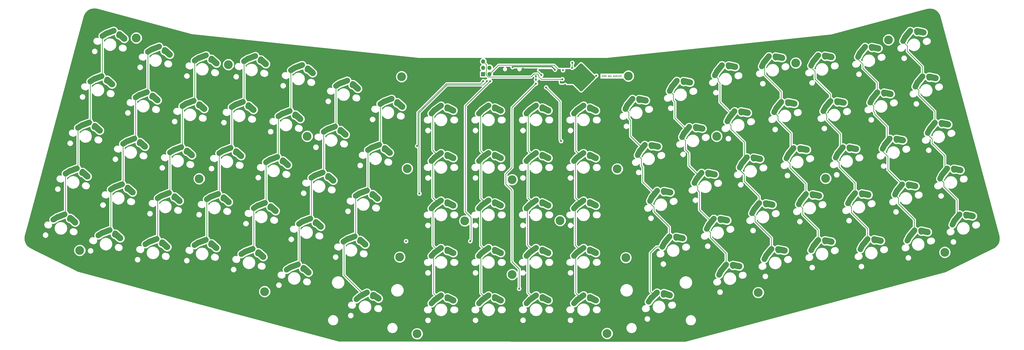
<source format=gbl>
G04 #@! TF.GenerationSoftware,KiCad,Pcbnew,(5.1.10)-1*
G04 #@! TF.CreationDate,2021-09-20T10:21:43+01:00*
G04 #@! TF.ProjectId,superlyra,73757065-726c-4797-9261-2e6b69636164,0.1*
G04 #@! TF.SameCoordinates,Original*
G04 #@! TF.FileFunction,Copper,L2,Bot*
G04 #@! TF.FilePolarity,Positive*
%FSLAX46Y46*%
G04 Gerber Fmt 4.6, Leading zero omitted, Abs format (unit mm)*
G04 Created by KiCad (PCBNEW (5.1.10)-1) date 2021-09-20 10:21:43*
%MOMM*%
%LPD*%
G01*
G04 APERTURE LIST*
G04 #@! TA.AperFunction,NonConductor*
%ADD10C,0.127000*%
G04 #@! TD*
G04 #@! TA.AperFunction,ComponentPad*
%ADD11C,2.250000*%
G04 #@! TD*
G04 #@! TA.AperFunction,ComponentPad*
%ADD12C,2.000000*%
G04 #@! TD*
G04 #@! TA.AperFunction,ComponentPad*
%ADD13R,1.700000X1.700000*%
G04 #@! TD*
G04 #@! TA.AperFunction,ComponentPad*
%ADD14O,1.700000X1.700000*%
G04 #@! TD*
G04 #@! TA.AperFunction,ComponentPad*
%ADD15O,1.000000X1.600000*%
G04 #@! TD*
G04 #@! TA.AperFunction,ComponentPad*
%ADD16O,1.000000X2.100000*%
G04 #@! TD*
G04 #@! TA.AperFunction,ComponentPad*
%ADD17C,3.500000*%
G04 #@! TD*
G04 #@! TA.AperFunction,ViaPad*
%ADD18C,0.800000*%
G04 #@! TD*
G04 #@! TA.AperFunction,Conductor*
%ADD19C,0.250000*%
G04 #@! TD*
G04 #@! TA.AperFunction,Conductor*
%ADD20C,0.500000*%
G04 #@! TD*
G04 #@! TA.AperFunction,Conductor*
%ADD21C,0.254000*%
G04 #@! TD*
G04 #@! TA.AperFunction,Conductor*
%ADD22C,0.100000*%
G04 #@! TD*
G04 APERTURE END LIST*
D10*
X253514285Y-84007142D02*
X253314285Y-84007142D01*
X253228571Y-84321428D02*
X253514285Y-84321428D01*
X253514285Y-83721428D01*
X253228571Y-83721428D01*
X252971428Y-83921428D02*
X252971428Y-84321428D01*
X252971428Y-83978571D02*
X252942857Y-83950000D01*
X252885714Y-83921428D01*
X252800000Y-83921428D01*
X252742857Y-83950000D01*
X252714285Y-84007142D01*
X252714285Y-84321428D01*
X252485714Y-83921428D02*
X252342857Y-84321428D01*
X252200000Y-83921428D01*
X251971428Y-84321428D02*
X251971428Y-83921428D01*
X251971428Y-83721428D02*
X252000000Y-83750000D01*
X251971428Y-83778571D01*
X251942857Y-83750000D01*
X251971428Y-83721428D01*
X251971428Y-83778571D01*
X251600000Y-84321428D02*
X251657142Y-84292857D01*
X251685714Y-84264285D01*
X251714285Y-84207142D01*
X251714285Y-84035714D01*
X251685714Y-83978571D01*
X251657142Y-83950000D01*
X251600000Y-83921428D01*
X251514285Y-83921428D01*
X251457142Y-83950000D01*
X251428571Y-83978571D01*
X251400000Y-84035714D01*
X251400000Y-84207142D01*
X251428571Y-84264285D01*
X251457142Y-84292857D01*
X251514285Y-84321428D01*
X251600000Y-84321428D01*
X250885714Y-83921428D02*
X250885714Y-84321428D01*
X251142857Y-83921428D02*
X251142857Y-84235714D01*
X251114285Y-84292857D01*
X251057142Y-84321428D01*
X250971428Y-84321428D01*
X250914285Y-84292857D01*
X250885714Y-84264285D01*
X250628571Y-84292857D02*
X250571428Y-84321428D01*
X250457142Y-84321428D01*
X250400000Y-84292857D01*
X250371428Y-84235714D01*
X250371428Y-84207142D01*
X250400000Y-84150000D01*
X250457142Y-84121428D01*
X250542857Y-84121428D01*
X250600000Y-84092857D01*
X250628571Y-84035714D01*
X250628571Y-84007142D01*
X250600000Y-83950000D01*
X250542857Y-83921428D01*
X250457142Y-83921428D01*
X250400000Y-83950000D01*
X249714285Y-83921428D02*
X249600000Y-84321428D01*
X249485714Y-84035714D01*
X249371428Y-84321428D01*
X249257142Y-83921428D01*
X248771428Y-84321428D02*
X248771428Y-84007142D01*
X248800000Y-83950000D01*
X248857142Y-83921428D01*
X248971428Y-83921428D01*
X249028571Y-83950000D01*
X248771428Y-84292857D02*
X248828571Y-84321428D01*
X248971428Y-84321428D01*
X249028571Y-84292857D01*
X249057142Y-84235714D01*
X249057142Y-84178571D01*
X249028571Y-84121428D01*
X248971428Y-84092857D01*
X248828571Y-84092857D01*
X248771428Y-84064285D01*
X248514285Y-84292857D02*
X248457142Y-84321428D01*
X248342857Y-84321428D01*
X248285714Y-84292857D01*
X248257142Y-84235714D01*
X248257142Y-84207142D01*
X248285714Y-84150000D01*
X248342857Y-84121428D01*
X248428571Y-84121428D01*
X248485714Y-84092857D01*
X248514285Y-84035714D01*
X248514285Y-84007142D01*
X248485714Y-83950000D01*
X248428571Y-83921428D01*
X248342857Y-83921428D01*
X248285714Y-83950000D01*
X247542857Y-84321428D02*
X247542857Y-83721428D01*
X247285714Y-84321428D02*
X247285714Y-84007142D01*
X247314285Y-83950000D01*
X247371428Y-83921428D01*
X247457142Y-83921428D01*
X247514285Y-83950000D01*
X247542857Y-83978571D01*
X246771428Y-84292857D02*
X246828571Y-84321428D01*
X246942857Y-84321428D01*
X247000000Y-84292857D01*
X247028571Y-84235714D01*
X247028571Y-84007142D01*
X247000000Y-83950000D01*
X246942857Y-83921428D01*
X246828571Y-83921428D01*
X246771428Y-83950000D01*
X246742857Y-84007142D01*
X246742857Y-84064285D01*
X247028571Y-84121428D01*
X246485714Y-84321428D02*
X246485714Y-83921428D01*
X246485714Y-84035714D02*
X246457142Y-83978571D01*
X246428571Y-83950000D01*
X246371428Y-83921428D01*
X246314285Y-83921428D01*
X245885714Y-84292857D02*
X245942857Y-84321428D01*
X246057142Y-84321428D01*
X246114285Y-84292857D01*
X246142857Y-84235714D01*
X246142857Y-84007142D01*
X246114285Y-83950000D01*
X246057142Y-83921428D01*
X245942857Y-83921428D01*
X245885714Y-83950000D01*
X245857142Y-84007142D01*
X245857142Y-84064285D01*
X246142857Y-84121428D01*
G04 #@! TO.P,SW24,1*
G04 #@! TO.N,Net-(D24-Pad2)*
G04 #@! TA.AperFunction,ComponentPad*
G36*
G01*
X140816797Y-107247633D02*
X140816797Y-107247633D01*
G75*
G02*
X140116858Y-105818880I364407J1064346D01*
G01*
X140305176Y-105268846D01*
G75*
G02*
X141733929Y-104568907I1064346J-364407D01*
G01*
X141733929Y-104568907D01*
G75*
G02*
X142433868Y-105997660I-364407J-1064346D01*
G01*
X142245550Y-106547694D01*
G75*
G02*
X140816797Y-107247633I-1064346J364407D01*
G01*
G37*
G04 #@! TD.AperFunction*
D11*
X141369956Y-105633403D03*
G04 #@! TO.P,SW24,2*
G04 #@! TO.N,COL5*
G04 #@! TA.AperFunction,ComponentPad*
G36*
G01*
X133636493Y-107057719D02*
X133636493Y-107057719D01*
G75*
G02*
X133964562Y-105500920I942434J614365D01*
G01*
X135607794Y-104429710D01*
G75*
G02*
X137164593Y-104757779I614365J-942434D01*
G01*
X137164593Y-104757779D01*
G75*
G02*
X136836524Y-106314578I-942434J-614365D01*
G01*
X135193292Y-107385788D01*
G75*
G02*
X133636493Y-107057719I-614365J942434D01*
G01*
G37*
G04 #@! TD.AperFunction*
X136222166Y-105372155D03*
D12*
G04 #@! TO.P,SW24,1*
G04 #@! TO.N,Net-(D24-Pad2)*
X143414846Y-107506483D03*
G04 #@! TO.P,SW24,2*
G04 #@! TO.N,COL5*
X139128736Y-104183944D03*
G04 #@! TO.P,SW24,1*
G04 #@! TO.N,Net-(D24-Pad2)*
G04 #@! TA.AperFunction,ConnectorPad*
G36*
G01*
X140541600Y-105025313D02*
X140541600Y-105025313D01*
G75*
G02*
X142306944Y-104932795I928931J-836413D01*
G01*
X144164806Y-106605621D01*
G75*
G02*
X144257324Y-108370965I-836413J-928931D01*
G01*
X144257324Y-108370965D01*
G75*
G02*
X142491980Y-108463483I-928931J836413D01*
G01*
X140634118Y-106790657D01*
G75*
G02*
X140541600Y-105025313I836413J928931D01*
G01*
G37*
G04 #@! TD.AperFunction*
G04 #@! TO.P,SW24,2*
G04 #@! TO.N,COL5*
G04 #@! TA.AperFunction,ConnectorPad*
G36*
G01*
X135056693Y-105878160D02*
X135056693Y-105878160D01*
G75*
G02*
X135718187Y-104392420I1073617J412123D01*
G01*
X138705645Y-103245642D01*
G75*
G02*
X140191385Y-103907136I412123J-1073617D01*
G01*
X140191385Y-103907136D01*
G75*
G02*
X139529891Y-105392876I-1073617J-412123D01*
G01*
X136542433Y-106539654D01*
G75*
G02*
X135056693Y-105878160I-412123J1073617D01*
G01*
G37*
G04 #@! TD.AperFunction*
G04 #@! TD*
G04 #@! TO.P,SW26,2*
G04 #@! TO.N,COL7*
G04 #@! TA.AperFunction,ConnectorPad*
G36*
G01*
X177987664Y-117477468D02*
X177987664Y-117477468D01*
G75*
G02*
X178242081Y-115871145I930370J675953D01*
G01*
X180830935Y-113990233D01*
G75*
G02*
X182437258Y-114244650I675953J-930370D01*
G01*
X182437258Y-114244650D01*
G75*
G02*
X182182841Y-115850973I-930370J-675953D01*
G01*
X179593987Y-117731885D01*
G75*
G02*
X177987664Y-117477468I-675953J930370D01*
G01*
G37*
G04 #@! TD.AperFunction*
G04 #@! TO.P,SW26,1*
G04 #@! TO.N,Net-(D26-Pad2)*
G04 #@! TA.AperFunction,ConnectorPad*
G36*
G01*
X183064945Y-115234083D02*
X183064945Y-115234083D01*
G75*
G02*
X184746191Y-114687813I1113758J-567488D01*
G01*
X186973707Y-115822789D01*
G75*
G02*
X187519977Y-117504035I-567488J-1113758D01*
G01*
X187519977Y-117504035D01*
G75*
G02*
X185838731Y-118050305I-1113758J567488D01*
G01*
X183611215Y-116915329D01*
G75*
G02*
X183064945Y-115234083I567488J1113758D01*
G01*
G37*
G04 #@! TD.AperFunction*
G04 #@! TO.P,SW26,2*
G04 #@! TO.N,COL7*
X181482461Y-114787059D03*
G04 #@! TO.P,SW26,1*
G04 #@! TO.N,Net-(D26-Pad2)*
X186482461Y-116887059D03*
D11*
G04 #@! TO.P,SW26,2*
G04 #@! TO.N,COL7*
X178982461Y-116687059D03*
G04 #@! TA.AperFunction,ComponentPad*
G36*
G01*
X176921149Y-118984409D02*
X176921149Y-118984409D01*
G75*
G02*
X176835111Y-117395747I751312J837350D01*
G01*
X178145101Y-115935739D01*
G75*
G02*
X179733763Y-115849701I837350J-751312D01*
G01*
X179733763Y-115849701D01*
G75*
G02*
X179819801Y-117438363I-751312J-837350D01*
G01*
X178509811Y-118898371D01*
G75*
G02*
X176921149Y-118984409I-837350J751312D01*
G01*
G37*
G04 #@! TD.AperFunction*
G04 #@! TO.P,SW26,1*
G04 #@! TO.N,Net-(D26-Pad2)*
X184022461Y-115607059D03*
G04 #@! TA.AperFunction,ComponentPad*
G36*
G01*
X183905944Y-117309454D02*
X183905944Y-117309454D01*
G75*
G02*
X182860066Y-116110542I76517J1122395D01*
G01*
X182899608Y-115530510D01*
G75*
G02*
X184098520Y-114484632I1122395J-76517D01*
G01*
X184098520Y-114484632D01*
G75*
G02*
X185144398Y-115683544I-76517J-1122395D01*
G01*
X185104856Y-116263576D01*
G75*
G02*
X183905944Y-117309454I-1122395J76517D01*
G01*
G37*
G04 #@! TD.AperFunction*
G04 #@! TD*
G04 #@! TO.P,SW13,2*
G04 #@! TO.N,COL12*
G04 #@! TA.AperFunction,ConnectorPad*
G36*
G01*
X273056597Y-89355307D02*
X273056597Y-89355307D01*
G75*
G02*
X272886597Y-87737871I723718J893718D01*
G01*
X274900423Y-85251003D01*
G75*
G02*
X276517859Y-85081003I893718J-723718D01*
G01*
X276517859Y-85081003D01*
G75*
G02*
X276687859Y-86698439I-723718J-893718D01*
G01*
X274674033Y-89185307D01*
G75*
G02*
X273056597Y-89355307I-893718J723718D01*
G01*
G37*
G04 #@! TD.AperFunction*
G04 #@! TO.P,SW13,1*
G04 #@! TO.N,Net-(D13-Pad2)*
G04 #@! TA.AperFunction,ConnectorPad*
G36*
G01*
X277380242Y-85874265D02*
X277380242Y-85874265D01*
G75*
G02*
X278862817Y-84911470I1222685J-259890D01*
G01*
X281308187Y-85431250D01*
G75*
G02*
X282270982Y-86913825I-259890J-1222685D01*
G01*
X282270982Y-86913825D01*
G75*
G02*
X280788407Y-87876620I-1222685J259890D01*
G01*
X278343037Y-87356840D01*
G75*
G02*
X277380242Y-85874265I259890J1222685D01*
G01*
G37*
G04 #@! TD.AperFunction*
D12*
G04 #@! TO.P,SW13,2*
G04 #@! TO.N,COL12*
X275735983Y-85852051D03*
G04 #@! TO.P,SW13,1*
G04 #@! TO.N,Net-(D13-Pad2)*
X281109132Y-86586400D03*
D11*
G04 #@! TO.P,SW13,2*
G04 #@! TO.N,COL12*
X273812924Y-88334357D03*
G04 #@! TA.AperFunction,ComponentPad*
G36*
G01*
X272416448Y-91086934D02*
X272416448Y-91086934D01*
G75*
G02*
X271922165Y-89574673I508989J1003272D01*
G01*
X272809641Y-87825363D01*
G75*
G02*
X274321902Y-87331080I1003272J-508989D01*
G01*
X274321902Y-87331080D01*
G75*
G02*
X274816185Y-88843341I-508989J-1003272D01*
G01*
X273928709Y-90592651D01*
G75*
G02*
X272416448Y-91086934I-1003272J508989D01*
G01*
G37*
G04 #@! TD.AperFunction*
G04 #@! TO.P,SW13,1*
G04 #@! TO.N,Net-(D13-Pad2)*
X278401666Y-85986709D03*
G04 #@! TA.AperFunction,ComponentPad*
G36*
G01*
X278729731Y-87661253D02*
X278729731Y-87661253D01*
G75*
G02*
X277409190Y-86773886I-216587J1103954D01*
G01*
X277297262Y-86203384D01*
G75*
G02*
X278184629Y-84882843I1103954J216587D01*
G01*
X278184629Y-84882843D01*
G75*
G02*
X279505170Y-85770210I216587J-1103954D01*
G01*
X279617098Y-86340712D01*
G75*
G02*
X278729731Y-87661253I-1103954J-216587D01*
G01*
G37*
G04 #@! TD.AperFunction*
G04 #@! TD*
G04 #@! TO.P,SW8,2*
G04 #@! TO.N,COL7*
G04 #@! TA.AperFunction,ConnectorPad*
G36*
G01*
X177985230Y-98459269D02*
X177985230Y-98459269D01*
G75*
G02*
X178239647Y-96852946I930370J675953D01*
G01*
X180828501Y-94972034D01*
G75*
G02*
X182434824Y-95226451I675953J-930370D01*
G01*
X182434824Y-95226451D01*
G75*
G02*
X182180407Y-96832774I-930370J-675953D01*
G01*
X179591553Y-98713686D01*
G75*
G02*
X177985230Y-98459269I-675953J930370D01*
G01*
G37*
G04 #@! TD.AperFunction*
G04 #@! TO.P,SW8,1*
G04 #@! TO.N,Net-(D8-Pad2)*
G04 #@! TA.AperFunction,ConnectorPad*
G36*
G01*
X183062511Y-96215884D02*
X183062511Y-96215884D01*
G75*
G02*
X184743757Y-95669614I1113758J-567488D01*
G01*
X186971273Y-96804590D01*
G75*
G02*
X187517543Y-98485836I-567488J-1113758D01*
G01*
X187517543Y-98485836D01*
G75*
G02*
X185836297Y-99032106I-1113758J567488D01*
G01*
X183608781Y-97897130D01*
G75*
G02*
X183062511Y-96215884I567488J1113758D01*
G01*
G37*
G04 #@! TD.AperFunction*
D12*
G04 #@! TO.P,SW8,2*
G04 #@! TO.N,COL7*
X181480027Y-95768860D03*
G04 #@! TO.P,SW8,1*
G04 #@! TO.N,Net-(D8-Pad2)*
X186480027Y-97868860D03*
D11*
G04 #@! TO.P,SW8,2*
G04 #@! TO.N,COL7*
X178980027Y-97668860D03*
G04 #@! TA.AperFunction,ComponentPad*
G36*
G01*
X176918715Y-99966210D02*
X176918715Y-99966210D01*
G75*
G02*
X176832677Y-98377548I751312J837350D01*
G01*
X178142667Y-96917540D01*
G75*
G02*
X179731329Y-96831502I837350J-751312D01*
G01*
X179731329Y-96831502D01*
G75*
G02*
X179817367Y-98420164I-751312J-837350D01*
G01*
X178507377Y-99880172D01*
G75*
G02*
X176918715Y-99966210I-837350J751312D01*
G01*
G37*
G04 #@! TD.AperFunction*
G04 #@! TO.P,SW8,1*
G04 #@! TO.N,Net-(D8-Pad2)*
X184020027Y-96588860D03*
G04 #@! TA.AperFunction,ComponentPad*
G36*
G01*
X183903510Y-98291255D02*
X183903510Y-98291255D01*
G75*
G02*
X182857632Y-97092343I76517J1122395D01*
G01*
X182897174Y-96512311D01*
G75*
G02*
X184096086Y-95466433I1122395J-76517D01*
G01*
X184096086Y-95466433D01*
G75*
G02*
X185141964Y-96665345I-76517J-1122395D01*
G01*
X185102422Y-97245377D01*
G75*
G02*
X183903510Y-98291255I-1122395J76517D01*
G01*
G37*
G04 #@! TD.AperFunction*
G04 #@! TD*
G04 #@! TO.P,SW9,1*
G04 #@! TO.N,Net-(D9-Pad2)*
G04 #@! TA.AperFunction,ComponentPad*
G36*
G01*
X202887421Y-98292017D02*
X202887421Y-98292017D01*
G75*
G02*
X201841543Y-97093105I76517J1122395D01*
G01*
X201881085Y-96513073D01*
G75*
G02*
X203079997Y-95467195I1122395J-76517D01*
G01*
X203079997Y-95467195D01*
G75*
G02*
X204125875Y-96666107I-76517J-1122395D01*
G01*
X204086333Y-97246139D01*
G75*
G02*
X202887421Y-98292017I-1122395J76517D01*
G01*
G37*
G04 #@! TD.AperFunction*
X203003938Y-96589622D03*
G04 #@! TO.P,SW9,2*
G04 #@! TO.N,COL8*
G04 #@! TA.AperFunction,ComponentPad*
G36*
G01*
X195902626Y-99966972D02*
X195902626Y-99966972D01*
G75*
G02*
X195816588Y-98378310I751312J837350D01*
G01*
X197126578Y-96918302D01*
G75*
G02*
X198715240Y-96832264I837350J-751312D01*
G01*
X198715240Y-96832264D01*
G75*
G02*
X198801278Y-98420926I-751312J-837350D01*
G01*
X197491288Y-99880934D01*
G75*
G02*
X195902626Y-99966972I-837350J751312D01*
G01*
G37*
G04 #@! TD.AperFunction*
X197963938Y-97669622D03*
D12*
G04 #@! TO.P,SW9,1*
G04 #@! TO.N,Net-(D9-Pad2)*
X205463938Y-97869622D03*
G04 #@! TO.P,SW9,2*
G04 #@! TO.N,COL8*
X200463938Y-95769622D03*
G04 #@! TO.P,SW9,1*
G04 #@! TO.N,Net-(D9-Pad2)*
G04 #@! TA.AperFunction,ConnectorPad*
G36*
G01*
X202046422Y-96216646D02*
X202046422Y-96216646D01*
G75*
G02*
X203727668Y-95670376I1113758J-567488D01*
G01*
X205955184Y-96805352D01*
G75*
G02*
X206501454Y-98486598I-567488J-1113758D01*
G01*
X206501454Y-98486598D01*
G75*
G02*
X204820208Y-99032868I-1113758J567488D01*
G01*
X202592692Y-97897892D01*
G75*
G02*
X202046422Y-96216646I567488J1113758D01*
G01*
G37*
G04 #@! TD.AperFunction*
G04 #@! TO.P,SW9,2*
G04 #@! TO.N,COL8*
G04 #@! TA.AperFunction,ConnectorPad*
G36*
G01*
X196969141Y-98460031D02*
X196969141Y-98460031D01*
G75*
G02*
X197223558Y-96853708I930370J675953D01*
G01*
X199812412Y-94972796D01*
G75*
G02*
X201418735Y-95227213I675953J-930370D01*
G01*
X201418735Y-95227213D01*
G75*
G02*
X201164318Y-96833536I-930370J-675953D01*
G01*
X198575464Y-98714448D01*
G75*
G02*
X196969141Y-98460031I-675953J930370D01*
G01*
G37*
G04 #@! TD.AperFunction*
G04 #@! TD*
G04 #@! TO.P,SW44,2*
G04 #@! TO.N,COL7*
G04 #@! TA.AperFunction,ConnectorPad*
G36*
G01*
X177985185Y-136488299D02*
X177985185Y-136488299D01*
G75*
G02*
X178239602Y-134881976I930370J675953D01*
G01*
X180828456Y-133001064D01*
G75*
G02*
X182434779Y-133255481I675953J-930370D01*
G01*
X182434779Y-133255481D01*
G75*
G02*
X182180362Y-134861804I-930370J-675953D01*
G01*
X179591508Y-136742716D01*
G75*
G02*
X177985185Y-136488299I-675953J930370D01*
G01*
G37*
G04 #@! TD.AperFunction*
G04 #@! TO.P,SW44,1*
G04 #@! TO.N,Net-(D44-Pad2)*
G04 #@! TA.AperFunction,ConnectorPad*
G36*
G01*
X183062466Y-134244914D02*
X183062466Y-134244914D01*
G75*
G02*
X184743712Y-133698644I1113758J-567488D01*
G01*
X186971228Y-134833620D01*
G75*
G02*
X187517498Y-136514866I-567488J-1113758D01*
G01*
X187517498Y-136514866D01*
G75*
G02*
X185836252Y-137061136I-1113758J567488D01*
G01*
X183608736Y-135926160D01*
G75*
G02*
X183062466Y-134244914I567488J1113758D01*
G01*
G37*
G04 #@! TD.AperFunction*
G04 #@! TO.P,SW44,2*
G04 #@! TO.N,COL7*
X181479982Y-133797890D03*
G04 #@! TO.P,SW44,1*
G04 #@! TO.N,Net-(D44-Pad2)*
X186479982Y-135897890D03*
D11*
G04 #@! TO.P,SW44,2*
G04 #@! TO.N,COL7*
X178979982Y-135697890D03*
G04 #@! TA.AperFunction,ComponentPad*
G36*
G01*
X176918670Y-137995240D02*
X176918670Y-137995240D01*
G75*
G02*
X176832632Y-136406578I751312J837350D01*
G01*
X178142622Y-134946570D01*
G75*
G02*
X179731284Y-134860532I837350J-751312D01*
G01*
X179731284Y-134860532D01*
G75*
G02*
X179817322Y-136449194I-751312J-837350D01*
G01*
X178507332Y-137909202D01*
G75*
G02*
X176918670Y-137995240I-837350J751312D01*
G01*
G37*
G04 #@! TD.AperFunction*
G04 #@! TO.P,SW44,1*
G04 #@! TO.N,Net-(D44-Pad2)*
X184019982Y-134617890D03*
G04 #@! TA.AperFunction,ComponentPad*
G36*
G01*
X183903465Y-136320285D02*
X183903465Y-136320285D01*
G75*
G02*
X182857587Y-135121373I76517J1122395D01*
G01*
X182897129Y-134541341D01*
G75*
G02*
X184096041Y-133495463I1122395J-76517D01*
G01*
X184096041Y-133495463D01*
G75*
G02*
X185141919Y-134694375I-76517J-1122395D01*
G01*
X185102377Y-135274407D01*
G75*
G02*
X183903465Y-136320285I-1122395J76517D01*
G01*
G37*
G04 #@! TD.AperFunction*
G04 #@! TD*
G04 #@! TO.P,SW79,1*
G04 #@! TO.N,Net-(D79-Pad2)*
G04 #@! TA.AperFunction,ConnectorPad*
G36*
G01*
X153443855Y-171078403D02*
X153443855Y-171078403D01*
G75*
G02*
X155182021Y-170756253I1030158J-708008D01*
G01*
X157242337Y-172172269D01*
G75*
G02*
X157564487Y-173910435I-708008J-1030158D01*
G01*
X157564487Y-173910435D01*
G75*
G02*
X155826321Y-174232585I-1030158J708008D01*
G01*
X153766005Y-172816569D01*
G75*
G02*
X153443855Y-171078403I708008J1030158D01*
G01*
G37*
G04 #@! TD.AperFunction*
G04 #@! TO.P,SW79,2*
G04 #@! TO.N,COL6*
G04 #@! TA.AperFunction,ConnectorPad*
G36*
G01*
X148084037Y-172891706D02*
X148084037Y-172891706D01*
G75*
G02*
X148545944Y-171332333I1010640J548733D01*
G01*
X151358158Y-169805425D01*
G75*
G02*
X152917531Y-170267332I548733J-1010640D01*
G01*
X152917531Y-170267332D01*
G75*
G02*
X152455624Y-171826705I-1010640J-548733D01*
G01*
X149643410Y-173353613D01*
G75*
G02*
X148084037Y-172891706I-548733J1010640D01*
G01*
G37*
G04 #@! TD.AperFunction*
D12*
X151900105Y-170680475D03*
G04 #@! TO.P,SW79,1*
G04 #@! TO.N,Net-(D79-Pad2)*
X156583224Y-173415140D03*
D11*
G04 #@! TO.P,SW79,2*
G04 #@! TO.N,COL6*
X149173493Y-172237905D03*
G04 #@! TA.AperFunction,ComponentPad*
G36*
G01*
X146829952Y-174246546D02*
X146829952Y-174246546D01*
G75*
G02*
X146952011Y-172660245I854180J732121D01*
G01*
X148441365Y-171383715D01*
G75*
G02*
X150027666Y-171505774I732121J-854180D01*
G01*
X150027666Y-171505774D01*
G75*
G02*
X149905607Y-173092075I-854180J-732121D01*
G01*
X148416253Y-174368605D01*
G75*
G02*
X146829952Y-174246546I-732121J854180D01*
G01*
G37*
G04 #@! TD.AperFunction*
G04 #@! TO.P,SW79,1*
G04 #@! TO.N,Net-(D79-Pad2)*
X154311343Y-171824997D03*
G04 #@! TA.AperFunction,ComponentPad*
G36*
G01*
X153973615Y-173497619D02*
X153973615Y-173497619D01*
G75*
G02*
X153093175Y-172172449I222365J1102805D01*
G01*
X153208089Y-171602541D01*
G75*
G02*
X154533259Y-170722101I1102805J-222365D01*
G01*
X154533259Y-170722101D01*
G75*
G02*
X155413699Y-172047271I-222365J-1102805D01*
G01*
X155298785Y-172617179D01*
G75*
G02*
X153973615Y-173497619I-1102805J222365D01*
G01*
G37*
G04 #@! TD.AperFunction*
G04 #@! TD*
G04 #@! TO.P,SW84,1*
G04 #@! TO.N,Net-(D84-Pad2)*
G04 #@! TA.AperFunction,ConnectorPad*
G36*
G01*
X269429035Y-170665291D02*
X269429035Y-170665291D01*
G75*
G02*
X271024596Y-169904248I1178302J-417259D01*
G01*
X273381200Y-170738766D01*
G75*
G02*
X274142243Y-172334327I-417259J-1178302D01*
G01*
X274142243Y-172334327D01*
G75*
G02*
X272546682Y-173095370I-1178302J417259D01*
G01*
X270190078Y-172260852D01*
G75*
G02*
X269429035Y-170665291I417259J1178302D01*
G01*
G37*
G04 #@! TD.AperFunction*
G04 #@! TO.P,SW84,2*
G04 #@! TO.N,COL11*
G04 #@! TA.AperFunction,ConnectorPad*
G36*
G01*
X264721166Y-173804030D02*
X264721166Y-173804030D01*
G75*
G02*
X264763739Y-172178241I834181J791608D01*
G01*
X267084937Y-169975507D01*
G75*
G02*
X268710726Y-170018080I791608J-834181D01*
G01*
X268710726Y-170018080D01*
G75*
G02*
X268668153Y-171643869I-834181J-791608D01*
G01*
X266346955Y-173846603D01*
G75*
G02*
X264721166Y-173804030I-791608J834181D01*
G01*
G37*
G04 #@! TD.AperFunction*
D12*
X267834895Y-170680475D03*
G04 #@! TO.P,SW84,1*
G04 #@! TO.N,Net-(D84-Pad2)*
X273066225Y-172109879D03*
D11*
G04 #@! TO.P,SW84,2*
G04 #@! TO.N,COL11*
X265604283Y-172890536D03*
G04 #@! TA.AperFunction,ComponentPad*
G36*
G01*
X263860471Y-175437288D02*
X263860471Y-175437288D01*
G75*
G02*
X263567806Y-173873447I635588J928253D01*
G01*
X264676020Y-172254941D01*
G75*
G02*
X266239861Y-171962276I928253J-635588D01*
G01*
X266239861Y-171962276D01*
G75*
G02*
X266532526Y-173526117I-635588J-928253D01*
G01*
X265424312Y-175144623D01*
G75*
G02*
X263860471Y-175437288I-928253J635588D01*
G01*
G37*
G04 #@! TD.AperFunction*
G04 #@! TO.P,SW84,1*
G04 #@! TO.N,Net-(D84-Pad2)*
X270460197Y-171161924D03*
G04 #@! TA.AperFunction,ComponentPad*
G36*
G01*
X270566883Y-172864963D02*
X270566883Y-172864963D01*
G75*
G02*
X269373464Y-171812822I-70639J1122780D01*
G01*
X269336958Y-171232592D01*
G75*
G02*
X270389099Y-170039173I1122780J70639D01*
G01*
X270389099Y-170039173D01*
G75*
G02*
X271582518Y-171091314I70639J-1122780D01*
G01*
X271619024Y-171671544D01*
G75*
G02*
X270566883Y-172864963I-1122780J-70639D01*
G01*
G37*
G04 #@! TD.AperFunction*
G04 #@! TD*
D13*
G04 #@! TO.P,J2,1*
G04 #@! TO.N,MOSI*
X198374000Y-83312000D03*
D14*
G04 #@! TO.P,J2,2*
G04 #@! TO.N,VCC*
X200914000Y-83312000D03*
G04 #@! TO.P,J2,3*
G04 #@! TO.N,ROW3*
X198374000Y-80772000D03*
G04 #@! TO.P,J2,4*
G04 #@! TO.N,MISO*
X200914000Y-80772000D03*
G04 #@! TO.P,J2,5*
G04 #@! TO.N,RST*
X198374000Y-78232000D03*
G04 #@! TO.P,J2,6*
G04 #@! TO.N,GND*
X200914000Y-78232000D03*
G04 #@! TD*
G04 #@! TO.P,SW1,2*
G04 #@! TO.N,COL0*
G04 #@! TA.AperFunction,ConnectorPad*
G36*
G01*
X46624019Y-67488717D02*
X46624019Y-67488717D01*
G75*
G02*
X47285513Y-66002977I1073617J412123D01*
G01*
X50272971Y-64856199D01*
G75*
G02*
X51758711Y-65517693I412123J-1073617D01*
G01*
X51758711Y-65517693D01*
G75*
G02*
X51097217Y-67003433I-1073617J-412123D01*
G01*
X48109759Y-68150211D01*
G75*
G02*
X46624019Y-67488717I-412123J1073617D01*
G01*
G37*
G04 #@! TD.AperFunction*
G04 #@! TO.P,SW1,1*
G04 #@! TO.N,Net-(D1-Pad2)*
G04 #@! TA.AperFunction,ConnectorPad*
G36*
G01*
X52108926Y-66635870D02*
X52108926Y-66635870D01*
G75*
G02*
X53874270Y-66543352I928931J-836413D01*
G01*
X55732132Y-68216178D01*
G75*
G02*
X55824650Y-69981522I-836413J-928931D01*
G01*
X55824650Y-69981522D01*
G75*
G02*
X54059306Y-70074040I-928931J836413D01*
G01*
X52201444Y-68401214D01*
G75*
G02*
X52108926Y-66635870I836413J928931D01*
G01*
G37*
G04 #@! TD.AperFunction*
D12*
G04 #@! TO.P,SW1,2*
G04 #@! TO.N,COL0*
X50696062Y-65794501D03*
G04 #@! TO.P,SW1,1*
G04 #@! TO.N,Net-(D1-Pad2)*
X54982172Y-69117040D03*
D11*
G04 #@! TO.P,SW1,2*
G04 #@! TO.N,COL0*
X47789492Y-66982712D03*
G04 #@! TA.AperFunction,ComponentPad*
G36*
G01*
X45203819Y-68668276D02*
X45203819Y-68668276D01*
G75*
G02*
X45531888Y-67111477I942434J614365D01*
G01*
X47175120Y-66040267D01*
G75*
G02*
X48731919Y-66368336I614365J-942434D01*
G01*
X48731919Y-66368336D01*
G75*
G02*
X48403850Y-67925135I-942434J-614365D01*
G01*
X46760618Y-68996345D01*
G75*
G02*
X45203819Y-68668276I-614365J942434D01*
G01*
G37*
G04 #@! TD.AperFunction*
G04 #@! TO.P,SW1,1*
G04 #@! TO.N,Net-(D1-Pad2)*
X52937282Y-67243960D03*
G04 #@! TA.AperFunction,ComponentPad*
G36*
G01*
X52384123Y-68858190D02*
X52384123Y-68858190D01*
G75*
G02*
X51684184Y-67429437I364407J1064346D01*
G01*
X51872502Y-66879403D01*
G75*
G02*
X53301255Y-66179464I1064346J-364407D01*
G01*
X53301255Y-66179464D01*
G75*
G02*
X54001194Y-67608217I-364407J-1064346D01*
G01*
X53812876Y-68158251D01*
G75*
G02*
X52384123Y-68858190I-1064346J364407D01*
G01*
G37*
G04 #@! TD.AperFunction*
G04 #@! TD*
G04 #@! TO.P,SW2,1*
G04 #@! TO.N,Net-(D2-Pad2)*
G04 #@! TA.AperFunction,ComponentPad*
G36*
G01*
X70542122Y-75213761D02*
X70542122Y-75213761D01*
G75*
G02*
X69842183Y-73785008I364407J1064346D01*
G01*
X70030501Y-73234974D01*
G75*
G02*
X71459254Y-72535035I1064346J-364407D01*
G01*
X71459254Y-72535035D01*
G75*
G02*
X72159193Y-73963788I-364407J-1064346D01*
G01*
X71970875Y-74513822D01*
G75*
G02*
X70542122Y-75213761I-1064346J364407D01*
G01*
G37*
G04 #@! TD.AperFunction*
X71095281Y-73599531D03*
G04 #@! TO.P,SW2,2*
G04 #@! TO.N,COL1*
G04 #@! TA.AperFunction,ComponentPad*
G36*
G01*
X63361818Y-75023847D02*
X63361818Y-75023847D01*
G75*
G02*
X63689887Y-73467048I942434J614365D01*
G01*
X65333119Y-72395838D01*
G75*
G02*
X66889918Y-72723907I614365J-942434D01*
G01*
X66889918Y-72723907D01*
G75*
G02*
X66561849Y-74280706I-942434J-614365D01*
G01*
X64918617Y-75351916D01*
G75*
G02*
X63361818Y-75023847I-614365J942434D01*
G01*
G37*
G04 #@! TD.AperFunction*
X65947491Y-73338283D03*
D12*
G04 #@! TO.P,SW2,1*
G04 #@! TO.N,Net-(D2-Pad2)*
X73140171Y-75472611D03*
G04 #@! TO.P,SW2,2*
G04 #@! TO.N,COL1*
X68854061Y-72150072D03*
G04 #@! TO.P,SW2,1*
G04 #@! TO.N,Net-(D2-Pad2)*
G04 #@! TA.AperFunction,ConnectorPad*
G36*
G01*
X70266925Y-72991441D02*
X70266925Y-72991441D01*
G75*
G02*
X72032269Y-72898923I928931J-836413D01*
G01*
X73890131Y-74571749D01*
G75*
G02*
X73982649Y-76337093I-836413J-928931D01*
G01*
X73982649Y-76337093D01*
G75*
G02*
X72217305Y-76429611I-928931J836413D01*
G01*
X70359443Y-74756785D01*
G75*
G02*
X70266925Y-72991441I836413J928931D01*
G01*
G37*
G04 #@! TD.AperFunction*
G04 #@! TO.P,SW2,2*
G04 #@! TO.N,COL1*
G04 #@! TA.AperFunction,ConnectorPad*
G36*
G01*
X64782018Y-73844288D02*
X64782018Y-73844288D01*
G75*
G02*
X65443512Y-72358548I1073617J412123D01*
G01*
X68430970Y-71211770D01*
G75*
G02*
X69916710Y-71873264I412123J-1073617D01*
G01*
X69916710Y-71873264D01*
G75*
G02*
X69255216Y-73359004I-1073617J-412123D01*
G01*
X66267758Y-74505782D01*
G75*
G02*
X64782018Y-73844288I-412123J1073617D01*
G01*
G37*
G04 #@! TD.AperFunction*
G04 #@! TD*
G04 #@! TO.P,SW3,1*
G04 #@! TO.N,Net-(D3-Pad2)*
G04 #@! TA.AperFunction,ComponentPad*
G36*
G01*
X89238646Y-78723019D02*
X89238646Y-78723019D01*
G75*
G02*
X88538707Y-77294266I364407J1064346D01*
G01*
X88727025Y-76744232D01*
G75*
G02*
X90155778Y-76044293I1064346J-364407D01*
G01*
X90155778Y-76044293D01*
G75*
G02*
X90855717Y-77473046I-364407J-1064346D01*
G01*
X90667399Y-78023080D01*
G75*
G02*
X89238646Y-78723019I-1064346J364407D01*
G01*
G37*
G04 #@! TD.AperFunction*
D11*
X89791805Y-77108789D03*
G04 #@! TO.P,SW3,2*
G04 #@! TO.N,COL2*
G04 #@! TA.AperFunction,ComponentPad*
G36*
G01*
X82058342Y-78533105D02*
X82058342Y-78533105D01*
G75*
G02*
X82386411Y-76976306I942434J614365D01*
G01*
X84029643Y-75905096D01*
G75*
G02*
X85586442Y-76233165I614365J-942434D01*
G01*
X85586442Y-76233165D01*
G75*
G02*
X85258373Y-77789964I-942434J-614365D01*
G01*
X83615141Y-78861174D01*
G75*
G02*
X82058342Y-78533105I-614365J942434D01*
G01*
G37*
G04 #@! TD.AperFunction*
X84644015Y-76847541D03*
D12*
G04 #@! TO.P,SW3,1*
G04 #@! TO.N,Net-(D3-Pad2)*
X91836695Y-78981869D03*
G04 #@! TO.P,SW3,2*
G04 #@! TO.N,COL2*
X87550585Y-75659330D03*
G04 #@! TO.P,SW3,1*
G04 #@! TO.N,Net-(D3-Pad2)*
G04 #@! TA.AperFunction,ConnectorPad*
G36*
G01*
X88963449Y-76500699D02*
X88963449Y-76500699D01*
G75*
G02*
X90728793Y-76408181I928931J-836413D01*
G01*
X92586655Y-78081007D01*
G75*
G02*
X92679173Y-79846351I-836413J-928931D01*
G01*
X92679173Y-79846351D01*
G75*
G02*
X90913829Y-79938869I-928931J836413D01*
G01*
X89055967Y-78266043D01*
G75*
G02*
X88963449Y-76500699I836413J928931D01*
G01*
G37*
G04 #@! TD.AperFunction*
G04 #@! TO.P,SW3,2*
G04 #@! TO.N,COL2*
G04 #@! TA.AperFunction,ConnectorPad*
G36*
G01*
X83478542Y-77353546D02*
X83478542Y-77353546D01*
G75*
G02*
X84140036Y-75867806I1073617J412123D01*
G01*
X87127494Y-74721028D01*
G75*
G02*
X88613234Y-75382522I412123J-1073617D01*
G01*
X88613234Y-75382522D01*
G75*
G02*
X87951740Y-76868262I-1073617J-412123D01*
G01*
X84964282Y-78015040D01*
G75*
G02*
X83478542Y-77353546I-412123J1073617D01*
G01*
G37*
G04 #@! TD.AperFunction*
G04 #@! TD*
G04 #@! TO.P,SW4,2*
G04 #@! TO.N,COL3*
G04 #@! TA.AperFunction,ConnectorPad*
G36*
G01*
X103189705Y-77622755D02*
X103189705Y-77622755D01*
G75*
G02*
X103851199Y-76137015I1073617J412123D01*
G01*
X106838657Y-74990237D01*
G75*
G02*
X108324397Y-75651731I412123J-1073617D01*
G01*
X108324397Y-75651731D01*
G75*
G02*
X107662903Y-77137471I-1073617J-412123D01*
G01*
X104675445Y-78284249D01*
G75*
G02*
X103189705Y-77622755I-412123J1073617D01*
G01*
G37*
G04 #@! TD.AperFunction*
G04 #@! TO.P,SW4,1*
G04 #@! TO.N,Net-(D4-Pad2)*
G04 #@! TA.AperFunction,ConnectorPad*
G36*
G01*
X108674612Y-76769908D02*
X108674612Y-76769908D01*
G75*
G02*
X110439956Y-76677390I928931J-836413D01*
G01*
X112297818Y-78350216D01*
G75*
G02*
X112390336Y-80115560I-836413J-928931D01*
G01*
X112390336Y-80115560D01*
G75*
G02*
X110624992Y-80208078I-928931J836413D01*
G01*
X108767130Y-78535252D01*
G75*
G02*
X108674612Y-76769908I836413J928931D01*
G01*
G37*
G04 #@! TD.AperFunction*
G04 #@! TO.P,SW4,2*
G04 #@! TO.N,COL3*
X107261748Y-75928539D03*
G04 #@! TO.P,SW4,1*
G04 #@! TO.N,Net-(D4-Pad2)*
X111547858Y-79251078D03*
D11*
G04 #@! TO.P,SW4,2*
G04 #@! TO.N,COL3*
X104355178Y-77116750D03*
G04 #@! TA.AperFunction,ComponentPad*
G36*
G01*
X101769505Y-78802314D02*
X101769505Y-78802314D01*
G75*
G02*
X102097574Y-77245515I942434J614365D01*
G01*
X103740806Y-76174305D01*
G75*
G02*
X105297605Y-76502374I614365J-942434D01*
G01*
X105297605Y-76502374D01*
G75*
G02*
X104969536Y-78059173I-942434J-614365D01*
G01*
X103326304Y-79130383D01*
G75*
G02*
X101769505Y-78802314I-614365J942434D01*
G01*
G37*
G04 #@! TD.AperFunction*
G04 #@! TO.P,SW4,1*
G04 #@! TO.N,Net-(D4-Pad2)*
X109502968Y-77377998D03*
G04 #@! TA.AperFunction,ComponentPad*
G36*
G01*
X108949809Y-78992228D02*
X108949809Y-78992228D01*
G75*
G02*
X108249870Y-77563475I364407J1064346D01*
G01*
X108438188Y-77013441D01*
G75*
G02*
X109866941Y-76313502I1064346J-364407D01*
G01*
X109866941Y-76313502D01*
G75*
G02*
X110566880Y-77742255I-364407J-1064346D01*
G01*
X110378562Y-78292289D01*
G75*
G02*
X108949809Y-78992228I-1064346J364407D01*
G01*
G37*
G04 #@! TD.AperFunction*
G04 #@! TD*
G04 #@! TO.P,SW5,1*
G04 #@! TO.N,Net-(D5-Pad2)*
G04 #@! TA.AperFunction,ComponentPad*
G36*
G01*
X127722353Y-82597927D02*
X127722353Y-82597927D01*
G75*
G02*
X127022414Y-81169174I364407J1064346D01*
G01*
X127210732Y-80619140D01*
G75*
G02*
X128639485Y-79919201I1064346J-364407D01*
G01*
X128639485Y-79919201D01*
G75*
G02*
X129339424Y-81347954I-364407J-1064346D01*
G01*
X129151106Y-81897988D01*
G75*
G02*
X127722353Y-82597927I-1064346J364407D01*
G01*
G37*
G04 #@! TD.AperFunction*
X128275512Y-80983697D03*
G04 #@! TO.P,SW5,2*
G04 #@! TO.N,COL4*
G04 #@! TA.AperFunction,ComponentPad*
G36*
G01*
X120542049Y-82408013D02*
X120542049Y-82408013D01*
G75*
G02*
X120870118Y-80851214I942434J614365D01*
G01*
X122513350Y-79780004D01*
G75*
G02*
X124070149Y-80108073I614365J-942434D01*
G01*
X124070149Y-80108073D01*
G75*
G02*
X123742080Y-81664872I-942434J-614365D01*
G01*
X122098848Y-82736082D01*
G75*
G02*
X120542049Y-82408013I-614365J942434D01*
G01*
G37*
G04 #@! TD.AperFunction*
X123127722Y-80722449D03*
D12*
G04 #@! TO.P,SW5,1*
G04 #@! TO.N,Net-(D5-Pad2)*
X130320402Y-82856777D03*
G04 #@! TO.P,SW5,2*
G04 #@! TO.N,COL4*
X126034292Y-79534238D03*
G04 #@! TO.P,SW5,1*
G04 #@! TO.N,Net-(D5-Pad2)*
G04 #@! TA.AperFunction,ConnectorPad*
G36*
G01*
X127447156Y-80375607D02*
X127447156Y-80375607D01*
G75*
G02*
X129212500Y-80283089I928931J-836413D01*
G01*
X131070362Y-81955915D01*
G75*
G02*
X131162880Y-83721259I-836413J-928931D01*
G01*
X131162880Y-83721259D01*
G75*
G02*
X129397536Y-83813777I-928931J836413D01*
G01*
X127539674Y-82140951D01*
G75*
G02*
X127447156Y-80375607I836413J928931D01*
G01*
G37*
G04 #@! TD.AperFunction*
G04 #@! TO.P,SW5,2*
G04 #@! TO.N,COL4*
G04 #@! TA.AperFunction,ConnectorPad*
G36*
G01*
X121962249Y-81228454D02*
X121962249Y-81228454D01*
G75*
G02*
X122623743Y-79742714I1073617J412123D01*
G01*
X125611201Y-78595936D01*
G75*
G02*
X127096941Y-79257430I412123J-1073617D01*
G01*
X127096941Y-79257430D01*
G75*
G02*
X126435447Y-80743170I-1073617J-412123D01*
G01*
X123447989Y-81889948D01*
G75*
G02*
X121962249Y-81228454I-412123J1073617D01*
G01*
G37*
G04 #@! TD.AperFunction*
G04 #@! TD*
G04 #@! TO.P,SW6,2*
G04 #@! TO.N,COL5*
G04 #@! TA.AperFunction,ConnectorPad*
G36*
G01*
X139986791Y-87481873D02*
X139986791Y-87481873D01*
G75*
G02*
X140648285Y-85996133I1073617J412123D01*
G01*
X143635743Y-84849355D01*
G75*
G02*
X145121483Y-85510849I412123J-1073617D01*
G01*
X145121483Y-85510849D01*
G75*
G02*
X144459989Y-86996589I-1073617J-412123D01*
G01*
X141472531Y-88143367D01*
G75*
G02*
X139986791Y-87481873I-412123J1073617D01*
G01*
G37*
G04 #@! TD.AperFunction*
G04 #@! TO.P,SW6,1*
G04 #@! TO.N,Net-(D6-Pad2)*
G04 #@! TA.AperFunction,ConnectorPad*
G36*
G01*
X145471698Y-86629026D02*
X145471698Y-86629026D01*
G75*
G02*
X147237042Y-86536508I928931J-836413D01*
G01*
X149094904Y-88209334D01*
G75*
G02*
X149187422Y-89974678I-836413J-928931D01*
G01*
X149187422Y-89974678D01*
G75*
G02*
X147422078Y-90067196I-928931J836413D01*
G01*
X145564216Y-88394370D01*
G75*
G02*
X145471698Y-86629026I836413J928931D01*
G01*
G37*
G04 #@! TD.AperFunction*
G04 #@! TO.P,SW6,2*
G04 #@! TO.N,COL5*
X144058834Y-85787657D03*
G04 #@! TO.P,SW6,1*
G04 #@! TO.N,Net-(D6-Pad2)*
X148344944Y-89110196D03*
D11*
G04 #@! TO.P,SW6,2*
G04 #@! TO.N,COL5*
X141152264Y-86975868D03*
G04 #@! TA.AperFunction,ComponentPad*
G36*
G01*
X138566591Y-88661432D02*
X138566591Y-88661432D01*
G75*
G02*
X138894660Y-87104633I942434J614365D01*
G01*
X140537892Y-86033423D01*
G75*
G02*
X142094691Y-86361492I614365J-942434D01*
G01*
X142094691Y-86361492D01*
G75*
G02*
X141766622Y-87918291I-942434J-614365D01*
G01*
X140123390Y-88989501D01*
G75*
G02*
X138566591Y-88661432I-614365J942434D01*
G01*
G37*
G04 #@! TD.AperFunction*
G04 #@! TO.P,SW6,1*
G04 #@! TO.N,Net-(D6-Pad2)*
X146300054Y-87237116D03*
G04 #@! TA.AperFunction,ComponentPad*
G36*
G01*
X145746895Y-88851346D02*
X145746895Y-88851346D01*
G75*
G02*
X145046956Y-87422593I364407J1064346D01*
G01*
X145235274Y-86872559D01*
G75*
G02*
X146664027Y-86172620I1064346J-364407D01*
G01*
X146664027Y-86172620D01*
G75*
G02*
X147363966Y-87601373I-364407J-1064346D01*
G01*
X147175648Y-88151407D01*
G75*
G02*
X145746895Y-88851346I-1064346J364407D01*
G01*
G37*
G04 #@! TD.AperFunction*
G04 #@! TD*
G04 #@! TO.P,SW7,1*
G04 #@! TO.N,Net-(D7-Pad2)*
G04 #@! TA.AperFunction,ComponentPad*
G36*
G01*
X163487200Y-96100165D02*
X163487200Y-96100165D01*
G75*
G02*
X162787261Y-94671412I364407J1064346D01*
G01*
X162975579Y-94121378D01*
G75*
G02*
X164404332Y-93421439I1064346J-364407D01*
G01*
X164404332Y-93421439D01*
G75*
G02*
X165104271Y-94850192I-364407J-1064346D01*
G01*
X164915953Y-95400226D01*
G75*
G02*
X163487200Y-96100165I-1064346J364407D01*
G01*
G37*
G04 #@! TD.AperFunction*
X164040359Y-94485935D03*
G04 #@! TO.P,SW7,2*
G04 #@! TO.N,COL6*
G04 #@! TA.AperFunction,ComponentPad*
G36*
G01*
X156306896Y-95910251D02*
X156306896Y-95910251D01*
G75*
G02*
X156634965Y-94353452I942434J614365D01*
G01*
X158278197Y-93282242D01*
G75*
G02*
X159834996Y-93610311I614365J-942434D01*
G01*
X159834996Y-93610311D01*
G75*
G02*
X159506927Y-95167110I-942434J-614365D01*
G01*
X157863695Y-96238320D01*
G75*
G02*
X156306896Y-95910251I-614365J942434D01*
G01*
G37*
G04 #@! TD.AperFunction*
X158892569Y-94224687D03*
D12*
G04 #@! TO.P,SW7,1*
G04 #@! TO.N,Net-(D7-Pad2)*
X166085249Y-96359015D03*
G04 #@! TO.P,SW7,2*
G04 #@! TO.N,COL6*
X161799139Y-93036476D03*
G04 #@! TO.P,SW7,1*
G04 #@! TO.N,Net-(D7-Pad2)*
G04 #@! TA.AperFunction,ConnectorPad*
G36*
G01*
X163212003Y-93877845D02*
X163212003Y-93877845D01*
G75*
G02*
X164977347Y-93785327I928931J-836413D01*
G01*
X166835209Y-95458153D01*
G75*
G02*
X166927727Y-97223497I-836413J-928931D01*
G01*
X166927727Y-97223497D01*
G75*
G02*
X165162383Y-97316015I-928931J836413D01*
G01*
X163304521Y-95643189D01*
G75*
G02*
X163212003Y-93877845I836413J928931D01*
G01*
G37*
G04 #@! TD.AperFunction*
G04 #@! TO.P,SW7,2*
G04 #@! TO.N,COL6*
G04 #@! TA.AperFunction,ConnectorPad*
G36*
G01*
X157727096Y-94730692D02*
X157727096Y-94730692D01*
G75*
G02*
X158388590Y-93244952I1073617J412123D01*
G01*
X161376048Y-92098174D01*
G75*
G02*
X162861788Y-92759668I412123J-1073617D01*
G01*
X162861788Y-92759668D01*
G75*
G02*
X162200294Y-94245408I-1073617J-412123D01*
G01*
X159212836Y-95392186D01*
G75*
G02*
X157727096Y-94730692I-412123J1073617D01*
G01*
G37*
G04 #@! TD.AperFunction*
G04 #@! TD*
G04 #@! TO.P,SW10,2*
G04 #@! TO.N,COL9*
G04 #@! TA.AperFunction,ConnectorPad*
G36*
G01*
X215973302Y-98460259D02*
X215973302Y-98460259D01*
G75*
G02*
X216227719Y-96853936I930370J675953D01*
G01*
X218816573Y-94973024D01*
G75*
G02*
X220422896Y-95227441I675953J-930370D01*
G01*
X220422896Y-95227441D01*
G75*
G02*
X220168479Y-96833764I-930370J-675953D01*
G01*
X217579625Y-98714676D01*
G75*
G02*
X215973302Y-98460259I-675953J930370D01*
G01*
G37*
G04 #@! TD.AperFunction*
G04 #@! TO.P,SW10,1*
G04 #@! TO.N,Net-(D10-Pad2)*
G04 #@! TA.AperFunction,ConnectorPad*
G36*
G01*
X221050583Y-96216874D02*
X221050583Y-96216874D01*
G75*
G02*
X222731829Y-95670604I1113758J-567488D01*
G01*
X224959345Y-96805580D01*
G75*
G02*
X225505615Y-98486826I-567488J-1113758D01*
G01*
X225505615Y-98486826D01*
G75*
G02*
X223824369Y-99033096I-1113758J567488D01*
G01*
X221596853Y-97898120D01*
G75*
G02*
X221050583Y-96216874I567488J1113758D01*
G01*
G37*
G04 #@! TD.AperFunction*
G04 #@! TO.P,SW10,2*
G04 #@! TO.N,COL9*
X219468099Y-95769850D03*
G04 #@! TO.P,SW10,1*
G04 #@! TO.N,Net-(D10-Pad2)*
X224468099Y-97869850D03*
D11*
G04 #@! TO.P,SW10,2*
G04 #@! TO.N,COL9*
X216968099Y-97669850D03*
G04 #@! TA.AperFunction,ComponentPad*
G36*
G01*
X214906787Y-99967200D02*
X214906787Y-99967200D01*
G75*
G02*
X214820749Y-98378538I751312J837350D01*
G01*
X216130739Y-96918530D01*
G75*
G02*
X217719401Y-96832492I837350J-751312D01*
G01*
X217719401Y-96832492D01*
G75*
G02*
X217805439Y-98421154I-751312J-837350D01*
G01*
X216495449Y-99881162D01*
G75*
G02*
X214906787Y-99967200I-837350J751312D01*
G01*
G37*
G04 #@! TD.AperFunction*
G04 #@! TO.P,SW10,1*
G04 #@! TO.N,Net-(D10-Pad2)*
X222008099Y-96589850D03*
G04 #@! TA.AperFunction,ComponentPad*
G36*
G01*
X221891582Y-98292245D02*
X221891582Y-98292245D01*
G75*
G02*
X220845704Y-97093333I76517J1122395D01*
G01*
X220885246Y-96513301D01*
G75*
G02*
X222084158Y-95467423I1122395J-76517D01*
G01*
X222084158Y-95467423D01*
G75*
G02*
X223130036Y-96666335I-76517J-1122395D01*
G01*
X223090494Y-97246367D01*
G75*
G02*
X221891582Y-98292245I-1122395J76517D01*
G01*
G37*
G04 #@! TD.AperFunction*
G04 #@! TD*
G04 #@! TO.P,SW11,1*
G04 #@! TO.N,Net-(D11-Pad2)*
G04 #@! TA.AperFunction,ComponentPad*
G36*
G01*
X240880429Y-98292097D02*
X240880429Y-98292097D01*
G75*
G02*
X239834551Y-97093185I76517J1122395D01*
G01*
X239874093Y-96513153D01*
G75*
G02*
X241073005Y-95467275I1122395J-76517D01*
G01*
X241073005Y-95467275D01*
G75*
G02*
X242118883Y-96666187I-76517J-1122395D01*
G01*
X242079341Y-97246219D01*
G75*
G02*
X240880429Y-98292097I-1122395J76517D01*
G01*
G37*
G04 #@! TD.AperFunction*
X240996946Y-96589702D03*
G04 #@! TO.P,SW11,2*
G04 #@! TO.N,COL10*
G04 #@! TA.AperFunction,ComponentPad*
G36*
G01*
X233895634Y-99967052D02*
X233895634Y-99967052D01*
G75*
G02*
X233809596Y-98378390I751312J837350D01*
G01*
X235119586Y-96918382D01*
G75*
G02*
X236708248Y-96832344I837350J-751312D01*
G01*
X236708248Y-96832344D01*
G75*
G02*
X236794286Y-98421006I-751312J-837350D01*
G01*
X235484296Y-99881014D01*
G75*
G02*
X233895634Y-99967052I-837350J751312D01*
G01*
G37*
G04 #@! TD.AperFunction*
X235956946Y-97669702D03*
D12*
G04 #@! TO.P,SW11,1*
G04 #@! TO.N,Net-(D11-Pad2)*
X243456946Y-97869702D03*
G04 #@! TO.P,SW11,2*
G04 #@! TO.N,COL10*
X238456946Y-95769702D03*
G04 #@! TO.P,SW11,1*
G04 #@! TO.N,Net-(D11-Pad2)*
G04 #@! TA.AperFunction,ConnectorPad*
G36*
G01*
X240039430Y-96216726D02*
X240039430Y-96216726D01*
G75*
G02*
X241720676Y-95670456I1113758J-567488D01*
G01*
X243948192Y-96805432D01*
G75*
G02*
X244494462Y-98486678I-567488J-1113758D01*
G01*
X244494462Y-98486678D01*
G75*
G02*
X242813216Y-99032948I-1113758J567488D01*
G01*
X240585700Y-97897972D01*
G75*
G02*
X240039430Y-96216726I567488J1113758D01*
G01*
G37*
G04 #@! TD.AperFunction*
G04 #@! TO.P,SW11,2*
G04 #@! TO.N,COL10*
G04 #@! TA.AperFunction,ConnectorPad*
G36*
G01*
X234962149Y-98460111D02*
X234962149Y-98460111D01*
G75*
G02*
X235216566Y-96853788I930370J675953D01*
G01*
X237805420Y-94972876D01*
G75*
G02*
X239411743Y-95227293I675953J-930370D01*
G01*
X239411743Y-95227293D01*
G75*
G02*
X239157326Y-96833616I-930370J-675953D01*
G01*
X236568472Y-98714528D01*
G75*
G02*
X234962149Y-98460111I-675953J930370D01*
G01*
G37*
G04 #@! TD.AperFunction*
G04 #@! TD*
G04 #@! TO.P,SW12,2*
G04 #@! TO.N,COL11*
G04 #@! TA.AperFunction,ConnectorPad*
G36*
G01*
X255336505Y-96582909D02*
X255336505Y-96582909D01*
G75*
G02*
X255166505Y-94965473I723718J893718D01*
G01*
X257180331Y-92478605D01*
G75*
G02*
X258797767Y-92308605I893718J-723718D01*
G01*
X258797767Y-92308605D01*
G75*
G02*
X258967767Y-93926041I-723718J-893718D01*
G01*
X256953941Y-96412909D01*
G75*
G02*
X255336505Y-96582909I-893718J723718D01*
G01*
G37*
G04 #@! TD.AperFunction*
G04 #@! TO.P,SW12,1*
G04 #@! TO.N,Net-(D12-Pad2)*
G04 #@! TA.AperFunction,ConnectorPad*
G36*
G01*
X259660150Y-93101867D02*
X259660150Y-93101867D01*
G75*
G02*
X261142725Y-92139072I1222685J-259890D01*
G01*
X263588095Y-92658852D01*
G75*
G02*
X264550890Y-94141427I-259890J-1222685D01*
G01*
X264550890Y-94141427D01*
G75*
G02*
X263068315Y-95104222I-1222685J259890D01*
G01*
X260622945Y-94584442D01*
G75*
G02*
X259660150Y-93101867I259890J1222685D01*
G01*
G37*
G04 #@! TD.AperFunction*
G04 #@! TO.P,SW12,2*
G04 #@! TO.N,COL11*
X258015891Y-93079653D03*
G04 #@! TO.P,SW12,1*
G04 #@! TO.N,Net-(D12-Pad2)*
X263389040Y-93814002D03*
D11*
G04 #@! TO.P,SW12,2*
G04 #@! TO.N,COL11*
X256092832Y-95561959D03*
G04 #@! TA.AperFunction,ComponentPad*
G36*
G01*
X254696356Y-98314536D02*
X254696356Y-98314536D01*
G75*
G02*
X254202073Y-96802275I508989J1003272D01*
G01*
X255089549Y-95052965D01*
G75*
G02*
X256601810Y-94558682I1003272J-508989D01*
G01*
X256601810Y-94558682D01*
G75*
G02*
X257096093Y-96070943I-508989J-1003272D01*
G01*
X256208617Y-97820253D01*
G75*
G02*
X254696356Y-98314536I-1003272J508989D01*
G01*
G37*
G04 #@! TD.AperFunction*
G04 #@! TO.P,SW12,1*
G04 #@! TO.N,Net-(D12-Pad2)*
X260681574Y-93214311D03*
G04 #@! TA.AperFunction,ComponentPad*
G36*
G01*
X261009639Y-94888855D02*
X261009639Y-94888855D01*
G75*
G02*
X259689098Y-94001488I-216587J1103954D01*
G01*
X259577170Y-93430986D01*
G75*
G02*
X260464537Y-92110445I1103954J216587D01*
G01*
X260464537Y-92110445D01*
G75*
G02*
X261785078Y-92997812I216587J-1103954D01*
G01*
X261897006Y-93568314D01*
G75*
G02*
X261009639Y-94888855I-1103954J-216587D01*
G01*
G37*
G04 #@! TD.AperFunction*
G04 #@! TD*
G04 #@! TO.P,SW14,2*
G04 #@! TO.N,COL13*
G04 #@! TA.AperFunction,ConnectorPad*
G36*
G01*
X291092605Y-83102692D02*
X291092605Y-83102692D01*
G75*
G02*
X290922605Y-81485256I723718J893718D01*
G01*
X292936431Y-78998388D01*
G75*
G02*
X294553867Y-78828388I893718J-723718D01*
G01*
X294553867Y-78828388D01*
G75*
G02*
X294723867Y-80445824I-723718J-893718D01*
G01*
X292710041Y-82932692D01*
G75*
G02*
X291092605Y-83102692I-893718J723718D01*
G01*
G37*
G04 #@! TD.AperFunction*
G04 #@! TO.P,SW14,1*
G04 #@! TO.N,Net-(D14-Pad2)*
G04 #@! TA.AperFunction,ConnectorPad*
G36*
G01*
X295416250Y-79621650D02*
X295416250Y-79621650D01*
G75*
G02*
X296898825Y-78658855I1222685J-259890D01*
G01*
X299344195Y-79178635D01*
G75*
G02*
X300306990Y-80661210I-259890J-1222685D01*
G01*
X300306990Y-80661210D01*
G75*
G02*
X298824415Y-81624005I-1222685J259890D01*
G01*
X296379045Y-81104225D01*
G75*
G02*
X295416250Y-79621650I259890J1222685D01*
G01*
G37*
G04 #@! TD.AperFunction*
D12*
G04 #@! TO.P,SW14,2*
G04 #@! TO.N,COL13*
X293771991Y-79599436D03*
G04 #@! TO.P,SW14,1*
G04 #@! TO.N,Net-(D14-Pad2)*
X299145140Y-80333785D03*
D11*
G04 #@! TO.P,SW14,2*
G04 #@! TO.N,COL13*
X291848932Y-82081742D03*
G04 #@! TA.AperFunction,ComponentPad*
G36*
G01*
X290452456Y-84834319D02*
X290452456Y-84834319D01*
G75*
G02*
X289958173Y-83322058I508989J1003272D01*
G01*
X290845649Y-81572748D01*
G75*
G02*
X292357910Y-81078465I1003272J-508989D01*
G01*
X292357910Y-81078465D01*
G75*
G02*
X292852193Y-82590726I-508989J-1003272D01*
G01*
X291964717Y-84340036D01*
G75*
G02*
X290452456Y-84834319I-1003272J508989D01*
G01*
G37*
G04 #@! TD.AperFunction*
G04 #@! TO.P,SW14,1*
G04 #@! TO.N,Net-(D14-Pad2)*
X296437674Y-79734094D03*
G04 #@! TA.AperFunction,ComponentPad*
G36*
G01*
X296765739Y-81408638D02*
X296765739Y-81408638D01*
G75*
G02*
X295445198Y-80521271I-216587J1103954D01*
G01*
X295333270Y-79950769D01*
G75*
G02*
X296220637Y-78630228I1103954J216587D01*
G01*
X296220637Y-78630228D01*
G75*
G02*
X297541178Y-79517595I216587J-1103954D01*
G01*
X297653106Y-80088097D01*
G75*
G02*
X296765739Y-81408638I-1103954J-216587D01*
G01*
G37*
G04 #@! TD.AperFunction*
G04 #@! TD*
G04 #@! TO.P,SW15,1*
G04 #@! TO.N,Net-(D15-Pad2)*
G04 #@! TA.AperFunction,ComponentPad*
G36*
G01*
X315550680Y-77826226D02*
X315550680Y-77826226D01*
G75*
G02*
X314230139Y-76938859I-216587J1103954D01*
G01*
X314118211Y-76368357D01*
G75*
G02*
X315005578Y-75047816I1103954J216587D01*
G01*
X315005578Y-75047816D01*
G75*
G02*
X316326119Y-75935183I216587J-1103954D01*
G01*
X316438047Y-76505685D01*
G75*
G02*
X315550680Y-77826226I-1103954J-216587D01*
G01*
G37*
G04 #@! TD.AperFunction*
X315222615Y-76151682D03*
G04 #@! TO.P,SW15,2*
G04 #@! TO.N,COL14*
G04 #@! TA.AperFunction,ComponentPad*
G36*
G01*
X309237397Y-81251907D02*
X309237397Y-81251907D01*
G75*
G02*
X308743114Y-79739646I508989J1003272D01*
G01*
X309630590Y-77990336D01*
G75*
G02*
X311142851Y-77496053I1003272J-508989D01*
G01*
X311142851Y-77496053D01*
G75*
G02*
X311637134Y-79008314I-508989J-1003272D01*
G01*
X310749658Y-80757624D01*
G75*
G02*
X309237397Y-81251907I-1003272J508989D01*
G01*
G37*
G04 #@! TD.AperFunction*
X310633873Y-78499330D03*
D12*
G04 #@! TO.P,SW15,1*
G04 #@! TO.N,Net-(D15-Pad2)*
X317930081Y-76751373D03*
G04 #@! TO.P,SW15,2*
G04 #@! TO.N,COL14*
X312556932Y-76017024D03*
G04 #@! TO.P,SW15,1*
G04 #@! TO.N,Net-(D15-Pad2)*
G04 #@! TA.AperFunction,ConnectorPad*
G36*
G01*
X314201191Y-76039238D02*
X314201191Y-76039238D01*
G75*
G02*
X315683766Y-75076443I1222685J-259890D01*
G01*
X318129136Y-75596223D01*
G75*
G02*
X319091931Y-77078798I-259890J-1222685D01*
G01*
X319091931Y-77078798D01*
G75*
G02*
X317609356Y-78041593I-1222685J259890D01*
G01*
X315163986Y-77521813D01*
G75*
G02*
X314201191Y-76039238I259890J1222685D01*
G01*
G37*
G04 #@! TD.AperFunction*
G04 #@! TO.P,SW15,2*
G04 #@! TO.N,COL14*
G04 #@! TA.AperFunction,ConnectorPad*
G36*
G01*
X309877546Y-79520280D02*
X309877546Y-79520280D01*
G75*
G02*
X309707546Y-77902844I723718J893718D01*
G01*
X311721372Y-75415976D01*
G75*
G02*
X313338808Y-75245976I893718J-723718D01*
G01*
X313338808Y-75245976D01*
G75*
G02*
X313508808Y-76863412I-723718J-893718D01*
G01*
X311494982Y-79350280D01*
G75*
G02*
X309877546Y-79520280I-893718J723718D01*
G01*
G37*
G04 #@! TD.AperFunction*
G04 #@! TD*
G04 #@! TO.P,SW16,2*
G04 #@! TO.N,COL15*
G04 #@! TA.AperFunction,ConnectorPad*
G36*
G01*
X329576372Y-79188433D02*
X329576372Y-79188433D01*
G75*
G02*
X329406372Y-77570997I723718J893718D01*
G01*
X331420198Y-75084129D01*
G75*
G02*
X333037634Y-74914129I893718J-723718D01*
G01*
X333037634Y-74914129D01*
G75*
G02*
X333207634Y-76531565I-723718J-893718D01*
G01*
X331193808Y-79018433D01*
G75*
G02*
X329576372Y-79188433I-893718J723718D01*
G01*
G37*
G04 #@! TD.AperFunction*
G04 #@! TO.P,SW16,1*
G04 #@! TO.N,Net-(D16-Pad2)*
G04 #@! TA.AperFunction,ConnectorPad*
G36*
G01*
X333900017Y-75707391D02*
X333900017Y-75707391D01*
G75*
G02*
X335382592Y-74744596I1222685J-259890D01*
G01*
X337827962Y-75264376D01*
G75*
G02*
X338790757Y-76746951I-259890J-1222685D01*
G01*
X338790757Y-76746951D01*
G75*
G02*
X337308182Y-77709746I-1222685J259890D01*
G01*
X334862812Y-77189966D01*
G75*
G02*
X333900017Y-75707391I259890J1222685D01*
G01*
G37*
G04 #@! TD.AperFunction*
G04 #@! TO.P,SW16,2*
G04 #@! TO.N,COL15*
X332255758Y-75685177D03*
G04 #@! TO.P,SW16,1*
G04 #@! TO.N,Net-(D16-Pad2)*
X337628907Y-76419526D03*
D11*
G04 #@! TO.P,SW16,2*
G04 #@! TO.N,COL15*
X330332699Y-78167483D03*
G04 #@! TA.AperFunction,ComponentPad*
G36*
G01*
X328936223Y-80920060D02*
X328936223Y-80920060D01*
G75*
G02*
X328441940Y-79407799I508989J1003272D01*
G01*
X329329416Y-77658489D01*
G75*
G02*
X330841677Y-77164206I1003272J-508989D01*
G01*
X330841677Y-77164206D01*
G75*
G02*
X331335960Y-78676467I-508989J-1003272D01*
G01*
X330448484Y-80425777D01*
G75*
G02*
X328936223Y-80920060I-1003272J508989D01*
G01*
G37*
G04 #@! TD.AperFunction*
G04 #@! TO.P,SW16,1*
G04 #@! TO.N,Net-(D16-Pad2)*
X334921441Y-75819835D03*
G04 #@! TA.AperFunction,ComponentPad*
G36*
G01*
X335249506Y-77494379D02*
X335249506Y-77494379D01*
G75*
G02*
X333928965Y-76607012I-216587J1103954D01*
G01*
X333817037Y-76036510D01*
G75*
G02*
X334704404Y-74715969I1103954J216587D01*
G01*
X334704404Y-74715969D01*
G75*
G02*
X336024945Y-75603336I216587J-1103954D01*
G01*
X336136873Y-76173838D01*
G75*
G02*
X335249506Y-77494379I-1103954J-216587D01*
G01*
G37*
G04 #@! TD.AperFunction*
G04 #@! TD*
G04 #@! TO.P,SW17,1*
G04 #@! TO.N,Net-(D17-Pad2)*
G04 #@! TA.AperFunction,ComponentPad*
G36*
G01*
X353984482Y-74042230D02*
X353984482Y-74042230D01*
G75*
G02*
X352663941Y-73154863I-216587J1103954D01*
G01*
X352552013Y-72584361D01*
G75*
G02*
X353439380Y-71263820I1103954J216587D01*
G01*
X353439380Y-71263820D01*
G75*
G02*
X354759921Y-72151187I216587J-1103954D01*
G01*
X354871849Y-72721689D01*
G75*
G02*
X353984482Y-74042230I-1103954J-216587D01*
G01*
G37*
G04 #@! TD.AperFunction*
X353656417Y-72367686D03*
G04 #@! TO.P,SW17,2*
G04 #@! TO.N,COL16*
G04 #@! TA.AperFunction,ComponentPad*
G36*
G01*
X347671199Y-77467911D02*
X347671199Y-77467911D01*
G75*
G02*
X347176916Y-75955650I508989J1003272D01*
G01*
X348064392Y-74206340D01*
G75*
G02*
X349576653Y-73712057I1003272J-508989D01*
G01*
X349576653Y-73712057D01*
G75*
G02*
X350070936Y-75224318I-508989J-1003272D01*
G01*
X349183460Y-76973628D01*
G75*
G02*
X347671199Y-77467911I-1003272J508989D01*
G01*
G37*
G04 #@! TD.AperFunction*
X349067675Y-74715334D03*
D12*
G04 #@! TO.P,SW17,1*
G04 #@! TO.N,Net-(D17-Pad2)*
X356363883Y-72967377D03*
G04 #@! TO.P,SW17,2*
G04 #@! TO.N,COL16*
X350990734Y-72233028D03*
G04 #@! TO.P,SW17,1*
G04 #@! TO.N,Net-(D17-Pad2)*
G04 #@! TA.AperFunction,ConnectorPad*
G36*
G01*
X352634993Y-72255242D02*
X352634993Y-72255242D01*
G75*
G02*
X354117568Y-71292447I1222685J-259890D01*
G01*
X356562938Y-71812227D01*
G75*
G02*
X357525733Y-73294802I-259890J-1222685D01*
G01*
X357525733Y-73294802D01*
G75*
G02*
X356043158Y-74257597I-1222685J259890D01*
G01*
X353597788Y-73737817D01*
G75*
G02*
X352634993Y-72255242I259890J1222685D01*
G01*
G37*
G04 #@! TD.AperFunction*
G04 #@! TO.P,SW17,2*
G04 #@! TO.N,COL16*
G04 #@! TA.AperFunction,ConnectorPad*
G36*
G01*
X348311348Y-75736284D02*
X348311348Y-75736284D01*
G75*
G02*
X348141348Y-74118848I723718J893718D01*
G01*
X350155174Y-71631980D01*
G75*
G02*
X351772610Y-71461980I893718J-723718D01*
G01*
X351772610Y-71461980D01*
G75*
G02*
X351942610Y-73079416I-723718J-893718D01*
G01*
X349928784Y-75566284D01*
G75*
G02*
X348311348Y-75736284I-893718J723718D01*
G01*
G37*
G04 #@! TD.AperFunction*
G04 #@! TD*
G04 #@! TO.P,SW18,2*
G04 #@! TO.N,COL17*
G04 #@! TA.AperFunction,ConnectorPad*
G36*
G01*
X366373043Y-69343995D02*
X366373043Y-69343995D01*
G75*
G02*
X366203043Y-67726559I723718J893718D01*
G01*
X368216869Y-65239691D01*
G75*
G02*
X369834305Y-65069691I893718J-723718D01*
G01*
X369834305Y-65069691D01*
G75*
G02*
X370004305Y-66687127I-723718J-893718D01*
G01*
X367990479Y-69173995D01*
G75*
G02*
X366373043Y-69343995I-893718J723718D01*
G01*
G37*
G04 #@! TD.AperFunction*
G04 #@! TO.P,SW18,1*
G04 #@! TO.N,Net-(D18-Pad2)*
G04 #@! TA.AperFunction,ConnectorPad*
G36*
G01*
X370696688Y-65862953D02*
X370696688Y-65862953D01*
G75*
G02*
X372179263Y-64900158I1222685J-259890D01*
G01*
X374624633Y-65419938D01*
G75*
G02*
X375587428Y-66902513I-259890J-1222685D01*
G01*
X375587428Y-66902513D01*
G75*
G02*
X374104853Y-67865308I-1222685J259890D01*
G01*
X371659483Y-67345528D01*
G75*
G02*
X370696688Y-65862953I259890J1222685D01*
G01*
G37*
G04 #@! TD.AperFunction*
G04 #@! TO.P,SW18,2*
G04 #@! TO.N,COL17*
X369052429Y-65840739D03*
G04 #@! TO.P,SW18,1*
G04 #@! TO.N,Net-(D18-Pad2)*
X374425578Y-66575088D03*
D11*
G04 #@! TO.P,SW18,2*
G04 #@! TO.N,COL17*
X367129370Y-68323045D03*
G04 #@! TA.AperFunction,ComponentPad*
G36*
G01*
X365732894Y-71075622D02*
X365732894Y-71075622D01*
G75*
G02*
X365238611Y-69563361I508989J1003272D01*
G01*
X366126087Y-67814051D01*
G75*
G02*
X367638348Y-67319768I1003272J-508989D01*
G01*
X367638348Y-67319768D01*
G75*
G02*
X368132631Y-68832029I-508989J-1003272D01*
G01*
X367245155Y-70581339D01*
G75*
G02*
X365732894Y-71075622I-1003272J508989D01*
G01*
G37*
G04 #@! TD.AperFunction*
G04 #@! TO.P,SW18,1*
G04 #@! TO.N,Net-(D18-Pad2)*
X371718112Y-65975397D03*
G04 #@! TA.AperFunction,ComponentPad*
G36*
G01*
X372046177Y-67649941D02*
X372046177Y-67649941D01*
G75*
G02*
X370725636Y-66762574I-216587J1103954D01*
G01*
X370613708Y-66192072D01*
G75*
G02*
X371501075Y-64871531I1103954J216587D01*
G01*
X371501075Y-64871531D01*
G75*
G02*
X372821616Y-65758898I216587J-1103954D01*
G01*
X372933544Y-66329400D01*
G75*
G02*
X372046177Y-67649941I-1103954J-216587D01*
G01*
G37*
G04 #@! TD.AperFunction*
G04 #@! TD*
G04 #@! TO.P,SW19,1*
G04 #@! TO.N,Net-(D19-Pad2)*
G04 #@! TA.AperFunction,ComponentPad*
G36*
G01*
X47515586Y-87087171D02*
X47515586Y-87087171D01*
G75*
G02*
X46815647Y-85658418I364407J1064346D01*
G01*
X47003965Y-85108384D01*
G75*
G02*
X48432718Y-84408445I1064346J-364407D01*
G01*
X48432718Y-84408445D01*
G75*
G02*
X49132657Y-85837198I-364407J-1064346D01*
G01*
X48944339Y-86387232D01*
G75*
G02*
X47515586Y-87087171I-1064346J364407D01*
G01*
G37*
G04 #@! TD.AperFunction*
X48068745Y-85472941D03*
G04 #@! TO.P,SW19,2*
G04 #@! TO.N,COL0*
G04 #@! TA.AperFunction,ComponentPad*
G36*
G01*
X40335282Y-86897257D02*
X40335282Y-86897257D01*
G75*
G02*
X40663351Y-85340458I942434J614365D01*
G01*
X42306583Y-84269248D01*
G75*
G02*
X43863382Y-84597317I614365J-942434D01*
G01*
X43863382Y-84597317D01*
G75*
G02*
X43535313Y-86154116I-942434J-614365D01*
G01*
X41892081Y-87225326D01*
G75*
G02*
X40335282Y-86897257I-614365J942434D01*
G01*
G37*
G04 #@! TD.AperFunction*
X42920955Y-85211693D03*
D12*
G04 #@! TO.P,SW19,1*
G04 #@! TO.N,Net-(D19-Pad2)*
X50113635Y-87346021D03*
G04 #@! TO.P,SW19,2*
G04 #@! TO.N,COL0*
X45827525Y-84023482D03*
G04 #@! TO.P,SW19,1*
G04 #@! TO.N,Net-(D19-Pad2)*
G04 #@! TA.AperFunction,ConnectorPad*
G36*
G01*
X47240389Y-84864851D02*
X47240389Y-84864851D01*
G75*
G02*
X49005733Y-84772333I928931J-836413D01*
G01*
X50863595Y-86445159D01*
G75*
G02*
X50956113Y-88210503I-836413J-928931D01*
G01*
X50956113Y-88210503D01*
G75*
G02*
X49190769Y-88303021I-928931J836413D01*
G01*
X47332907Y-86630195D01*
G75*
G02*
X47240389Y-84864851I836413J928931D01*
G01*
G37*
G04 #@! TD.AperFunction*
G04 #@! TO.P,SW19,2*
G04 #@! TO.N,COL0*
G04 #@! TA.AperFunction,ConnectorPad*
G36*
G01*
X41755482Y-85717698D02*
X41755482Y-85717698D01*
G75*
G02*
X42416976Y-84231958I1073617J412123D01*
G01*
X45404434Y-83085180D01*
G75*
G02*
X46890174Y-83746674I412123J-1073617D01*
G01*
X46890174Y-83746674D01*
G75*
G02*
X46228680Y-85232414I-1073617J-412123D01*
G01*
X43241222Y-86379192D01*
G75*
G02*
X41755482Y-85717698I-412123J1073617D01*
G01*
G37*
G04 #@! TD.AperFunction*
G04 #@! TD*
G04 #@! TO.P,SW20,2*
G04 #@! TO.N,COL1*
G04 #@! TA.AperFunction,ConnectorPad*
G36*
G01*
X59885251Y-92110424D02*
X59885251Y-92110424D01*
G75*
G02*
X60546745Y-90624684I1073617J412123D01*
G01*
X63534203Y-89477906D01*
G75*
G02*
X65019943Y-90139400I412123J-1073617D01*
G01*
X65019943Y-90139400D01*
G75*
G02*
X64358449Y-91625140I-1073617J-412123D01*
G01*
X61370991Y-92771918D01*
G75*
G02*
X59885251Y-92110424I-412123J1073617D01*
G01*
G37*
G04 #@! TD.AperFunction*
G04 #@! TO.P,SW20,1*
G04 #@! TO.N,Net-(D20-Pad2)*
G04 #@! TA.AperFunction,ConnectorPad*
G36*
G01*
X65370158Y-91257577D02*
X65370158Y-91257577D01*
G75*
G02*
X67135502Y-91165059I928931J-836413D01*
G01*
X68993364Y-92837885D01*
G75*
G02*
X69085882Y-94603229I-836413J-928931D01*
G01*
X69085882Y-94603229D01*
G75*
G02*
X67320538Y-94695747I-928931J836413D01*
G01*
X65462676Y-93022921D01*
G75*
G02*
X65370158Y-91257577I836413J928931D01*
G01*
G37*
G04 #@! TD.AperFunction*
G04 #@! TO.P,SW20,2*
G04 #@! TO.N,COL1*
X63957294Y-90416208D03*
G04 #@! TO.P,SW20,1*
G04 #@! TO.N,Net-(D20-Pad2)*
X68243404Y-93738747D03*
D11*
G04 #@! TO.P,SW20,2*
G04 #@! TO.N,COL1*
X61050724Y-91604419D03*
G04 #@! TA.AperFunction,ComponentPad*
G36*
G01*
X58465051Y-93289983D02*
X58465051Y-93289983D01*
G75*
G02*
X58793120Y-91733184I942434J614365D01*
G01*
X60436352Y-90661974D01*
G75*
G02*
X61993151Y-90990043I614365J-942434D01*
G01*
X61993151Y-90990043D01*
G75*
G02*
X61665082Y-92546842I-942434J-614365D01*
G01*
X60021850Y-93618052D01*
G75*
G02*
X58465051Y-93289983I-614365J942434D01*
G01*
G37*
G04 #@! TD.AperFunction*
G04 #@! TO.P,SW20,1*
G04 #@! TO.N,Net-(D20-Pad2)*
X66198514Y-91865667D03*
G04 #@! TA.AperFunction,ComponentPad*
G36*
G01*
X65645355Y-93479897D02*
X65645355Y-93479897D01*
G75*
G02*
X64945416Y-92051144I364407J1064346D01*
G01*
X65133734Y-91501110D01*
G75*
G02*
X66562487Y-90801171I1064346J-364407D01*
G01*
X66562487Y-90801171D01*
G75*
G02*
X67262426Y-92229924I-364407J-1064346D01*
G01*
X67074108Y-92779958D01*
G75*
G02*
X65645355Y-93479897I-1064346J364407D01*
G01*
G37*
G04 #@! TD.AperFunction*
G04 #@! TD*
G04 #@! TO.P,SW21,1*
G04 #@! TO.N,Net-(D21-Pad2)*
G04 #@! TA.AperFunction,ComponentPad*
G36*
G01*
X84346264Y-96949902D02*
X84346264Y-96949902D01*
G75*
G02*
X83646325Y-95521149I364407J1064346D01*
G01*
X83834643Y-94971115D01*
G75*
G02*
X85263396Y-94271176I1064346J-364407D01*
G01*
X85263396Y-94271176D01*
G75*
G02*
X85963335Y-95699929I-364407J-1064346D01*
G01*
X85775017Y-96249963D01*
G75*
G02*
X84346264Y-96949902I-1064346J364407D01*
G01*
G37*
G04 #@! TD.AperFunction*
X84899423Y-95335672D03*
G04 #@! TO.P,SW21,2*
G04 #@! TO.N,COL2*
G04 #@! TA.AperFunction,ComponentPad*
G36*
G01*
X77165960Y-96759988D02*
X77165960Y-96759988D01*
G75*
G02*
X77494029Y-95203189I942434J614365D01*
G01*
X79137261Y-94131979D01*
G75*
G02*
X80694060Y-94460048I614365J-942434D01*
G01*
X80694060Y-94460048D01*
G75*
G02*
X80365991Y-96016847I-942434J-614365D01*
G01*
X78722759Y-97088057D01*
G75*
G02*
X77165960Y-96759988I-614365J942434D01*
G01*
G37*
G04 #@! TD.AperFunction*
X79751633Y-95074424D03*
D12*
G04 #@! TO.P,SW21,1*
G04 #@! TO.N,Net-(D21-Pad2)*
X86944313Y-97208752D03*
G04 #@! TO.P,SW21,2*
G04 #@! TO.N,COL2*
X82658203Y-93886213D03*
G04 #@! TO.P,SW21,1*
G04 #@! TO.N,Net-(D21-Pad2)*
G04 #@! TA.AperFunction,ConnectorPad*
G36*
G01*
X84071067Y-94727582D02*
X84071067Y-94727582D01*
G75*
G02*
X85836411Y-94635064I928931J-836413D01*
G01*
X87694273Y-96307890D01*
G75*
G02*
X87786791Y-98073234I-836413J-928931D01*
G01*
X87786791Y-98073234D01*
G75*
G02*
X86021447Y-98165752I-928931J836413D01*
G01*
X84163585Y-96492926D01*
G75*
G02*
X84071067Y-94727582I836413J928931D01*
G01*
G37*
G04 #@! TD.AperFunction*
G04 #@! TO.P,SW21,2*
G04 #@! TO.N,COL2*
G04 #@! TA.AperFunction,ConnectorPad*
G36*
G01*
X78586160Y-95580429D02*
X78586160Y-95580429D01*
G75*
G02*
X79247654Y-94094689I1073617J412123D01*
G01*
X82235112Y-92947911D01*
G75*
G02*
X83720852Y-93609405I412123J-1073617D01*
G01*
X83720852Y-93609405D01*
G75*
G02*
X83059358Y-95095145I-1073617J-412123D01*
G01*
X80071900Y-96241923D01*
G75*
G02*
X78586160Y-95580429I-412123J1073617D01*
G01*
G37*
G04 #@! TD.AperFunction*
G04 #@! TD*
G04 #@! TO.P,SW22,2*
G04 #@! TO.N,COL3*
G04 #@! TA.AperFunction,ConnectorPad*
G36*
G01*
X98276373Y-95991804D02*
X98276373Y-95991804D01*
G75*
G02*
X98937867Y-94506064I1073617J412123D01*
G01*
X101925325Y-93359286D01*
G75*
G02*
X103411065Y-94020780I412123J-1073617D01*
G01*
X103411065Y-94020780D01*
G75*
G02*
X102749571Y-95506520I-1073617J-412123D01*
G01*
X99762113Y-96653298D01*
G75*
G02*
X98276373Y-95991804I-412123J1073617D01*
G01*
G37*
G04 #@! TD.AperFunction*
G04 #@! TO.P,SW22,1*
G04 #@! TO.N,Net-(D22-Pad2)*
G04 #@! TA.AperFunction,ConnectorPad*
G36*
G01*
X103761280Y-95138957D02*
X103761280Y-95138957D01*
G75*
G02*
X105526624Y-95046439I928931J-836413D01*
G01*
X107384486Y-96719265D01*
G75*
G02*
X107477004Y-98484609I-836413J-928931D01*
G01*
X107477004Y-98484609D01*
G75*
G02*
X105711660Y-98577127I-928931J836413D01*
G01*
X103853798Y-96904301D01*
G75*
G02*
X103761280Y-95138957I836413J928931D01*
G01*
G37*
G04 #@! TD.AperFunction*
G04 #@! TO.P,SW22,2*
G04 #@! TO.N,COL3*
X102348416Y-94297588D03*
G04 #@! TO.P,SW22,1*
G04 #@! TO.N,Net-(D22-Pad2)*
X106634526Y-97620127D03*
D11*
G04 #@! TO.P,SW22,2*
G04 #@! TO.N,COL3*
X99441846Y-95485799D03*
G04 #@! TA.AperFunction,ComponentPad*
G36*
G01*
X96856173Y-97171363D02*
X96856173Y-97171363D01*
G75*
G02*
X97184242Y-95614564I942434J614365D01*
G01*
X98827474Y-94543354D01*
G75*
G02*
X100384273Y-94871423I614365J-942434D01*
G01*
X100384273Y-94871423D01*
G75*
G02*
X100056204Y-96428222I-942434J-614365D01*
G01*
X98412972Y-97499432D01*
G75*
G02*
X96856173Y-97171363I-614365J942434D01*
G01*
G37*
G04 #@! TD.AperFunction*
G04 #@! TO.P,SW22,1*
G04 #@! TO.N,Net-(D22-Pad2)*
X104589636Y-95747047D03*
G04 #@! TA.AperFunction,ComponentPad*
G36*
G01*
X104036477Y-97361277D02*
X104036477Y-97361277D01*
G75*
G02*
X103336538Y-95932524I364407J1064346D01*
G01*
X103524856Y-95382490D01*
G75*
G02*
X104953609Y-94682551I1064346J-364407D01*
G01*
X104953609Y-94682551D01*
G75*
G02*
X105653548Y-96111304I-364407J-1064346D01*
G01*
X105465230Y-96661338D01*
G75*
G02*
X104036477Y-97361277I-1064346J364407D01*
G01*
G37*
G04 #@! TD.AperFunction*
G04 #@! TD*
G04 #@! TO.P,SW23,1*
G04 #@! TO.N,Net-(D23-Pad2)*
G04 #@! TA.AperFunction,ComponentPad*
G36*
G01*
X122740646Y-101015138D02*
X122740646Y-101015138D01*
G75*
G02*
X122040707Y-99586385I364407J1064346D01*
G01*
X122229025Y-99036351D01*
G75*
G02*
X123657778Y-98336412I1064346J-364407D01*
G01*
X123657778Y-98336412D01*
G75*
G02*
X124357717Y-99765165I-364407J-1064346D01*
G01*
X124169399Y-100315199D01*
G75*
G02*
X122740646Y-101015138I-1064346J364407D01*
G01*
G37*
G04 #@! TD.AperFunction*
X123293805Y-99400908D03*
G04 #@! TO.P,SW23,2*
G04 #@! TO.N,COL4*
G04 #@! TA.AperFunction,ComponentPad*
G36*
G01*
X115560342Y-100825224D02*
X115560342Y-100825224D01*
G75*
G02*
X115888411Y-99268425I942434J614365D01*
G01*
X117531643Y-98197215D01*
G75*
G02*
X119088442Y-98525284I614365J-942434D01*
G01*
X119088442Y-98525284D01*
G75*
G02*
X118760373Y-100082083I-942434J-614365D01*
G01*
X117117141Y-101153293D01*
G75*
G02*
X115560342Y-100825224I-614365J942434D01*
G01*
G37*
G04 #@! TD.AperFunction*
X118146015Y-99139660D03*
D12*
G04 #@! TO.P,SW23,1*
G04 #@! TO.N,Net-(D23-Pad2)*
X125338695Y-101273988D03*
G04 #@! TO.P,SW23,2*
G04 #@! TO.N,COL4*
X121052585Y-97951449D03*
G04 #@! TO.P,SW23,1*
G04 #@! TO.N,Net-(D23-Pad2)*
G04 #@! TA.AperFunction,ConnectorPad*
G36*
G01*
X122465449Y-98792818D02*
X122465449Y-98792818D01*
G75*
G02*
X124230793Y-98700300I928931J-836413D01*
G01*
X126088655Y-100373126D01*
G75*
G02*
X126181173Y-102138470I-836413J-928931D01*
G01*
X126181173Y-102138470D01*
G75*
G02*
X124415829Y-102230988I-928931J836413D01*
G01*
X122557967Y-100558162D01*
G75*
G02*
X122465449Y-98792818I836413J928931D01*
G01*
G37*
G04 #@! TD.AperFunction*
G04 #@! TO.P,SW23,2*
G04 #@! TO.N,COL4*
G04 #@! TA.AperFunction,ConnectorPad*
G36*
G01*
X116980542Y-99645665D02*
X116980542Y-99645665D01*
G75*
G02*
X117642036Y-98159925I1073617J412123D01*
G01*
X120629494Y-97013147D01*
G75*
G02*
X122115234Y-97674641I412123J-1073617D01*
G01*
X122115234Y-97674641D01*
G75*
G02*
X121453740Y-99160381I-1073617J-412123D01*
G01*
X118466282Y-100307159D01*
G75*
G02*
X116980542Y-99645665I-412123J1073617D01*
G01*
G37*
G04 #@! TD.AperFunction*
G04 #@! TD*
G04 #@! TO.P,SW25,1*
G04 #@! TO.N,Net-(D25-Pad2)*
G04 #@! TA.AperFunction,ComponentPad*
G36*
G01*
X158510047Y-114545507D02*
X158510047Y-114545507D01*
G75*
G02*
X157810108Y-113116754I364407J1064346D01*
G01*
X157998426Y-112566720D01*
G75*
G02*
X159427179Y-111866781I1064346J-364407D01*
G01*
X159427179Y-111866781D01*
G75*
G02*
X160127118Y-113295534I-364407J-1064346D01*
G01*
X159938800Y-113845568D01*
G75*
G02*
X158510047Y-114545507I-1064346J364407D01*
G01*
G37*
G04 #@! TD.AperFunction*
D11*
X159063206Y-112931277D03*
G04 #@! TO.P,SW25,2*
G04 #@! TO.N,COL6*
G04 #@! TA.AperFunction,ComponentPad*
G36*
G01*
X151329743Y-114355593D02*
X151329743Y-114355593D01*
G75*
G02*
X151657812Y-112798794I942434J614365D01*
G01*
X153301044Y-111727584D01*
G75*
G02*
X154857843Y-112055653I614365J-942434D01*
G01*
X154857843Y-112055653D01*
G75*
G02*
X154529774Y-113612452I-942434J-614365D01*
G01*
X152886542Y-114683662D01*
G75*
G02*
X151329743Y-114355593I-614365J942434D01*
G01*
G37*
G04 #@! TD.AperFunction*
X153915416Y-112670029D03*
D12*
G04 #@! TO.P,SW25,1*
G04 #@! TO.N,Net-(D25-Pad2)*
X161108096Y-114804357D03*
G04 #@! TO.P,SW25,2*
G04 #@! TO.N,COL6*
X156821986Y-111481818D03*
G04 #@! TO.P,SW25,1*
G04 #@! TO.N,Net-(D25-Pad2)*
G04 #@! TA.AperFunction,ConnectorPad*
G36*
G01*
X158234850Y-112323187D02*
X158234850Y-112323187D01*
G75*
G02*
X160000194Y-112230669I928931J-836413D01*
G01*
X161858056Y-113903495D01*
G75*
G02*
X161950574Y-115668839I-836413J-928931D01*
G01*
X161950574Y-115668839D01*
G75*
G02*
X160185230Y-115761357I-928931J836413D01*
G01*
X158327368Y-114088531D01*
G75*
G02*
X158234850Y-112323187I836413J928931D01*
G01*
G37*
G04 #@! TD.AperFunction*
G04 #@! TO.P,SW25,2*
G04 #@! TO.N,COL6*
G04 #@! TA.AperFunction,ConnectorPad*
G36*
G01*
X152749943Y-113176034D02*
X152749943Y-113176034D01*
G75*
G02*
X153411437Y-111690294I1073617J412123D01*
G01*
X156398895Y-110543516D01*
G75*
G02*
X157884635Y-111205010I412123J-1073617D01*
G01*
X157884635Y-111205010D01*
G75*
G02*
X157223141Y-112690750I-1073617J-412123D01*
G01*
X154235683Y-113837528D01*
G75*
G02*
X152749943Y-113176034I-412123J1073617D01*
G01*
G37*
G04 #@! TD.AperFunction*
G04 #@! TD*
G04 #@! TO.P,SW27,1*
G04 #@! TO.N,Net-(D27-Pad2)*
G04 #@! TA.AperFunction,ComponentPad*
G36*
G01*
X202892717Y-117310551D02*
X202892717Y-117310551D01*
G75*
G02*
X201846839Y-116111639I76517J1122395D01*
G01*
X201886381Y-115531607D01*
G75*
G02*
X203085293Y-114485729I1122395J-76517D01*
G01*
X203085293Y-114485729D01*
G75*
G02*
X204131171Y-115684641I-76517J-1122395D01*
G01*
X204091629Y-116264673D01*
G75*
G02*
X202892717Y-117310551I-1122395J76517D01*
G01*
G37*
G04 #@! TD.AperFunction*
D11*
X203009234Y-115608156D03*
G04 #@! TO.P,SW27,2*
G04 #@! TO.N,COL8*
G04 #@! TA.AperFunction,ComponentPad*
G36*
G01*
X195907922Y-118985506D02*
X195907922Y-118985506D01*
G75*
G02*
X195821884Y-117396844I751312J837350D01*
G01*
X197131874Y-115936836D01*
G75*
G02*
X198720536Y-115850798I837350J-751312D01*
G01*
X198720536Y-115850798D01*
G75*
G02*
X198806574Y-117439460I-751312J-837350D01*
G01*
X197496584Y-118899468D01*
G75*
G02*
X195907922Y-118985506I-837350J751312D01*
G01*
G37*
G04 #@! TD.AperFunction*
X197969234Y-116688156D03*
D12*
G04 #@! TO.P,SW27,1*
G04 #@! TO.N,Net-(D27-Pad2)*
X205469234Y-116888156D03*
G04 #@! TO.P,SW27,2*
G04 #@! TO.N,COL8*
X200469234Y-114788156D03*
G04 #@! TO.P,SW27,1*
G04 #@! TO.N,Net-(D27-Pad2)*
G04 #@! TA.AperFunction,ConnectorPad*
G36*
G01*
X202051718Y-115235180D02*
X202051718Y-115235180D01*
G75*
G02*
X203732964Y-114688910I1113758J-567488D01*
G01*
X205960480Y-115823886D01*
G75*
G02*
X206506750Y-117505132I-567488J-1113758D01*
G01*
X206506750Y-117505132D01*
G75*
G02*
X204825504Y-118051402I-1113758J567488D01*
G01*
X202597988Y-116916426D01*
G75*
G02*
X202051718Y-115235180I567488J1113758D01*
G01*
G37*
G04 #@! TD.AperFunction*
G04 #@! TO.P,SW27,2*
G04 #@! TO.N,COL8*
G04 #@! TA.AperFunction,ConnectorPad*
G36*
G01*
X196974437Y-117478565D02*
X196974437Y-117478565D01*
G75*
G02*
X197228854Y-115872242I930370J675953D01*
G01*
X199817708Y-113991330D01*
G75*
G02*
X201424031Y-114245747I675953J-930370D01*
G01*
X201424031Y-114245747D01*
G75*
G02*
X201169614Y-115852070I-930370J-675953D01*
G01*
X198580760Y-117732982D01*
G75*
G02*
X196974437Y-117478565I-675953J930370D01*
G01*
G37*
G04 #@! TD.AperFunction*
G04 #@! TD*
G04 #@! TO.P,SW28,2*
G04 #@! TO.N,COL9*
G04 #@! TA.AperFunction,ConnectorPad*
G36*
G01*
X215964447Y-117478548D02*
X215964447Y-117478548D01*
G75*
G02*
X216218864Y-115872225I930370J675953D01*
G01*
X218807718Y-113991313D01*
G75*
G02*
X220414041Y-114245730I675953J-930370D01*
G01*
X220414041Y-114245730D01*
G75*
G02*
X220159624Y-115852053I-930370J-675953D01*
G01*
X217570770Y-117732965D01*
G75*
G02*
X215964447Y-117478548I-675953J930370D01*
G01*
G37*
G04 #@! TD.AperFunction*
G04 #@! TO.P,SW28,1*
G04 #@! TO.N,Net-(D28-Pad2)*
G04 #@! TA.AperFunction,ConnectorPad*
G36*
G01*
X221041728Y-115235163D02*
X221041728Y-115235163D01*
G75*
G02*
X222722974Y-114688893I1113758J-567488D01*
G01*
X224950490Y-115823869D01*
G75*
G02*
X225496760Y-117505115I-567488J-1113758D01*
G01*
X225496760Y-117505115D01*
G75*
G02*
X223815514Y-118051385I-1113758J567488D01*
G01*
X221587998Y-116916409D01*
G75*
G02*
X221041728Y-115235163I567488J1113758D01*
G01*
G37*
G04 #@! TD.AperFunction*
G04 #@! TO.P,SW28,2*
G04 #@! TO.N,COL9*
X219459244Y-114788139D03*
G04 #@! TO.P,SW28,1*
G04 #@! TO.N,Net-(D28-Pad2)*
X224459244Y-116888139D03*
D11*
G04 #@! TO.P,SW28,2*
G04 #@! TO.N,COL9*
X216959244Y-116688139D03*
G04 #@! TA.AperFunction,ComponentPad*
G36*
G01*
X214897932Y-118985489D02*
X214897932Y-118985489D01*
G75*
G02*
X214811894Y-117396827I751312J837350D01*
G01*
X216121884Y-115936819D01*
G75*
G02*
X217710546Y-115850781I837350J-751312D01*
G01*
X217710546Y-115850781D01*
G75*
G02*
X217796584Y-117439443I-751312J-837350D01*
G01*
X216486594Y-118899451D01*
G75*
G02*
X214897932Y-118985489I-837350J751312D01*
G01*
G37*
G04 #@! TD.AperFunction*
G04 #@! TO.P,SW28,1*
G04 #@! TO.N,Net-(D28-Pad2)*
X221999244Y-115608139D03*
G04 #@! TA.AperFunction,ComponentPad*
G36*
G01*
X221882727Y-117310534D02*
X221882727Y-117310534D01*
G75*
G02*
X220836849Y-116111622I76517J1122395D01*
G01*
X220876391Y-115531590D01*
G75*
G02*
X222075303Y-114485712I1122395J-76517D01*
G01*
X222075303Y-114485712D01*
G75*
G02*
X223121181Y-115684624I-76517J-1122395D01*
G01*
X223081639Y-116264656D01*
G75*
G02*
X221882727Y-117310534I-1122395J76517D01*
G01*
G37*
G04 #@! TD.AperFunction*
G04 #@! TD*
G04 #@! TO.P,SW29,1*
G04 #@! TO.N,Net-(D29-Pad2)*
G04 #@! TA.AperFunction,ComponentPad*
G36*
G01*
X240863786Y-117310740D02*
X240863786Y-117310740D01*
G75*
G02*
X239817908Y-116111828I76517J1122395D01*
G01*
X239857450Y-115531796D01*
G75*
G02*
X241056362Y-114485918I1122395J-76517D01*
G01*
X241056362Y-114485918D01*
G75*
G02*
X242102240Y-115684830I-76517J-1122395D01*
G01*
X242062698Y-116264862D01*
G75*
G02*
X240863786Y-117310740I-1122395J76517D01*
G01*
G37*
G04 #@! TD.AperFunction*
X240980303Y-115608345D03*
G04 #@! TO.P,SW29,2*
G04 #@! TO.N,COL10*
G04 #@! TA.AperFunction,ComponentPad*
G36*
G01*
X233878991Y-118985695D02*
X233878991Y-118985695D01*
G75*
G02*
X233792953Y-117397033I751312J837350D01*
G01*
X235102943Y-115937025D01*
G75*
G02*
X236691605Y-115850987I837350J-751312D01*
G01*
X236691605Y-115850987D01*
G75*
G02*
X236777643Y-117439649I-751312J-837350D01*
G01*
X235467653Y-118899657D01*
G75*
G02*
X233878991Y-118985695I-837350J751312D01*
G01*
G37*
G04 #@! TD.AperFunction*
X235940303Y-116688345D03*
D12*
G04 #@! TO.P,SW29,1*
G04 #@! TO.N,Net-(D29-Pad2)*
X243440303Y-116888345D03*
G04 #@! TO.P,SW29,2*
G04 #@! TO.N,COL10*
X238440303Y-114788345D03*
G04 #@! TO.P,SW29,1*
G04 #@! TO.N,Net-(D29-Pad2)*
G04 #@! TA.AperFunction,ConnectorPad*
G36*
G01*
X240022787Y-115235369D02*
X240022787Y-115235369D01*
G75*
G02*
X241704033Y-114689099I1113758J-567488D01*
G01*
X243931549Y-115824075D01*
G75*
G02*
X244477819Y-117505321I-567488J-1113758D01*
G01*
X244477819Y-117505321D01*
G75*
G02*
X242796573Y-118051591I-1113758J567488D01*
G01*
X240569057Y-116916615D01*
G75*
G02*
X240022787Y-115235369I567488J1113758D01*
G01*
G37*
G04 #@! TD.AperFunction*
G04 #@! TO.P,SW29,2*
G04 #@! TO.N,COL10*
G04 #@! TA.AperFunction,ConnectorPad*
G36*
G01*
X234945506Y-117478754D02*
X234945506Y-117478754D01*
G75*
G02*
X235199923Y-115872431I930370J675953D01*
G01*
X237788777Y-113991519D01*
G75*
G02*
X239395100Y-114245936I675953J-930370D01*
G01*
X239395100Y-114245936D01*
G75*
G02*
X239140683Y-115852259I-930370J-675953D01*
G01*
X236551829Y-117733171D01*
G75*
G02*
X234945506Y-117478754I-675953J930370D01*
G01*
G37*
G04 #@! TD.AperFunction*
G04 #@! TD*
G04 #@! TO.P,SW30,2*
G04 #@! TO.N,COL11*
G04 #@! TA.AperFunction,ConnectorPad*
G36*
G01*
X260245878Y-115053827D02*
X260245878Y-115053827D01*
G75*
G02*
X260075878Y-113436391I723718J893718D01*
G01*
X262089704Y-110949523D01*
G75*
G02*
X263707140Y-110779523I893718J-723718D01*
G01*
X263707140Y-110779523D01*
G75*
G02*
X263877140Y-112396959I-723718J-893718D01*
G01*
X261863314Y-114883827D01*
G75*
G02*
X260245878Y-115053827I-893718J723718D01*
G01*
G37*
G04 #@! TD.AperFunction*
G04 #@! TO.P,SW30,1*
G04 #@! TO.N,Net-(D30-Pad2)*
G04 #@! TA.AperFunction,ConnectorPad*
G36*
G01*
X264569523Y-111572785D02*
X264569523Y-111572785D01*
G75*
G02*
X266052098Y-110609990I1222685J-259890D01*
G01*
X268497468Y-111129770D01*
G75*
G02*
X269460263Y-112612345I-259890J-1222685D01*
G01*
X269460263Y-112612345D01*
G75*
G02*
X267977688Y-113575140I-1222685J259890D01*
G01*
X265532318Y-113055360D01*
G75*
G02*
X264569523Y-111572785I259890J1222685D01*
G01*
G37*
G04 #@! TD.AperFunction*
G04 #@! TO.P,SW30,2*
G04 #@! TO.N,COL11*
X262925264Y-111550571D03*
G04 #@! TO.P,SW30,1*
G04 #@! TO.N,Net-(D30-Pad2)*
X268298413Y-112284920D03*
D11*
G04 #@! TO.P,SW30,2*
G04 #@! TO.N,COL11*
X261002205Y-114032877D03*
G04 #@! TA.AperFunction,ComponentPad*
G36*
G01*
X259605729Y-116785454D02*
X259605729Y-116785454D01*
G75*
G02*
X259111446Y-115273193I508989J1003272D01*
G01*
X259998922Y-113523883D01*
G75*
G02*
X261511183Y-113029600I1003272J-508989D01*
G01*
X261511183Y-113029600D01*
G75*
G02*
X262005466Y-114541861I-508989J-1003272D01*
G01*
X261117990Y-116291171D01*
G75*
G02*
X259605729Y-116785454I-1003272J508989D01*
G01*
G37*
G04 #@! TD.AperFunction*
G04 #@! TO.P,SW30,1*
G04 #@! TO.N,Net-(D30-Pad2)*
X265590947Y-111685229D03*
G04 #@! TA.AperFunction,ComponentPad*
G36*
G01*
X265919012Y-113359773D02*
X265919012Y-113359773D01*
G75*
G02*
X264598471Y-112472406I-216587J1103954D01*
G01*
X264486543Y-111901904D01*
G75*
G02*
X265373910Y-110581363I1103954J216587D01*
G01*
X265373910Y-110581363D01*
G75*
G02*
X266694451Y-111468730I216587J-1103954D01*
G01*
X266806379Y-112039232D01*
G75*
G02*
X265919012Y-113359773I-1103954J-216587D01*
G01*
G37*
G04 #@! TD.AperFunction*
G04 #@! TD*
G04 #@! TO.P,SW31,1*
G04 #@! TO.N,Net-(D31-Pad2)*
G04 #@! TA.AperFunction,ComponentPad*
G36*
G01*
X283671125Y-106144476D02*
X283671125Y-106144476D01*
G75*
G02*
X282350584Y-105257109I-216587J1103954D01*
G01*
X282238656Y-104686607D01*
G75*
G02*
X283126023Y-103366066I1103954J216587D01*
G01*
X283126023Y-103366066D01*
G75*
G02*
X284446564Y-104253433I216587J-1103954D01*
G01*
X284558492Y-104823935D01*
G75*
G02*
X283671125Y-106144476I-1103954J-216587D01*
G01*
G37*
G04 #@! TD.AperFunction*
X283343060Y-104469932D03*
G04 #@! TO.P,SW31,2*
G04 #@! TO.N,COL12*
G04 #@! TA.AperFunction,ComponentPad*
G36*
G01*
X277357842Y-109570157D02*
X277357842Y-109570157D01*
G75*
G02*
X276863559Y-108057896I508989J1003272D01*
G01*
X277751035Y-106308586D01*
G75*
G02*
X279263296Y-105814303I1003272J-508989D01*
G01*
X279263296Y-105814303D01*
G75*
G02*
X279757579Y-107326564I-508989J-1003272D01*
G01*
X278870103Y-109075874D01*
G75*
G02*
X277357842Y-109570157I-1003272J508989D01*
G01*
G37*
G04 #@! TD.AperFunction*
X278754318Y-106817580D03*
D12*
G04 #@! TO.P,SW31,1*
G04 #@! TO.N,Net-(D31-Pad2)*
X286050526Y-105069623D03*
G04 #@! TO.P,SW31,2*
G04 #@! TO.N,COL12*
X280677377Y-104335274D03*
G04 #@! TO.P,SW31,1*
G04 #@! TO.N,Net-(D31-Pad2)*
G04 #@! TA.AperFunction,ConnectorPad*
G36*
G01*
X282321636Y-104357488D02*
X282321636Y-104357488D01*
G75*
G02*
X283804211Y-103394693I1222685J-259890D01*
G01*
X286249581Y-103914473D01*
G75*
G02*
X287212376Y-105397048I-259890J-1222685D01*
G01*
X287212376Y-105397048D01*
G75*
G02*
X285729801Y-106359843I-1222685J259890D01*
G01*
X283284431Y-105840063D01*
G75*
G02*
X282321636Y-104357488I259890J1222685D01*
G01*
G37*
G04 #@! TD.AperFunction*
G04 #@! TO.P,SW31,2*
G04 #@! TO.N,COL12*
G04 #@! TA.AperFunction,ConnectorPad*
G36*
G01*
X277997991Y-107838530D02*
X277997991Y-107838530D01*
G75*
G02*
X277827991Y-106221094I723718J893718D01*
G01*
X279841817Y-103734226D01*
G75*
G02*
X281459253Y-103564226I893718J-723718D01*
G01*
X281459253Y-103564226D01*
G75*
G02*
X281629253Y-105181662I-723718J-893718D01*
G01*
X279615427Y-107668530D01*
G75*
G02*
X277997991Y-107838530I-893718J723718D01*
G01*
G37*
G04 #@! TD.AperFunction*
G04 #@! TD*
G04 #@! TO.P,SW32,2*
G04 #@! TO.N,COL13*
G04 #@! TA.AperFunction,ConnectorPad*
G36*
G01*
X296105497Y-101540506D02*
X296105497Y-101540506D01*
G75*
G02*
X295935497Y-99923070I723718J893718D01*
G01*
X297949323Y-97436202D01*
G75*
G02*
X299566759Y-97266202I893718J-723718D01*
G01*
X299566759Y-97266202D01*
G75*
G02*
X299736759Y-98883638I-723718J-893718D01*
G01*
X297722933Y-101370506D01*
G75*
G02*
X296105497Y-101540506I-893718J723718D01*
G01*
G37*
G04 #@! TD.AperFunction*
G04 #@! TO.P,SW32,1*
G04 #@! TO.N,Net-(D32-Pad2)*
G04 #@! TA.AperFunction,ConnectorPad*
G36*
G01*
X300429142Y-98059464D02*
X300429142Y-98059464D01*
G75*
G02*
X301911717Y-97096669I1222685J-259890D01*
G01*
X304357087Y-97616449D01*
G75*
G02*
X305319882Y-99099024I-259890J-1222685D01*
G01*
X305319882Y-99099024D01*
G75*
G02*
X303837307Y-100061819I-1222685J259890D01*
G01*
X301391937Y-99542039D01*
G75*
G02*
X300429142Y-98059464I259890J1222685D01*
G01*
G37*
G04 #@! TD.AperFunction*
G04 #@! TO.P,SW32,2*
G04 #@! TO.N,COL13*
X298784883Y-98037250D03*
G04 #@! TO.P,SW32,1*
G04 #@! TO.N,Net-(D32-Pad2)*
X304158032Y-98771599D03*
D11*
G04 #@! TO.P,SW32,2*
G04 #@! TO.N,COL13*
X296861824Y-100519556D03*
G04 #@! TA.AperFunction,ComponentPad*
G36*
G01*
X295465348Y-103272133D02*
X295465348Y-103272133D01*
G75*
G02*
X294971065Y-101759872I508989J1003272D01*
G01*
X295858541Y-100010562D01*
G75*
G02*
X297370802Y-99516279I1003272J-508989D01*
G01*
X297370802Y-99516279D01*
G75*
G02*
X297865085Y-101028540I-508989J-1003272D01*
G01*
X296977609Y-102777850D01*
G75*
G02*
X295465348Y-103272133I-1003272J508989D01*
G01*
G37*
G04 #@! TD.AperFunction*
G04 #@! TO.P,SW32,1*
G04 #@! TO.N,Net-(D32-Pad2)*
X301450566Y-98171908D03*
G04 #@! TA.AperFunction,ComponentPad*
G36*
G01*
X301778631Y-99846452D02*
X301778631Y-99846452D01*
G75*
G02*
X300458090Y-98959085I-216587J1103954D01*
G01*
X300346162Y-98388583D01*
G75*
G02*
X301233529Y-97068042I1103954J216587D01*
G01*
X301233529Y-97068042D01*
G75*
G02*
X302554070Y-97955409I216587J-1103954D01*
G01*
X302665998Y-98525911D01*
G75*
G02*
X301778631Y-99846452I-1103954J-216587D01*
G01*
G37*
G04 #@! TD.AperFunction*
G04 #@! TD*
G04 #@! TO.P,SW33,1*
G04 #@! TO.N,Net-(D33-Pad2)*
G04 #@! TA.AperFunction,ComponentPad*
G36*
G01*
X320471439Y-96171018D02*
X320471439Y-96171018D01*
G75*
G02*
X319150898Y-95283651I-216587J1103954D01*
G01*
X319038970Y-94713149D01*
G75*
G02*
X319926337Y-93392608I1103954J216587D01*
G01*
X319926337Y-93392608D01*
G75*
G02*
X321246878Y-94279975I216587J-1103954D01*
G01*
X321358806Y-94850477D01*
G75*
G02*
X320471439Y-96171018I-1103954J-216587D01*
G01*
G37*
G04 #@! TD.AperFunction*
X320143374Y-94496474D03*
G04 #@! TO.P,SW33,2*
G04 #@! TO.N,COL14*
G04 #@! TA.AperFunction,ComponentPad*
G36*
G01*
X314158156Y-99596699D02*
X314158156Y-99596699D01*
G75*
G02*
X313663873Y-98084438I508989J1003272D01*
G01*
X314551349Y-96335128D01*
G75*
G02*
X316063610Y-95840845I1003272J-508989D01*
G01*
X316063610Y-95840845D01*
G75*
G02*
X316557893Y-97353106I-508989J-1003272D01*
G01*
X315670417Y-99102416D01*
G75*
G02*
X314158156Y-99596699I-1003272J508989D01*
G01*
G37*
G04 #@! TD.AperFunction*
X315554632Y-96844122D03*
D12*
G04 #@! TO.P,SW33,1*
G04 #@! TO.N,Net-(D33-Pad2)*
X322850840Y-95096165D03*
G04 #@! TO.P,SW33,2*
G04 #@! TO.N,COL14*
X317477691Y-94361816D03*
G04 #@! TO.P,SW33,1*
G04 #@! TO.N,Net-(D33-Pad2)*
G04 #@! TA.AperFunction,ConnectorPad*
G36*
G01*
X319121950Y-94384030D02*
X319121950Y-94384030D01*
G75*
G02*
X320604525Y-93421235I1222685J-259890D01*
G01*
X323049895Y-93941015D01*
G75*
G02*
X324012690Y-95423590I-259890J-1222685D01*
G01*
X324012690Y-95423590D01*
G75*
G02*
X322530115Y-96386385I-1222685J259890D01*
G01*
X320084745Y-95866605D01*
G75*
G02*
X319121950Y-94384030I259890J1222685D01*
G01*
G37*
G04 #@! TD.AperFunction*
G04 #@! TO.P,SW33,2*
G04 #@! TO.N,COL14*
G04 #@! TA.AperFunction,ConnectorPad*
G36*
G01*
X314798305Y-97865072D02*
X314798305Y-97865072D01*
G75*
G02*
X314628305Y-96247636I723718J893718D01*
G01*
X316642131Y-93760768D01*
G75*
G02*
X318259567Y-93590768I893718J-723718D01*
G01*
X318259567Y-93590768D01*
G75*
G02*
X318429567Y-95208204I-723718J-893718D01*
G01*
X316415741Y-97695072D01*
G75*
G02*
X314798305Y-97865072I-893718J723718D01*
G01*
G37*
G04 #@! TD.AperFunction*
G04 #@! TD*
G04 #@! TO.P,SW34,2*
G04 #@! TO.N,COL15*
G04 #@! TA.AperFunction,ConnectorPad*
G36*
G01*
X334471009Y-97469865D02*
X334471009Y-97469865D01*
G75*
G02*
X334301009Y-95852429I723718J893718D01*
G01*
X336314835Y-93365561D01*
G75*
G02*
X337932271Y-93195561I893718J-723718D01*
G01*
X337932271Y-93195561D01*
G75*
G02*
X338102271Y-94812997I-723718J-893718D01*
G01*
X336088445Y-97299865D01*
G75*
G02*
X334471009Y-97469865I-893718J723718D01*
G01*
G37*
G04 #@! TD.AperFunction*
G04 #@! TO.P,SW34,1*
G04 #@! TO.N,Net-(D34-Pad2)*
G04 #@! TA.AperFunction,ConnectorPad*
G36*
G01*
X338794654Y-93988823D02*
X338794654Y-93988823D01*
G75*
G02*
X340277229Y-93026028I1222685J-259890D01*
G01*
X342722599Y-93545808D01*
G75*
G02*
X343685394Y-95028383I-259890J-1222685D01*
G01*
X343685394Y-95028383D01*
G75*
G02*
X342202819Y-95991178I-1222685J259890D01*
G01*
X339757449Y-95471398D01*
G75*
G02*
X338794654Y-93988823I259890J1222685D01*
G01*
G37*
G04 #@! TD.AperFunction*
G04 #@! TO.P,SW34,2*
G04 #@! TO.N,COL15*
X337150395Y-93966609D03*
G04 #@! TO.P,SW34,1*
G04 #@! TO.N,Net-(D34-Pad2)*
X342523544Y-94700958D03*
D11*
G04 #@! TO.P,SW34,2*
G04 #@! TO.N,COL15*
X335227336Y-96448915D03*
G04 #@! TA.AperFunction,ComponentPad*
G36*
G01*
X333830860Y-99201492D02*
X333830860Y-99201492D01*
G75*
G02*
X333336577Y-97689231I508989J1003272D01*
G01*
X334224053Y-95939921D01*
G75*
G02*
X335736314Y-95445638I1003272J-508989D01*
G01*
X335736314Y-95445638D01*
G75*
G02*
X336230597Y-96957899I-508989J-1003272D01*
G01*
X335343121Y-98707209D01*
G75*
G02*
X333830860Y-99201492I-1003272J508989D01*
G01*
G37*
G04 #@! TD.AperFunction*
G04 #@! TO.P,SW34,1*
G04 #@! TO.N,Net-(D34-Pad2)*
X339816078Y-94101267D03*
G04 #@! TA.AperFunction,ComponentPad*
G36*
G01*
X340144143Y-95775811D02*
X340144143Y-95775811D01*
G75*
G02*
X338823602Y-94888444I-216587J1103954D01*
G01*
X338711674Y-94317942D01*
G75*
G02*
X339599041Y-92997401I1103954J216587D01*
G01*
X339599041Y-92997401D01*
G75*
G02*
X340919582Y-93884768I216587J-1103954D01*
G01*
X341031510Y-94455270D01*
G75*
G02*
X340144143Y-95775811I-1103954J-216587D01*
G01*
G37*
G04 #@! TD.AperFunction*
G04 #@! TD*
G04 #@! TO.P,SW35,2*
G04 #@! TO.N,COL16*
G04 #@! TA.AperFunction,ConnectorPad*
G36*
G01*
X353219389Y-94005541D02*
X353219389Y-94005541D01*
G75*
G02*
X353049389Y-92388105I723718J893718D01*
G01*
X355063215Y-89901237D01*
G75*
G02*
X356680651Y-89731237I893718J-723718D01*
G01*
X356680651Y-89731237D01*
G75*
G02*
X356850651Y-91348673I-723718J-893718D01*
G01*
X354836825Y-93835541D01*
G75*
G02*
X353219389Y-94005541I-893718J723718D01*
G01*
G37*
G04 #@! TD.AperFunction*
G04 #@! TO.P,SW35,1*
G04 #@! TO.N,Net-(D35-Pad2)*
G04 #@! TA.AperFunction,ConnectorPad*
G36*
G01*
X357543034Y-90524499D02*
X357543034Y-90524499D01*
G75*
G02*
X359025609Y-89561704I1222685J-259890D01*
G01*
X361470979Y-90081484D01*
G75*
G02*
X362433774Y-91564059I-259890J-1222685D01*
G01*
X362433774Y-91564059D01*
G75*
G02*
X360951199Y-92526854I-1222685J259890D01*
G01*
X358505829Y-92007074D01*
G75*
G02*
X357543034Y-90524499I259890J1222685D01*
G01*
G37*
G04 #@! TD.AperFunction*
D12*
G04 #@! TO.P,SW35,2*
G04 #@! TO.N,COL16*
X355898775Y-90502285D03*
G04 #@! TO.P,SW35,1*
G04 #@! TO.N,Net-(D35-Pad2)*
X361271924Y-91236634D03*
D11*
G04 #@! TO.P,SW35,2*
G04 #@! TO.N,COL16*
X353975716Y-92984591D03*
G04 #@! TA.AperFunction,ComponentPad*
G36*
G01*
X352579240Y-95737168D02*
X352579240Y-95737168D01*
G75*
G02*
X352084957Y-94224907I508989J1003272D01*
G01*
X352972433Y-92475597D01*
G75*
G02*
X354484694Y-91981314I1003272J-508989D01*
G01*
X354484694Y-91981314D01*
G75*
G02*
X354978977Y-93493575I-508989J-1003272D01*
G01*
X354091501Y-95242885D01*
G75*
G02*
X352579240Y-95737168I-1003272J508989D01*
G01*
G37*
G04 #@! TD.AperFunction*
G04 #@! TO.P,SW35,1*
G04 #@! TO.N,Net-(D35-Pad2)*
X358564458Y-90636943D03*
G04 #@! TA.AperFunction,ComponentPad*
G36*
G01*
X358892523Y-92311487D02*
X358892523Y-92311487D01*
G75*
G02*
X357571982Y-91424120I-216587J1103954D01*
G01*
X357460054Y-90853618D01*
G75*
G02*
X358347421Y-89533077I1103954J216587D01*
G01*
X358347421Y-89533077D01*
G75*
G02*
X359667962Y-90420444I216587J-1103954D01*
G01*
X359779890Y-90990946D01*
G75*
G02*
X358892523Y-92311487I-1103954J-216587D01*
G01*
G37*
G04 #@! TD.AperFunction*
G04 #@! TD*
G04 #@! TO.P,SW36,2*
G04 #@! TO.N,COL17*
G04 #@! TA.AperFunction,ConnectorPad*
G36*
G01*
X371251205Y-87614866D02*
X371251205Y-87614866D01*
G75*
G02*
X371081205Y-85997430I723718J893718D01*
G01*
X373095031Y-83510562D01*
G75*
G02*
X374712467Y-83340562I893718J-723718D01*
G01*
X374712467Y-83340562D01*
G75*
G02*
X374882467Y-84957998I-723718J-893718D01*
G01*
X372868641Y-87444866D01*
G75*
G02*
X371251205Y-87614866I-893718J723718D01*
G01*
G37*
G04 #@! TD.AperFunction*
G04 #@! TO.P,SW36,1*
G04 #@! TO.N,Net-(D36-Pad2)*
G04 #@! TA.AperFunction,ConnectorPad*
G36*
G01*
X375574850Y-84133824D02*
X375574850Y-84133824D01*
G75*
G02*
X377057425Y-83171029I1222685J-259890D01*
G01*
X379502795Y-83690809D01*
G75*
G02*
X380465590Y-85173384I-259890J-1222685D01*
G01*
X380465590Y-85173384D01*
G75*
G02*
X378983015Y-86136179I-1222685J259890D01*
G01*
X376537645Y-85616399D01*
G75*
G02*
X375574850Y-84133824I259890J1222685D01*
G01*
G37*
G04 #@! TD.AperFunction*
D12*
G04 #@! TO.P,SW36,2*
G04 #@! TO.N,COL17*
X373930591Y-84111610D03*
G04 #@! TO.P,SW36,1*
G04 #@! TO.N,Net-(D36-Pad2)*
X379303740Y-84845959D03*
D11*
G04 #@! TO.P,SW36,2*
G04 #@! TO.N,COL17*
X372007532Y-86593916D03*
G04 #@! TA.AperFunction,ComponentPad*
G36*
G01*
X370611056Y-89346493D02*
X370611056Y-89346493D01*
G75*
G02*
X370116773Y-87834232I508989J1003272D01*
G01*
X371004249Y-86084922D01*
G75*
G02*
X372516510Y-85590639I1003272J-508989D01*
G01*
X372516510Y-85590639D01*
G75*
G02*
X373010793Y-87102900I-508989J-1003272D01*
G01*
X372123317Y-88852210D01*
G75*
G02*
X370611056Y-89346493I-1003272J508989D01*
G01*
G37*
G04 #@! TD.AperFunction*
G04 #@! TO.P,SW36,1*
G04 #@! TO.N,Net-(D36-Pad2)*
X376596274Y-84246268D03*
G04 #@! TA.AperFunction,ComponentPad*
G36*
G01*
X376924339Y-85920812D02*
X376924339Y-85920812D01*
G75*
G02*
X375603798Y-85033445I-216587J1103954D01*
G01*
X375491870Y-84462943D01*
G75*
G02*
X376379237Y-83142402I1103954J216587D01*
G01*
X376379237Y-83142402D01*
G75*
G02*
X377699778Y-84029769I216587J-1103954D01*
G01*
X377811706Y-84600271D01*
G75*
G02*
X376924339Y-85920812I-1103954J-216587D01*
G01*
G37*
G04 #@! TD.AperFunction*
G04 #@! TD*
G04 #@! TO.P,SW37,1*
G04 #@! TO.N,Net-(D37-Pad2)*
G04 #@! TA.AperFunction,ComponentPad*
G36*
G01*
X42584080Y-105634535D02*
X42584080Y-105634535D01*
G75*
G02*
X41884141Y-104205782I364407J1064346D01*
G01*
X42072459Y-103655748D01*
G75*
G02*
X43501212Y-102955809I1064346J-364407D01*
G01*
X43501212Y-102955809D01*
G75*
G02*
X44201151Y-104384562I-364407J-1064346D01*
G01*
X44012833Y-104934596D01*
G75*
G02*
X42584080Y-105634535I-1064346J364407D01*
G01*
G37*
G04 #@! TD.AperFunction*
X43137239Y-104020305D03*
G04 #@! TO.P,SW37,2*
G04 #@! TO.N,COL0*
G04 #@! TA.AperFunction,ComponentPad*
G36*
G01*
X35403776Y-105444621D02*
X35403776Y-105444621D01*
G75*
G02*
X35731845Y-103887822I942434J614365D01*
G01*
X37375077Y-102816612D01*
G75*
G02*
X38931876Y-103144681I614365J-942434D01*
G01*
X38931876Y-103144681D01*
G75*
G02*
X38603807Y-104701480I-942434J-614365D01*
G01*
X36960575Y-105772690D01*
G75*
G02*
X35403776Y-105444621I-614365J942434D01*
G01*
G37*
G04 #@! TD.AperFunction*
X37989449Y-103759057D03*
D12*
G04 #@! TO.P,SW37,1*
G04 #@! TO.N,Net-(D37-Pad2)*
X45182129Y-105893385D03*
G04 #@! TO.P,SW37,2*
G04 #@! TO.N,COL0*
X40896019Y-102570846D03*
G04 #@! TO.P,SW37,1*
G04 #@! TO.N,Net-(D37-Pad2)*
G04 #@! TA.AperFunction,ConnectorPad*
G36*
G01*
X42308883Y-103412215D02*
X42308883Y-103412215D01*
G75*
G02*
X44074227Y-103319697I928931J-836413D01*
G01*
X45932089Y-104992523D01*
G75*
G02*
X46024607Y-106757867I-836413J-928931D01*
G01*
X46024607Y-106757867D01*
G75*
G02*
X44259263Y-106850385I-928931J836413D01*
G01*
X42401401Y-105177559D01*
G75*
G02*
X42308883Y-103412215I836413J928931D01*
G01*
G37*
G04 #@! TD.AperFunction*
G04 #@! TO.P,SW37,2*
G04 #@! TO.N,COL0*
G04 #@! TA.AperFunction,ConnectorPad*
G36*
G01*
X36823976Y-104265062D02*
X36823976Y-104265062D01*
G75*
G02*
X37485470Y-102779322I1073617J412123D01*
G01*
X40472928Y-101632544D01*
G75*
G02*
X41958668Y-102294038I412123J-1073617D01*
G01*
X41958668Y-102294038D01*
G75*
G02*
X41297174Y-103779778I-1073617J-412123D01*
G01*
X38309716Y-104926556D01*
G75*
G02*
X36823976Y-104265062I-412123J1073617D01*
G01*
G37*
G04 #@! TD.AperFunction*
G04 #@! TD*
G04 #@! TO.P,SW38,2*
G04 #@! TO.N,COL1*
G04 #@! TA.AperFunction,ConnectorPad*
G36*
G01*
X54874556Y-110682809D02*
X54874556Y-110682809D01*
G75*
G02*
X55536050Y-109197069I1073617J412123D01*
G01*
X58523508Y-108050291D01*
G75*
G02*
X60009248Y-108711785I412123J-1073617D01*
G01*
X60009248Y-108711785D01*
G75*
G02*
X59347754Y-110197525I-1073617J-412123D01*
G01*
X56360296Y-111344303D01*
G75*
G02*
X54874556Y-110682809I-412123J1073617D01*
G01*
G37*
G04 #@! TD.AperFunction*
G04 #@! TO.P,SW38,1*
G04 #@! TO.N,Net-(D38-Pad2)*
G04 #@! TA.AperFunction,ConnectorPad*
G36*
G01*
X60359463Y-109829962D02*
X60359463Y-109829962D01*
G75*
G02*
X62124807Y-109737444I928931J-836413D01*
G01*
X63982669Y-111410270D01*
G75*
G02*
X64075187Y-113175614I-836413J-928931D01*
G01*
X64075187Y-113175614D01*
G75*
G02*
X62309843Y-113268132I-928931J836413D01*
G01*
X60451981Y-111595306D01*
G75*
G02*
X60359463Y-109829962I836413J928931D01*
G01*
G37*
G04 #@! TD.AperFunction*
G04 #@! TO.P,SW38,2*
G04 #@! TO.N,COL1*
X58946599Y-108988593D03*
G04 #@! TO.P,SW38,1*
G04 #@! TO.N,Net-(D38-Pad2)*
X63232709Y-112311132D03*
D11*
G04 #@! TO.P,SW38,2*
G04 #@! TO.N,COL1*
X56040029Y-110176804D03*
G04 #@! TA.AperFunction,ComponentPad*
G36*
G01*
X53454356Y-111862368D02*
X53454356Y-111862368D01*
G75*
G02*
X53782425Y-110305569I942434J614365D01*
G01*
X55425657Y-109234359D01*
G75*
G02*
X56982456Y-109562428I614365J-942434D01*
G01*
X56982456Y-109562428D01*
G75*
G02*
X56654387Y-111119227I-942434J-614365D01*
G01*
X55011155Y-112190437D01*
G75*
G02*
X53454356Y-111862368I-614365J942434D01*
G01*
G37*
G04 #@! TD.AperFunction*
G04 #@! TO.P,SW38,1*
G04 #@! TO.N,Net-(D38-Pad2)*
X61187819Y-110438052D03*
G04 #@! TA.AperFunction,ComponentPad*
G36*
G01*
X60634660Y-112052282D02*
X60634660Y-112052282D01*
G75*
G02*
X59934721Y-110623529I364407J1064346D01*
G01*
X60123039Y-110073495D01*
G75*
G02*
X61551792Y-109373556I1064346J-364407D01*
G01*
X61551792Y-109373556D01*
G75*
G02*
X62251731Y-110802309I-364407J-1064346D01*
G01*
X62063413Y-111352343D01*
G75*
G02*
X60634660Y-112052282I-1064346J364407D01*
G01*
G37*
G04 #@! TD.AperFunction*
G04 #@! TD*
G04 #@! TO.P,SW39,1*
G04 #@! TO.N,Net-(D39-Pad2)*
G04 #@! TA.AperFunction,ComponentPad*
G36*
G01*
X79384375Y-115510537D02*
X79384375Y-115510537D01*
G75*
G02*
X78684436Y-114081784I364407J1064346D01*
G01*
X78872754Y-113531750D01*
G75*
G02*
X80301507Y-112831811I1064346J-364407D01*
G01*
X80301507Y-112831811D01*
G75*
G02*
X81001446Y-114260564I-364407J-1064346D01*
G01*
X80813128Y-114810598D01*
G75*
G02*
X79384375Y-115510537I-1064346J364407D01*
G01*
G37*
G04 #@! TD.AperFunction*
X79937534Y-113896307D03*
G04 #@! TO.P,SW39,2*
G04 #@! TO.N,COL2*
G04 #@! TA.AperFunction,ComponentPad*
G36*
G01*
X72204071Y-115320623D02*
X72204071Y-115320623D01*
G75*
G02*
X72532140Y-113763824I942434J614365D01*
G01*
X74175372Y-112692614D01*
G75*
G02*
X75732171Y-113020683I614365J-942434D01*
G01*
X75732171Y-113020683D01*
G75*
G02*
X75404102Y-114577482I-942434J-614365D01*
G01*
X73760870Y-115648692D01*
G75*
G02*
X72204071Y-115320623I-614365J942434D01*
G01*
G37*
G04 #@! TD.AperFunction*
X74789744Y-113635059D03*
D12*
G04 #@! TO.P,SW39,1*
G04 #@! TO.N,Net-(D39-Pad2)*
X81982424Y-115769387D03*
G04 #@! TO.P,SW39,2*
G04 #@! TO.N,COL2*
X77696314Y-112446848D03*
G04 #@! TO.P,SW39,1*
G04 #@! TO.N,Net-(D39-Pad2)*
G04 #@! TA.AperFunction,ConnectorPad*
G36*
G01*
X79109178Y-113288217D02*
X79109178Y-113288217D01*
G75*
G02*
X80874522Y-113195699I928931J-836413D01*
G01*
X82732384Y-114868525D01*
G75*
G02*
X82824902Y-116633869I-836413J-928931D01*
G01*
X82824902Y-116633869D01*
G75*
G02*
X81059558Y-116726387I-928931J836413D01*
G01*
X79201696Y-115053561D01*
G75*
G02*
X79109178Y-113288217I836413J928931D01*
G01*
G37*
G04 #@! TD.AperFunction*
G04 #@! TO.P,SW39,2*
G04 #@! TO.N,COL2*
G04 #@! TA.AperFunction,ConnectorPad*
G36*
G01*
X73624271Y-114141064D02*
X73624271Y-114141064D01*
G75*
G02*
X74285765Y-112655324I1073617J412123D01*
G01*
X77273223Y-111508546D01*
G75*
G02*
X78758963Y-112170040I412123J-1073617D01*
G01*
X78758963Y-112170040D01*
G75*
G02*
X78097469Y-113655780I-1073617J-412123D01*
G01*
X75110011Y-114802558D01*
G75*
G02*
X73624271Y-114141064I-412123J1073617D01*
G01*
G37*
G04 #@! TD.AperFunction*
G04 #@! TD*
G04 #@! TO.P,SW40,2*
G04 #@! TO.N,COL3*
G04 #@! TA.AperFunction,ConnectorPad*
G36*
G01*
X93322571Y-114430711D02*
X93322571Y-114430711D01*
G75*
G02*
X93984065Y-112944971I1073617J412123D01*
G01*
X96971523Y-111798193D01*
G75*
G02*
X98457263Y-112459687I412123J-1073617D01*
G01*
X98457263Y-112459687D01*
G75*
G02*
X97795769Y-113945427I-1073617J-412123D01*
G01*
X94808311Y-115092205D01*
G75*
G02*
X93322571Y-114430711I-412123J1073617D01*
G01*
G37*
G04 #@! TD.AperFunction*
G04 #@! TO.P,SW40,1*
G04 #@! TO.N,Net-(D40-Pad2)*
G04 #@! TA.AperFunction,ConnectorPad*
G36*
G01*
X98807478Y-113577864D02*
X98807478Y-113577864D01*
G75*
G02*
X100572822Y-113485346I928931J-836413D01*
G01*
X102430684Y-115158172D01*
G75*
G02*
X102523202Y-116923516I-836413J-928931D01*
G01*
X102523202Y-116923516D01*
G75*
G02*
X100757858Y-117016034I-928931J836413D01*
G01*
X98899996Y-115343208D01*
G75*
G02*
X98807478Y-113577864I836413J928931D01*
G01*
G37*
G04 #@! TD.AperFunction*
G04 #@! TO.P,SW40,2*
G04 #@! TO.N,COL3*
X97394614Y-112736495D03*
G04 #@! TO.P,SW40,1*
G04 #@! TO.N,Net-(D40-Pad2)*
X101680724Y-116059034D03*
D11*
G04 #@! TO.P,SW40,2*
G04 #@! TO.N,COL3*
X94488044Y-113924706D03*
G04 #@! TA.AperFunction,ComponentPad*
G36*
G01*
X91902371Y-115610270D02*
X91902371Y-115610270D01*
G75*
G02*
X92230440Y-114053471I942434J614365D01*
G01*
X93873672Y-112982261D01*
G75*
G02*
X95430471Y-113310330I614365J-942434D01*
G01*
X95430471Y-113310330D01*
G75*
G02*
X95102402Y-114867129I-942434J-614365D01*
G01*
X93459170Y-115938339D01*
G75*
G02*
X91902371Y-115610270I-614365J942434D01*
G01*
G37*
G04 #@! TD.AperFunction*
G04 #@! TO.P,SW40,1*
G04 #@! TO.N,Net-(D40-Pad2)*
X99635834Y-114185954D03*
G04 #@! TA.AperFunction,ComponentPad*
G36*
G01*
X99082675Y-115800184D02*
X99082675Y-115800184D01*
G75*
G02*
X98382736Y-114371431I364407J1064346D01*
G01*
X98571054Y-113821397D01*
G75*
G02*
X99999807Y-113121458I1064346J-364407D01*
G01*
X99999807Y-113121458D01*
G75*
G02*
X100699746Y-114550211I-364407J-1064346D01*
G01*
X100511428Y-115100245D01*
G75*
G02*
X99082675Y-115800184I-1064346J364407D01*
G01*
G37*
G04 #@! TD.AperFunction*
G04 #@! TD*
G04 #@! TO.P,SW41,1*
G04 #@! TO.N,Net-(D41-Pad2)*
G04 #@! TA.AperFunction,ComponentPad*
G36*
G01*
X117763095Y-119434622D02*
X117763095Y-119434622D01*
G75*
G02*
X117063156Y-118005869I364407J1064346D01*
G01*
X117251474Y-117455835D01*
G75*
G02*
X118680227Y-116755896I1064346J-364407D01*
G01*
X118680227Y-116755896D01*
G75*
G02*
X119380166Y-118184649I-364407J-1064346D01*
G01*
X119191848Y-118734683D01*
G75*
G02*
X117763095Y-119434622I-1064346J364407D01*
G01*
G37*
G04 #@! TD.AperFunction*
X118316254Y-117820392D03*
G04 #@! TO.P,SW41,2*
G04 #@! TO.N,COL4*
G04 #@! TA.AperFunction,ComponentPad*
G36*
G01*
X110582791Y-119244708D02*
X110582791Y-119244708D01*
G75*
G02*
X110910860Y-117687909I942434J614365D01*
G01*
X112554092Y-116616699D01*
G75*
G02*
X114110891Y-116944768I614365J-942434D01*
G01*
X114110891Y-116944768D01*
G75*
G02*
X113782822Y-118501567I-942434J-614365D01*
G01*
X112139590Y-119572777D01*
G75*
G02*
X110582791Y-119244708I-614365J942434D01*
G01*
G37*
G04 #@! TD.AperFunction*
X113168464Y-117559144D03*
D12*
G04 #@! TO.P,SW41,1*
G04 #@! TO.N,Net-(D41-Pad2)*
X120361144Y-119693472D03*
G04 #@! TO.P,SW41,2*
G04 #@! TO.N,COL4*
X116075034Y-116370933D03*
G04 #@! TO.P,SW41,1*
G04 #@! TO.N,Net-(D41-Pad2)*
G04 #@! TA.AperFunction,ConnectorPad*
G36*
G01*
X117487898Y-117212302D02*
X117487898Y-117212302D01*
G75*
G02*
X119253242Y-117119784I928931J-836413D01*
G01*
X121111104Y-118792610D01*
G75*
G02*
X121203622Y-120557954I-836413J-928931D01*
G01*
X121203622Y-120557954D01*
G75*
G02*
X119438278Y-120650472I-928931J836413D01*
G01*
X117580416Y-118977646D01*
G75*
G02*
X117487898Y-117212302I836413J928931D01*
G01*
G37*
G04 #@! TD.AperFunction*
G04 #@! TO.P,SW41,2*
G04 #@! TO.N,COL4*
G04 #@! TA.AperFunction,ConnectorPad*
G36*
G01*
X112002991Y-118065149D02*
X112002991Y-118065149D01*
G75*
G02*
X112664485Y-116579409I1073617J412123D01*
G01*
X115651943Y-115432631D01*
G75*
G02*
X117137683Y-116094125I412123J-1073617D01*
G01*
X117137683Y-116094125D01*
G75*
G02*
X116476189Y-117579865I-1073617J-412123D01*
G01*
X113488731Y-118726643D01*
G75*
G02*
X112002991Y-118065149I-412123J1073617D01*
G01*
G37*
G04 #@! TD.AperFunction*
G04 #@! TD*
G04 #@! TO.P,SW42,2*
G04 #@! TO.N,COL5*
G04 #@! TA.AperFunction,ConnectorPad*
G36*
G01*
X130153629Y-124295846D02*
X130153629Y-124295846D01*
G75*
G02*
X130815123Y-122810106I1073617J412123D01*
G01*
X133802581Y-121663328D01*
G75*
G02*
X135288321Y-122324822I412123J-1073617D01*
G01*
X135288321Y-122324822D01*
G75*
G02*
X134626827Y-123810562I-1073617J-412123D01*
G01*
X131639369Y-124957340D01*
G75*
G02*
X130153629Y-124295846I-412123J1073617D01*
G01*
G37*
G04 #@! TD.AperFunction*
G04 #@! TO.P,SW42,1*
G04 #@! TO.N,Net-(D42-Pad2)*
G04 #@! TA.AperFunction,ConnectorPad*
G36*
G01*
X135638536Y-123442999D02*
X135638536Y-123442999D01*
G75*
G02*
X137403880Y-123350481I928931J-836413D01*
G01*
X139261742Y-125023307D01*
G75*
G02*
X139354260Y-126788651I-836413J-928931D01*
G01*
X139354260Y-126788651D01*
G75*
G02*
X137588916Y-126881169I-928931J836413D01*
G01*
X135731054Y-125208343D01*
G75*
G02*
X135638536Y-123442999I836413J928931D01*
G01*
G37*
G04 #@! TD.AperFunction*
G04 #@! TO.P,SW42,2*
G04 #@! TO.N,COL5*
X134225672Y-122601630D03*
G04 #@! TO.P,SW42,1*
G04 #@! TO.N,Net-(D42-Pad2)*
X138511782Y-125924169D03*
D11*
G04 #@! TO.P,SW42,2*
G04 #@! TO.N,COL5*
X131319102Y-123789841D03*
G04 #@! TA.AperFunction,ComponentPad*
G36*
G01*
X128733429Y-125475405D02*
X128733429Y-125475405D01*
G75*
G02*
X129061498Y-123918606I942434J614365D01*
G01*
X130704730Y-122847396D01*
G75*
G02*
X132261529Y-123175465I614365J-942434D01*
G01*
X132261529Y-123175465D01*
G75*
G02*
X131933460Y-124732264I-942434J-614365D01*
G01*
X130290228Y-125803474D01*
G75*
G02*
X128733429Y-125475405I-614365J942434D01*
G01*
G37*
G04 #@! TD.AperFunction*
G04 #@! TO.P,SW42,1*
G04 #@! TO.N,Net-(D42-Pad2)*
X136466892Y-124051089D03*
G04 #@! TA.AperFunction,ComponentPad*
G36*
G01*
X135913733Y-125665319D02*
X135913733Y-125665319D01*
G75*
G02*
X135213794Y-124236566I364407J1064346D01*
G01*
X135402112Y-123686532D01*
G75*
G02*
X136830865Y-122986593I1064346J-364407D01*
G01*
X136830865Y-122986593D01*
G75*
G02*
X137530804Y-124415346I-364407J-1064346D01*
G01*
X137342486Y-124965380D01*
G75*
G02*
X135913733Y-125665319I-1064346J364407D01*
G01*
G37*
G04 #@! TD.AperFunction*
G04 #@! TD*
G04 #@! TO.P,SW43,1*
G04 #@! TO.N,Net-(D43-Pad2)*
G04 #@! TA.AperFunction,ComponentPad*
G36*
G01*
X153628074Y-132895758D02*
X153628074Y-132895758D01*
G75*
G02*
X152928135Y-131467005I364407J1064346D01*
G01*
X153116453Y-130916971D01*
G75*
G02*
X154545206Y-130217032I1064346J-364407D01*
G01*
X154545206Y-130217032D01*
G75*
G02*
X155245145Y-131645785I-364407J-1064346D01*
G01*
X155056827Y-132195819D01*
G75*
G02*
X153628074Y-132895758I-1064346J364407D01*
G01*
G37*
G04 #@! TD.AperFunction*
X154181233Y-131281528D03*
G04 #@! TO.P,SW43,2*
G04 #@! TO.N,COL6*
G04 #@! TA.AperFunction,ComponentPad*
G36*
G01*
X146447770Y-132705844D02*
X146447770Y-132705844D01*
G75*
G02*
X146775839Y-131149045I942434J614365D01*
G01*
X148419071Y-130077835D01*
G75*
G02*
X149975870Y-130405904I614365J-942434D01*
G01*
X149975870Y-130405904D01*
G75*
G02*
X149647801Y-131962703I-942434J-614365D01*
G01*
X148004569Y-133033913D01*
G75*
G02*
X146447770Y-132705844I-614365J942434D01*
G01*
G37*
G04 #@! TD.AperFunction*
X149033443Y-131020280D03*
D12*
G04 #@! TO.P,SW43,1*
G04 #@! TO.N,Net-(D43-Pad2)*
X156226123Y-133154608D03*
G04 #@! TO.P,SW43,2*
G04 #@! TO.N,COL6*
X151940013Y-129832069D03*
G04 #@! TO.P,SW43,1*
G04 #@! TO.N,Net-(D43-Pad2)*
G04 #@! TA.AperFunction,ConnectorPad*
G36*
G01*
X153352877Y-130673438D02*
X153352877Y-130673438D01*
G75*
G02*
X155118221Y-130580920I928931J-836413D01*
G01*
X156976083Y-132253746D01*
G75*
G02*
X157068601Y-134019090I-836413J-928931D01*
G01*
X157068601Y-134019090D01*
G75*
G02*
X155303257Y-134111608I-928931J836413D01*
G01*
X153445395Y-132438782D01*
G75*
G02*
X153352877Y-130673438I836413J928931D01*
G01*
G37*
G04 #@! TD.AperFunction*
G04 #@! TO.P,SW43,2*
G04 #@! TO.N,COL6*
G04 #@! TA.AperFunction,ConnectorPad*
G36*
G01*
X147867970Y-131526285D02*
X147867970Y-131526285D01*
G75*
G02*
X148529464Y-130040545I1073617J412123D01*
G01*
X151516922Y-128893767D01*
G75*
G02*
X153002662Y-129555261I412123J-1073617D01*
G01*
X153002662Y-129555261D01*
G75*
G02*
X152341168Y-131041001I-1073617J-412123D01*
G01*
X149353710Y-132187779D01*
G75*
G02*
X147867970Y-131526285I-412123J1073617D01*
G01*
G37*
G04 #@! TD.AperFunction*
G04 #@! TD*
G04 #@! TO.P,SW45,1*
G04 #@! TO.N,Net-(D45-Pad2)*
G04 #@! TA.AperFunction,ComponentPad*
G36*
G01*
X202904693Y-136311540D02*
X202904693Y-136311540D01*
G75*
G02*
X201858815Y-135112628I76517J1122395D01*
G01*
X201898357Y-134532596D01*
G75*
G02*
X203097269Y-133486718I1122395J-76517D01*
G01*
X203097269Y-133486718D01*
G75*
G02*
X204143147Y-134685630I-76517J-1122395D01*
G01*
X204103605Y-135265662D01*
G75*
G02*
X202904693Y-136311540I-1122395J76517D01*
G01*
G37*
G04 #@! TD.AperFunction*
D11*
X203021210Y-134609145D03*
G04 #@! TO.P,SW45,2*
G04 #@! TO.N,COL8*
G04 #@! TA.AperFunction,ComponentPad*
G36*
G01*
X195919898Y-137986495D02*
X195919898Y-137986495D01*
G75*
G02*
X195833860Y-136397833I751312J837350D01*
G01*
X197143850Y-134937825D01*
G75*
G02*
X198732512Y-134851787I837350J-751312D01*
G01*
X198732512Y-134851787D01*
G75*
G02*
X198818550Y-136440449I-751312J-837350D01*
G01*
X197508560Y-137900457D01*
G75*
G02*
X195919898Y-137986495I-837350J751312D01*
G01*
G37*
G04 #@! TD.AperFunction*
X197981210Y-135689145D03*
D12*
G04 #@! TO.P,SW45,1*
G04 #@! TO.N,Net-(D45-Pad2)*
X205481210Y-135889145D03*
G04 #@! TO.P,SW45,2*
G04 #@! TO.N,COL8*
X200481210Y-133789145D03*
G04 #@! TO.P,SW45,1*
G04 #@! TO.N,Net-(D45-Pad2)*
G04 #@! TA.AperFunction,ConnectorPad*
G36*
G01*
X202063694Y-134236169D02*
X202063694Y-134236169D01*
G75*
G02*
X203744940Y-133689899I1113758J-567488D01*
G01*
X205972456Y-134824875D01*
G75*
G02*
X206518726Y-136506121I-567488J-1113758D01*
G01*
X206518726Y-136506121D01*
G75*
G02*
X204837480Y-137052391I-1113758J567488D01*
G01*
X202609964Y-135917415D01*
G75*
G02*
X202063694Y-134236169I567488J1113758D01*
G01*
G37*
G04 #@! TD.AperFunction*
G04 #@! TO.P,SW45,2*
G04 #@! TO.N,COL8*
G04 #@! TA.AperFunction,ConnectorPad*
G36*
G01*
X196986413Y-136479554D02*
X196986413Y-136479554D01*
G75*
G02*
X197240830Y-134873231I930370J675953D01*
G01*
X199829684Y-132992319D01*
G75*
G02*
X201436007Y-133246736I675953J-930370D01*
G01*
X201436007Y-133246736D01*
G75*
G02*
X201181590Y-134853059I-930370J-675953D01*
G01*
X198592736Y-136733971D01*
G75*
G02*
X196986413Y-136479554I-675953J930370D01*
G01*
G37*
G04 #@! TD.AperFunction*
G04 #@! TD*
G04 #@! TO.P,SW46,1*
G04 #@! TO.N,Net-(D46-Pad2)*
G04 #@! TA.AperFunction,ComponentPad*
G36*
G01*
X221881083Y-136300198D02*
X221881083Y-136300198D01*
G75*
G02*
X220835205Y-135101286I76517J1122395D01*
G01*
X220874747Y-134521254D01*
G75*
G02*
X222073659Y-133475376I1122395J-76517D01*
G01*
X222073659Y-133475376D01*
G75*
G02*
X223119537Y-134674288I-76517J-1122395D01*
G01*
X223079995Y-135254320D01*
G75*
G02*
X221881083Y-136300198I-1122395J76517D01*
G01*
G37*
G04 #@! TD.AperFunction*
D11*
X221997600Y-134597803D03*
G04 #@! TO.P,SW46,2*
G04 #@! TO.N,COL9*
G04 #@! TA.AperFunction,ComponentPad*
G36*
G01*
X214896288Y-137975153D02*
X214896288Y-137975153D01*
G75*
G02*
X214810250Y-136386491I751312J837350D01*
G01*
X216120240Y-134926483D01*
G75*
G02*
X217708902Y-134840445I837350J-751312D01*
G01*
X217708902Y-134840445D01*
G75*
G02*
X217794940Y-136429107I-751312J-837350D01*
G01*
X216484950Y-137889115D01*
G75*
G02*
X214896288Y-137975153I-837350J751312D01*
G01*
G37*
G04 #@! TD.AperFunction*
X216957600Y-135677803D03*
D12*
G04 #@! TO.P,SW46,1*
G04 #@! TO.N,Net-(D46-Pad2)*
X224457600Y-135877803D03*
G04 #@! TO.P,SW46,2*
G04 #@! TO.N,COL9*
X219457600Y-133777803D03*
G04 #@! TO.P,SW46,1*
G04 #@! TO.N,Net-(D46-Pad2)*
G04 #@! TA.AperFunction,ConnectorPad*
G36*
G01*
X221040084Y-134224827D02*
X221040084Y-134224827D01*
G75*
G02*
X222721330Y-133678557I1113758J-567488D01*
G01*
X224948846Y-134813533D01*
G75*
G02*
X225495116Y-136494779I-567488J-1113758D01*
G01*
X225495116Y-136494779D01*
G75*
G02*
X223813870Y-137041049I-1113758J567488D01*
G01*
X221586354Y-135906073D01*
G75*
G02*
X221040084Y-134224827I567488J1113758D01*
G01*
G37*
G04 #@! TD.AperFunction*
G04 #@! TO.P,SW46,2*
G04 #@! TO.N,COL9*
G04 #@! TA.AperFunction,ConnectorPad*
G36*
G01*
X215962803Y-136468212D02*
X215962803Y-136468212D01*
G75*
G02*
X216217220Y-134861889I930370J675953D01*
G01*
X218806074Y-132980977D01*
G75*
G02*
X220412397Y-133235394I675953J-930370D01*
G01*
X220412397Y-133235394D01*
G75*
G02*
X220157980Y-134841717I-930370J-675953D01*
G01*
X217569126Y-136722629D01*
G75*
G02*
X215962803Y-136468212I-675953J930370D01*
G01*
G37*
G04 #@! TD.AperFunction*
G04 #@! TD*
G04 #@! TO.P,SW47,2*
G04 #@! TO.N,COL10*
G04 #@! TA.AperFunction,ConnectorPad*
G36*
G01*
X234959907Y-136475241D02*
X234959907Y-136475241D01*
G75*
G02*
X235214324Y-134868918I930370J675953D01*
G01*
X237803178Y-132988006D01*
G75*
G02*
X239409501Y-133242423I675953J-930370D01*
G01*
X239409501Y-133242423D01*
G75*
G02*
X239155084Y-134848746I-930370J-675953D01*
G01*
X236566230Y-136729658D01*
G75*
G02*
X234959907Y-136475241I-675953J930370D01*
G01*
G37*
G04 #@! TD.AperFunction*
G04 #@! TO.P,SW47,1*
G04 #@! TO.N,Net-(D47-Pad2)*
G04 #@! TA.AperFunction,ConnectorPad*
G36*
G01*
X240037188Y-134231856D02*
X240037188Y-134231856D01*
G75*
G02*
X241718434Y-133685586I1113758J-567488D01*
G01*
X243945950Y-134820562D01*
G75*
G02*
X244492220Y-136501808I-567488J-1113758D01*
G01*
X244492220Y-136501808D01*
G75*
G02*
X242810974Y-137048078I-1113758J567488D01*
G01*
X240583458Y-135913102D01*
G75*
G02*
X240037188Y-134231856I567488J1113758D01*
G01*
G37*
G04 #@! TD.AperFunction*
G04 #@! TO.P,SW47,2*
G04 #@! TO.N,COL10*
X238454704Y-133784832D03*
G04 #@! TO.P,SW47,1*
G04 #@! TO.N,Net-(D47-Pad2)*
X243454704Y-135884832D03*
D11*
G04 #@! TO.P,SW47,2*
G04 #@! TO.N,COL10*
X235954704Y-135684832D03*
G04 #@! TA.AperFunction,ComponentPad*
G36*
G01*
X233893392Y-137982182D02*
X233893392Y-137982182D01*
G75*
G02*
X233807354Y-136393520I751312J837350D01*
G01*
X235117344Y-134933512D01*
G75*
G02*
X236706006Y-134847474I837350J-751312D01*
G01*
X236706006Y-134847474D01*
G75*
G02*
X236792044Y-136436136I-751312J-837350D01*
G01*
X235482054Y-137896144D01*
G75*
G02*
X233893392Y-137982182I-837350J751312D01*
G01*
G37*
G04 #@! TD.AperFunction*
G04 #@! TO.P,SW47,1*
G04 #@! TO.N,Net-(D47-Pad2)*
X240994704Y-134604832D03*
G04 #@! TA.AperFunction,ComponentPad*
G36*
G01*
X240878187Y-136307227D02*
X240878187Y-136307227D01*
G75*
G02*
X239832309Y-135108315I76517J1122395D01*
G01*
X239871851Y-134528283D01*
G75*
G02*
X241070763Y-133482405I1122395J-76517D01*
G01*
X241070763Y-133482405D01*
G75*
G02*
X242116641Y-134681317I-76517J-1122395D01*
G01*
X242077099Y-135261349D01*
G75*
G02*
X240878187Y-136307227I-1122395J76517D01*
G01*
G37*
G04 #@! TD.AperFunction*
G04 #@! TD*
G04 #@! TO.P,SW48,1*
G04 #@! TO.N,Net-(D48-Pad2)*
G04 #@! TA.AperFunction,ComponentPad*
G36*
G01*
X270846928Y-131727666D02*
X270846928Y-131727666D01*
G75*
G02*
X269526387Y-130840299I-216587J1103954D01*
G01*
X269414459Y-130269797D01*
G75*
G02*
X270301826Y-128949256I1103954J216587D01*
G01*
X270301826Y-128949256D01*
G75*
G02*
X271622367Y-129836623I216587J-1103954D01*
G01*
X271734295Y-130407125D01*
G75*
G02*
X270846928Y-131727666I-1103954J-216587D01*
G01*
G37*
G04 #@! TD.AperFunction*
X270518863Y-130053122D03*
G04 #@! TO.P,SW48,2*
G04 #@! TO.N,COL11*
G04 #@! TA.AperFunction,ComponentPad*
G36*
G01*
X264533645Y-135153347D02*
X264533645Y-135153347D01*
G75*
G02*
X264039362Y-133641086I508989J1003272D01*
G01*
X264926838Y-131891776D01*
G75*
G02*
X266439099Y-131397493I1003272J-508989D01*
G01*
X266439099Y-131397493D01*
G75*
G02*
X266933382Y-132909754I-508989J-1003272D01*
G01*
X266045906Y-134659064D01*
G75*
G02*
X264533645Y-135153347I-1003272J508989D01*
G01*
G37*
G04 #@! TD.AperFunction*
X265930121Y-132400770D03*
D12*
G04 #@! TO.P,SW48,1*
G04 #@! TO.N,Net-(D48-Pad2)*
X273226329Y-130652813D03*
G04 #@! TO.P,SW48,2*
G04 #@! TO.N,COL11*
X267853180Y-129918464D03*
G04 #@! TO.P,SW48,1*
G04 #@! TO.N,Net-(D48-Pad2)*
G04 #@! TA.AperFunction,ConnectorPad*
G36*
G01*
X269497439Y-129940678D02*
X269497439Y-129940678D01*
G75*
G02*
X270980014Y-128977883I1222685J-259890D01*
G01*
X273425384Y-129497663D01*
G75*
G02*
X274388179Y-130980238I-259890J-1222685D01*
G01*
X274388179Y-130980238D01*
G75*
G02*
X272905604Y-131943033I-1222685J259890D01*
G01*
X270460234Y-131423253D01*
G75*
G02*
X269497439Y-129940678I259890J1222685D01*
G01*
G37*
G04 #@! TD.AperFunction*
G04 #@! TO.P,SW48,2*
G04 #@! TO.N,COL11*
G04 #@! TA.AperFunction,ConnectorPad*
G36*
G01*
X265173794Y-133421720D02*
X265173794Y-133421720D01*
G75*
G02*
X265003794Y-131804284I723718J893718D01*
G01*
X267017620Y-129317416D01*
G75*
G02*
X268635056Y-129147416I893718J-723718D01*
G01*
X268635056Y-129147416D01*
G75*
G02*
X268805056Y-130764852I-723718J-893718D01*
G01*
X266791230Y-133251720D01*
G75*
G02*
X265173794Y-133421720I-893718J723718D01*
G01*
G37*
G04 #@! TD.AperFunction*
G04 #@! TD*
G04 #@! TO.P,SW49,2*
G04 #@! TO.N,COL12*
G04 #@! TA.AperFunction,ConnectorPad*
G36*
G01*
X282928038Y-126208146D02*
X282928038Y-126208146D01*
G75*
G02*
X282758038Y-124590710I723718J893718D01*
G01*
X284771864Y-122103842D01*
G75*
G02*
X286389300Y-121933842I893718J-723718D01*
G01*
X286389300Y-121933842D01*
G75*
G02*
X286559300Y-123551278I-723718J-893718D01*
G01*
X284545474Y-126038146D01*
G75*
G02*
X282928038Y-126208146I-893718J723718D01*
G01*
G37*
G04 #@! TD.AperFunction*
G04 #@! TO.P,SW49,1*
G04 #@! TO.N,Net-(D49-Pad2)*
G04 #@! TA.AperFunction,ConnectorPad*
G36*
G01*
X287251683Y-122727104D02*
X287251683Y-122727104D01*
G75*
G02*
X288734258Y-121764309I1222685J-259890D01*
G01*
X291179628Y-122284089D01*
G75*
G02*
X292142423Y-123766664I-259890J-1222685D01*
G01*
X292142423Y-123766664D01*
G75*
G02*
X290659848Y-124729459I-1222685J259890D01*
G01*
X288214478Y-124209679D01*
G75*
G02*
X287251683Y-122727104I259890J1222685D01*
G01*
G37*
G04 #@! TD.AperFunction*
G04 #@! TO.P,SW49,2*
G04 #@! TO.N,COL12*
X285607424Y-122704890D03*
G04 #@! TO.P,SW49,1*
G04 #@! TO.N,Net-(D49-Pad2)*
X290980573Y-123439239D03*
D11*
G04 #@! TO.P,SW49,2*
G04 #@! TO.N,COL12*
X283684365Y-125187196D03*
G04 #@! TA.AperFunction,ComponentPad*
G36*
G01*
X282287889Y-127939773D02*
X282287889Y-127939773D01*
G75*
G02*
X281793606Y-126427512I508989J1003272D01*
G01*
X282681082Y-124678202D01*
G75*
G02*
X284193343Y-124183919I1003272J-508989D01*
G01*
X284193343Y-124183919D01*
G75*
G02*
X284687626Y-125696180I-508989J-1003272D01*
G01*
X283800150Y-127445490D01*
G75*
G02*
X282287889Y-127939773I-1003272J508989D01*
G01*
G37*
G04 #@! TD.AperFunction*
G04 #@! TO.P,SW49,1*
G04 #@! TO.N,Net-(D49-Pad2)*
X288273107Y-122839548D03*
G04 #@! TA.AperFunction,ComponentPad*
G36*
G01*
X288601172Y-124514092D02*
X288601172Y-124514092D01*
G75*
G02*
X287280631Y-123626725I-216587J1103954D01*
G01*
X287168703Y-123056223D01*
G75*
G02*
X288056070Y-121735682I1103954J216587D01*
G01*
X288056070Y-121735682D01*
G75*
G02*
X289376611Y-122623049I216587J-1103954D01*
G01*
X289488539Y-123193551D01*
G75*
G02*
X288601172Y-124514092I-1103954J-216587D01*
G01*
G37*
G04 #@! TD.AperFunction*
G04 #@! TD*
G04 #@! TO.P,SW50,1*
G04 #@! TO.N,Net-(D50-Pad2)*
G04 #@! TA.AperFunction,ComponentPad*
G36*
G01*
X306721593Y-118324350D02*
X306721593Y-118324350D01*
G75*
G02*
X305401052Y-117436983I-216587J1103954D01*
G01*
X305289124Y-116866481D01*
G75*
G02*
X306176491Y-115545940I1103954J216587D01*
G01*
X306176491Y-115545940D01*
G75*
G02*
X307497032Y-116433307I216587J-1103954D01*
G01*
X307608960Y-117003809D01*
G75*
G02*
X306721593Y-118324350I-1103954J-216587D01*
G01*
G37*
G04 #@! TD.AperFunction*
X306393528Y-116649806D03*
G04 #@! TO.P,SW50,2*
G04 #@! TO.N,COL13*
G04 #@! TA.AperFunction,ComponentPad*
G36*
G01*
X300408310Y-121750031D02*
X300408310Y-121750031D01*
G75*
G02*
X299914027Y-120237770I508989J1003272D01*
G01*
X300801503Y-118488460D01*
G75*
G02*
X302313764Y-117994177I1003272J-508989D01*
G01*
X302313764Y-117994177D01*
G75*
G02*
X302808047Y-119506438I-508989J-1003272D01*
G01*
X301920571Y-121255748D01*
G75*
G02*
X300408310Y-121750031I-1003272J508989D01*
G01*
G37*
G04 #@! TD.AperFunction*
X301804786Y-118997454D03*
D12*
G04 #@! TO.P,SW50,1*
G04 #@! TO.N,Net-(D50-Pad2)*
X309100994Y-117249497D03*
G04 #@! TO.P,SW50,2*
G04 #@! TO.N,COL13*
X303727845Y-116515148D03*
G04 #@! TO.P,SW50,1*
G04 #@! TO.N,Net-(D50-Pad2)*
G04 #@! TA.AperFunction,ConnectorPad*
G36*
G01*
X305372104Y-116537362D02*
X305372104Y-116537362D01*
G75*
G02*
X306854679Y-115574567I1222685J-259890D01*
G01*
X309300049Y-116094347D01*
G75*
G02*
X310262844Y-117576922I-259890J-1222685D01*
G01*
X310262844Y-117576922D01*
G75*
G02*
X308780269Y-118539717I-1222685J259890D01*
G01*
X306334899Y-118019937D01*
G75*
G02*
X305372104Y-116537362I259890J1222685D01*
G01*
G37*
G04 #@! TD.AperFunction*
G04 #@! TO.P,SW50,2*
G04 #@! TO.N,COL13*
G04 #@! TA.AperFunction,ConnectorPad*
G36*
G01*
X301048459Y-120018404D02*
X301048459Y-120018404D01*
G75*
G02*
X300878459Y-118400968I723718J893718D01*
G01*
X302892285Y-115914100D01*
G75*
G02*
X304509721Y-115744100I893718J-723718D01*
G01*
X304509721Y-115744100D01*
G75*
G02*
X304679721Y-117361536I-723718J-893718D01*
G01*
X302665895Y-119848404D01*
G75*
G02*
X301048459Y-120018404I-893718J723718D01*
G01*
G37*
G04 #@! TD.AperFunction*
G04 #@! TD*
G04 #@! TO.P,SW51,2*
G04 #@! TO.N,COL14*
G04 #@! TA.AperFunction,ConnectorPad*
G36*
G01*
X319715171Y-116329308D02*
X319715171Y-116329308D01*
G75*
G02*
X319545171Y-114711872I723718J893718D01*
G01*
X321558997Y-112225004D01*
G75*
G02*
X323176433Y-112055004I893718J-723718D01*
G01*
X323176433Y-112055004D01*
G75*
G02*
X323346433Y-113672440I-723718J-893718D01*
G01*
X321332607Y-116159308D01*
G75*
G02*
X319715171Y-116329308I-893718J723718D01*
G01*
G37*
G04 #@! TD.AperFunction*
G04 #@! TO.P,SW51,1*
G04 #@! TO.N,Net-(D51-Pad2)*
G04 #@! TA.AperFunction,ConnectorPad*
G36*
G01*
X324038816Y-112848266D02*
X324038816Y-112848266D01*
G75*
G02*
X325521391Y-111885471I1222685J-259890D01*
G01*
X327966761Y-112405251D01*
G75*
G02*
X328929556Y-113887826I-259890J-1222685D01*
G01*
X328929556Y-113887826D01*
G75*
G02*
X327446981Y-114850621I-1222685J259890D01*
G01*
X325001611Y-114330841D01*
G75*
G02*
X324038816Y-112848266I259890J1222685D01*
G01*
G37*
G04 #@! TD.AperFunction*
G04 #@! TO.P,SW51,2*
G04 #@! TO.N,COL14*
X322394557Y-112826052D03*
G04 #@! TO.P,SW51,1*
G04 #@! TO.N,Net-(D51-Pad2)*
X327767706Y-113560401D03*
D11*
G04 #@! TO.P,SW51,2*
G04 #@! TO.N,COL14*
X320471498Y-115308358D03*
G04 #@! TA.AperFunction,ComponentPad*
G36*
G01*
X319075022Y-118060935D02*
X319075022Y-118060935D01*
G75*
G02*
X318580739Y-116548674I508989J1003272D01*
G01*
X319468215Y-114799364D01*
G75*
G02*
X320980476Y-114305081I1003272J-508989D01*
G01*
X320980476Y-114305081D01*
G75*
G02*
X321474759Y-115817342I-508989J-1003272D01*
G01*
X320587283Y-117566652D01*
G75*
G02*
X319075022Y-118060935I-1003272J508989D01*
G01*
G37*
G04 #@! TD.AperFunction*
G04 #@! TO.P,SW51,1*
G04 #@! TO.N,Net-(D51-Pad2)*
X325060240Y-112960710D03*
G04 #@! TA.AperFunction,ComponentPad*
G36*
G01*
X325388305Y-114635254D02*
X325388305Y-114635254D01*
G75*
G02*
X324067764Y-113747887I-216587J1103954D01*
G01*
X323955836Y-113177385D01*
G75*
G02*
X324843203Y-111856844I1103954J216587D01*
G01*
X324843203Y-111856844D01*
G75*
G02*
X326163744Y-112744211I216587J-1103954D01*
G01*
X326275672Y-113314713D01*
G75*
G02*
X325388305Y-114635254I-1103954J-216587D01*
G01*
G37*
G04 #@! TD.AperFunction*
G04 #@! TD*
G04 #@! TO.P,SW52,1*
G04 #@! TO.N,Net-(D52-Pad2)*
G04 #@! TA.AperFunction,ComponentPad*
G36*
G01*
X345095725Y-114328712D02*
X345095725Y-114328712D01*
G75*
G02*
X343775184Y-113441345I-216587J1103954D01*
G01*
X343663256Y-112870843D01*
G75*
G02*
X344550623Y-111550302I1103954J216587D01*
G01*
X344550623Y-111550302D01*
G75*
G02*
X345871164Y-112437669I216587J-1103954D01*
G01*
X345983092Y-113008171D01*
G75*
G02*
X345095725Y-114328712I-1103954J-216587D01*
G01*
G37*
G04 #@! TD.AperFunction*
X344767660Y-112654168D03*
G04 #@! TO.P,SW52,2*
G04 #@! TO.N,COL15*
G04 #@! TA.AperFunction,ComponentPad*
G36*
G01*
X338782442Y-117754393D02*
X338782442Y-117754393D01*
G75*
G02*
X338288159Y-116242132I508989J1003272D01*
G01*
X339175635Y-114492822D01*
G75*
G02*
X340687896Y-113998539I1003272J-508989D01*
G01*
X340687896Y-113998539D01*
G75*
G02*
X341182179Y-115510800I-508989J-1003272D01*
G01*
X340294703Y-117260110D01*
G75*
G02*
X338782442Y-117754393I-1003272J508989D01*
G01*
G37*
G04 #@! TD.AperFunction*
X340178918Y-115001816D03*
D12*
G04 #@! TO.P,SW52,1*
G04 #@! TO.N,Net-(D52-Pad2)*
X347475126Y-113253859D03*
G04 #@! TO.P,SW52,2*
G04 #@! TO.N,COL15*
X342101977Y-112519510D03*
G04 #@! TO.P,SW52,1*
G04 #@! TO.N,Net-(D52-Pad2)*
G04 #@! TA.AperFunction,ConnectorPad*
G36*
G01*
X343746236Y-112541724D02*
X343746236Y-112541724D01*
G75*
G02*
X345228811Y-111578929I1222685J-259890D01*
G01*
X347674181Y-112098709D01*
G75*
G02*
X348636976Y-113581284I-259890J-1222685D01*
G01*
X348636976Y-113581284D01*
G75*
G02*
X347154401Y-114544079I-1222685J259890D01*
G01*
X344709031Y-114024299D01*
G75*
G02*
X343746236Y-112541724I259890J1222685D01*
G01*
G37*
G04 #@! TD.AperFunction*
G04 #@! TO.P,SW52,2*
G04 #@! TO.N,COL15*
G04 #@! TA.AperFunction,ConnectorPad*
G36*
G01*
X339422591Y-116022766D02*
X339422591Y-116022766D01*
G75*
G02*
X339252591Y-114405330I723718J893718D01*
G01*
X341266417Y-111918462D01*
G75*
G02*
X342883853Y-111748462I893718J-723718D01*
G01*
X342883853Y-111748462D01*
G75*
G02*
X343053853Y-113365898I-723718J-893718D01*
G01*
X341040027Y-115852766D01*
G75*
G02*
X339422591Y-116022766I-893718J723718D01*
G01*
G37*
G04 #@! TD.AperFunction*
G04 #@! TD*
G04 #@! TO.P,SW53,2*
G04 #@! TO.N,COL16*
G04 #@! TA.AperFunction,ConnectorPad*
G36*
G01*
X358175967Y-112529278D02*
X358175967Y-112529278D01*
G75*
G02*
X358005967Y-110911842I723718J893718D01*
G01*
X360019793Y-108424974D01*
G75*
G02*
X361637229Y-108254974I893718J-723718D01*
G01*
X361637229Y-108254974D01*
G75*
G02*
X361807229Y-109872410I-723718J-893718D01*
G01*
X359793403Y-112359278D01*
G75*
G02*
X358175967Y-112529278I-893718J723718D01*
G01*
G37*
G04 #@! TD.AperFunction*
G04 #@! TO.P,SW53,1*
G04 #@! TO.N,Net-(D53-Pad2)*
G04 #@! TA.AperFunction,ConnectorPad*
G36*
G01*
X362499612Y-109048236D02*
X362499612Y-109048236D01*
G75*
G02*
X363982187Y-108085441I1222685J-259890D01*
G01*
X366427557Y-108605221D01*
G75*
G02*
X367390352Y-110087796I-259890J-1222685D01*
G01*
X367390352Y-110087796D01*
G75*
G02*
X365907777Y-111050591I-1222685J259890D01*
G01*
X363462407Y-110530811D01*
G75*
G02*
X362499612Y-109048236I259890J1222685D01*
G01*
G37*
G04 #@! TD.AperFunction*
G04 #@! TO.P,SW53,2*
G04 #@! TO.N,COL16*
X360855353Y-109026022D03*
G04 #@! TO.P,SW53,1*
G04 #@! TO.N,Net-(D53-Pad2)*
X366228502Y-109760371D03*
D11*
G04 #@! TO.P,SW53,2*
G04 #@! TO.N,COL16*
X358932294Y-111508328D03*
G04 #@! TA.AperFunction,ComponentPad*
G36*
G01*
X357535818Y-114260905D02*
X357535818Y-114260905D01*
G75*
G02*
X357041535Y-112748644I508989J1003272D01*
G01*
X357929011Y-110999334D01*
G75*
G02*
X359441272Y-110505051I1003272J-508989D01*
G01*
X359441272Y-110505051D01*
G75*
G02*
X359935555Y-112017312I-508989J-1003272D01*
G01*
X359048079Y-113766622D01*
G75*
G02*
X357535818Y-114260905I-1003272J508989D01*
G01*
G37*
G04 #@! TD.AperFunction*
G04 #@! TO.P,SW53,1*
G04 #@! TO.N,Net-(D53-Pad2)*
X363521036Y-109160680D03*
G04 #@! TA.AperFunction,ComponentPad*
G36*
G01*
X363849101Y-110835224D02*
X363849101Y-110835224D01*
G75*
G02*
X362528560Y-109947857I-216587J1103954D01*
G01*
X362416632Y-109377355D01*
G75*
G02*
X363303999Y-108056814I1103954J216587D01*
G01*
X363303999Y-108056814D01*
G75*
G02*
X364624540Y-108944181I216587J-1103954D01*
G01*
X364736468Y-109514683D01*
G75*
G02*
X363849101Y-110835224I-1103954J-216587D01*
G01*
G37*
G04 #@! TD.AperFunction*
G04 #@! TD*
G04 #@! TO.P,SW54,1*
G04 #@! TO.N,Net-(D54-Pad2)*
G04 #@! TA.AperFunction,ComponentPad*
G36*
G01*
X381884083Y-104490682D02*
X381884083Y-104490682D01*
G75*
G02*
X380563542Y-103603315I-216587J1103954D01*
G01*
X380451614Y-103032813D01*
G75*
G02*
X381338981Y-101712272I1103954J216587D01*
G01*
X381338981Y-101712272D01*
G75*
G02*
X382659522Y-102599639I216587J-1103954D01*
G01*
X382771450Y-103170141D01*
G75*
G02*
X381884083Y-104490682I-1103954J-216587D01*
G01*
G37*
G04 #@! TD.AperFunction*
X381556018Y-102816138D03*
G04 #@! TO.P,SW54,2*
G04 #@! TO.N,COL17*
G04 #@! TA.AperFunction,ComponentPad*
G36*
G01*
X375570800Y-107916363D02*
X375570800Y-107916363D01*
G75*
G02*
X375076517Y-106404102I508989J1003272D01*
G01*
X375963993Y-104654792D01*
G75*
G02*
X377476254Y-104160509I1003272J-508989D01*
G01*
X377476254Y-104160509D01*
G75*
G02*
X377970537Y-105672770I-508989J-1003272D01*
G01*
X377083061Y-107422080D01*
G75*
G02*
X375570800Y-107916363I-1003272J508989D01*
G01*
G37*
G04 #@! TD.AperFunction*
X376967276Y-105163786D03*
D12*
G04 #@! TO.P,SW54,1*
G04 #@! TO.N,Net-(D54-Pad2)*
X384263484Y-103415829D03*
G04 #@! TO.P,SW54,2*
G04 #@! TO.N,COL17*
X378890335Y-102681480D03*
G04 #@! TO.P,SW54,1*
G04 #@! TO.N,Net-(D54-Pad2)*
G04 #@! TA.AperFunction,ConnectorPad*
G36*
G01*
X380534594Y-102703694D02*
X380534594Y-102703694D01*
G75*
G02*
X382017169Y-101740899I1222685J-259890D01*
G01*
X384462539Y-102260679D01*
G75*
G02*
X385425334Y-103743254I-259890J-1222685D01*
G01*
X385425334Y-103743254D01*
G75*
G02*
X383942759Y-104706049I-1222685J259890D01*
G01*
X381497389Y-104186269D01*
G75*
G02*
X380534594Y-102703694I259890J1222685D01*
G01*
G37*
G04 #@! TD.AperFunction*
G04 #@! TO.P,SW54,2*
G04 #@! TO.N,COL17*
G04 #@! TA.AperFunction,ConnectorPad*
G36*
G01*
X376210949Y-106184736D02*
X376210949Y-106184736D01*
G75*
G02*
X376040949Y-104567300I723718J893718D01*
G01*
X378054775Y-102080432D01*
G75*
G02*
X379672211Y-101910432I893718J-723718D01*
G01*
X379672211Y-101910432D01*
G75*
G02*
X379842211Y-103527868I-723718J-893718D01*
G01*
X377828385Y-106014736D01*
G75*
G02*
X376210949Y-106184736I-893718J723718D01*
G01*
G37*
G04 #@! TD.AperFunction*
G04 #@! TD*
G04 #@! TO.P,SW55,2*
G04 #@! TO.N,COL0*
G04 #@! TA.AperFunction,ConnectorPad*
G36*
G01*
X31885948Y-122654116D02*
X31885948Y-122654116D01*
G75*
G02*
X32547442Y-121168376I1073617J412123D01*
G01*
X35534900Y-120021598D01*
G75*
G02*
X37020640Y-120683092I412123J-1073617D01*
G01*
X37020640Y-120683092D01*
G75*
G02*
X36359146Y-122168832I-1073617J-412123D01*
G01*
X33371688Y-123315610D01*
G75*
G02*
X31885948Y-122654116I-412123J1073617D01*
G01*
G37*
G04 #@! TD.AperFunction*
G04 #@! TO.P,SW55,1*
G04 #@! TO.N,Net-(D55-Pad2)*
G04 #@! TA.AperFunction,ConnectorPad*
G36*
G01*
X37370855Y-121801269D02*
X37370855Y-121801269D01*
G75*
G02*
X39136199Y-121708751I928931J-836413D01*
G01*
X40994061Y-123381577D01*
G75*
G02*
X41086579Y-125146921I-836413J-928931D01*
G01*
X41086579Y-125146921D01*
G75*
G02*
X39321235Y-125239439I-928931J836413D01*
G01*
X37463373Y-123566613D01*
G75*
G02*
X37370855Y-121801269I836413J928931D01*
G01*
G37*
G04 #@! TD.AperFunction*
G04 #@! TO.P,SW55,2*
G04 #@! TO.N,COL0*
X35957991Y-120959900D03*
G04 #@! TO.P,SW55,1*
G04 #@! TO.N,Net-(D55-Pad2)*
X40244101Y-124282439D03*
D11*
G04 #@! TO.P,SW55,2*
G04 #@! TO.N,COL0*
X33051421Y-122148111D03*
G04 #@! TA.AperFunction,ComponentPad*
G36*
G01*
X30465748Y-123833675D02*
X30465748Y-123833675D01*
G75*
G02*
X30793817Y-122276876I942434J614365D01*
G01*
X32437049Y-121205666D01*
G75*
G02*
X33993848Y-121533735I614365J-942434D01*
G01*
X33993848Y-121533735D01*
G75*
G02*
X33665779Y-123090534I-942434J-614365D01*
G01*
X32022547Y-124161744D01*
G75*
G02*
X30465748Y-123833675I-614365J942434D01*
G01*
G37*
G04 #@! TD.AperFunction*
G04 #@! TO.P,SW55,1*
G04 #@! TO.N,Net-(D55-Pad2)*
X38199211Y-122409359D03*
G04 #@! TA.AperFunction,ComponentPad*
G36*
G01*
X37646052Y-124023589D02*
X37646052Y-124023589D01*
G75*
G02*
X36946113Y-122594836I364407J1064346D01*
G01*
X37134431Y-122044802D01*
G75*
G02*
X38563184Y-121344863I1064346J-364407D01*
G01*
X38563184Y-121344863D01*
G75*
G02*
X39263123Y-122773616I-364407J-1064346D01*
G01*
X39074805Y-123323650D01*
G75*
G02*
X37646052Y-124023589I-1064346J364407D01*
G01*
G37*
G04 #@! TD.AperFunction*
G04 #@! TD*
G04 #@! TO.P,SW56,1*
G04 #@! TO.N,Net-(D56-Pad2)*
G04 #@! TA.AperFunction,ComponentPad*
G36*
G01*
X55700254Y-130386964D02*
X55700254Y-130386964D01*
G75*
G02*
X55000315Y-128958211I364407J1064346D01*
G01*
X55188633Y-128408177D01*
G75*
G02*
X56617386Y-127708238I1064346J-364407D01*
G01*
X56617386Y-127708238D01*
G75*
G02*
X57317325Y-129136991I-364407J-1064346D01*
G01*
X57129007Y-129687025D01*
G75*
G02*
X55700254Y-130386964I-1064346J364407D01*
G01*
G37*
G04 #@! TD.AperFunction*
X56253413Y-128772734D03*
G04 #@! TO.P,SW56,2*
G04 #@! TO.N,COL1*
G04 #@! TA.AperFunction,ComponentPad*
G36*
G01*
X48519950Y-130197050D02*
X48519950Y-130197050D01*
G75*
G02*
X48848019Y-128640251I942434J614365D01*
G01*
X50491251Y-127569041D01*
G75*
G02*
X52048050Y-127897110I614365J-942434D01*
G01*
X52048050Y-127897110D01*
G75*
G02*
X51719981Y-129453909I-942434J-614365D01*
G01*
X50076749Y-130525119D01*
G75*
G02*
X48519950Y-130197050I-614365J942434D01*
G01*
G37*
G04 #@! TD.AperFunction*
X51105623Y-128511486D03*
D12*
G04 #@! TO.P,SW56,1*
G04 #@! TO.N,Net-(D56-Pad2)*
X58298303Y-130645814D03*
G04 #@! TO.P,SW56,2*
G04 #@! TO.N,COL1*
X54012193Y-127323275D03*
G04 #@! TO.P,SW56,1*
G04 #@! TO.N,Net-(D56-Pad2)*
G04 #@! TA.AperFunction,ConnectorPad*
G36*
G01*
X55425057Y-128164644D02*
X55425057Y-128164644D01*
G75*
G02*
X57190401Y-128072126I928931J-836413D01*
G01*
X59048263Y-129744952D01*
G75*
G02*
X59140781Y-131510296I-836413J-928931D01*
G01*
X59140781Y-131510296D01*
G75*
G02*
X57375437Y-131602814I-928931J836413D01*
G01*
X55517575Y-129929988D01*
G75*
G02*
X55425057Y-128164644I836413J928931D01*
G01*
G37*
G04 #@! TD.AperFunction*
G04 #@! TO.P,SW56,2*
G04 #@! TO.N,COL1*
G04 #@! TA.AperFunction,ConnectorPad*
G36*
G01*
X49940150Y-129017491D02*
X49940150Y-129017491D01*
G75*
G02*
X50601644Y-127531751I1073617J412123D01*
G01*
X53589102Y-126384973D01*
G75*
G02*
X55074842Y-127046467I412123J-1073617D01*
G01*
X55074842Y-127046467D01*
G75*
G02*
X54413348Y-128532207I-1073617J-412123D01*
G01*
X51425890Y-129678985D01*
G75*
G02*
X49940150Y-129017491I-412123J1073617D01*
G01*
G37*
G04 #@! TD.AperFunction*
G04 #@! TD*
G04 #@! TO.P,SW57,2*
G04 #@! TO.N,COL2*
G04 #@! TA.AperFunction,ConnectorPad*
G36*
G01*
X68709424Y-132483793D02*
X68709424Y-132483793D01*
G75*
G02*
X69370918Y-130998053I1073617J412123D01*
G01*
X72358376Y-129851275D01*
G75*
G02*
X73844116Y-130512769I412123J-1073617D01*
G01*
X73844116Y-130512769D01*
G75*
G02*
X73182622Y-131998509I-1073617J-412123D01*
G01*
X70195164Y-133145287D01*
G75*
G02*
X68709424Y-132483793I-412123J1073617D01*
G01*
G37*
G04 #@! TD.AperFunction*
G04 #@! TO.P,SW57,1*
G04 #@! TO.N,Net-(D57-Pad2)*
G04 #@! TA.AperFunction,ConnectorPad*
G36*
G01*
X74194331Y-131630946D02*
X74194331Y-131630946D01*
G75*
G02*
X75959675Y-131538428I928931J-836413D01*
G01*
X77817537Y-133211254D01*
G75*
G02*
X77910055Y-134976598I-836413J-928931D01*
G01*
X77910055Y-134976598D01*
G75*
G02*
X76144711Y-135069116I-928931J836413D01*
G01*
X74286849Y-133396290D01*
G75*
G02*
X74194331Y-131630946I836413J928931D01*
G01*
G37*
G04 #@! TD.AperFunction*
G04 #@! TO.P,SW57,2*
G04 #@! TO.N,COL2*
X72781467Y-130789577D03*
G04 #@! TO.P,SW57,1*
G04 #@! TO.N,Net-(D57-Pad2)*
X77067577Y-134112116D03*
D11*
G04 #@! TO.P,SW57,2*
G04 #@! TO.N,COL2*
X69874897Y-131977788D03*
G04 #@! TA.AperFunction,ComponentPad*
G36*
G01*
X67289224Y-133663352D02*
X67289224Y-133663352D01*
G75*
G02*
X67617293Y-132106553I942434J614365D01*
G01*
X69260525Y-131035343D01*
G75*
G02*
X70817324Y-131363412I614365J-942434D01*
G01*
X70817324Y-131363412D01*
G75*
G02*
X70489255Y-132920211I-942434J-614365D01*
G01*
X68846023Y-133991421D01*
G75*
G02*
X67289224Y-133663352I-614365J942434D01*
G01*
G37*
G04 #@! TD.AperFunction*
G04 #@! TO.P,SW57,1*
G04 #@! TO.N,Net-(D57-Pad2)*
X75022687Y-132239036D03*
G04 #@! TA.AperFunction,ComponentPad*
G36*
G01*
X74469528Y-133853266D02*
X74469528Y-133853266D01*
G75*
G02*
X73769589Y-132424513I364407J1064346D01*
G01*
X73957907Y-131874479D01*
G75*
G02*
X75386660Y-131174540I1064346J-364407D01*
G01*
X75386660Y-131174540D01*
G75*
G02*
X76086599Y-132603293I-364407J-1064346D01*
G01*
X75898281Y-133153327D01*
G75*
G02*
X74469528Y-133853266I-1064346J364407D01*
G01*
G37*
G04 #@! TD.AperFunction*
G04 #@! TD*
G04 #@! TO.P,SW58,1*
G04 #@! TO.N,Net-(D58-Pad2)*
G04 #@! TA.AperFunction,ComponentPad*
G36*
G01*
X94107263Y-134266302D02*
X94107263Y-134266302D01*
G75*
G02*
X93407324Y-132837549I364407J1064346D01*
G01*
X93595642Y-132287515D01*
G75*
G02*
X95024395Y-131587576I1064346J-364407D01*
G01*
X95024395Y-131587576D01*
G75*
G02*
X95724334Y-133016329I-364407J-1064346D01*
G01*
X95536016Y-133566363D01*
G75*
G02*
X94107263Y-134266302I-1064346J364407D01*
G01*
G37*
G04 #@! TD.AperFunction*
X94660422Y-132652072D03*
G04 #@! TO.P,SW58,2*
G04 #@! TO.N,COL3*
G04 #@! TA.AperFunction,ComponentPad*
G36*
G01*
X86926959Y-134076388D02*
X86926959Y-134076388D01*
G75*
G02*
X87255028Y-132519589I942434J614365D01*
G01*
X88898260Y-131448379D01*
G75*
G02*
X90455059Y-131776448I614365J-942434D01*
G01*
X90455059Y-131776448D01*
G75*
G02*
X90126990Y-133333247I-942434J-614365D01*
G01*
X88483758Y-134404457D01*
G75*
G02*
X86926959Y-134076388I-614365J942434D01*
G01*
G37*
G04 #@! TD.AperFunction*
X89512632Y-132390824D03*
D12*
G04 #@! TO.P,SW58,1*
G04 #@! TO.N,Net-(D58-Pad2)*
X96705312Y-134525152D03*
G04 #@! TO.P,SW58,2*
G04 #@! TO.N,COL3*
X92419202Y-131202613D03*
G04 #@! TO.P,SW58,1*
G04 #@! TO.N,Net-(D58-Pad2)*
G04 #@! TA.AperFunction,ConnectorPad*
G36*
G01*
X93832066Y-132043982D02*
X93832066Y-132043982D01*
G75*
G02*
X95597410Y-131951464I928931J-836413D01*
G01*
X97455272Y-133624290D01*
G75*
G02*
X97547790Y-135389634I-836413J-928931D01*
G01*
X97547790Y-135389634D01*
G75*
G02*
X95782446Y-135482152I-928931J836413D01*
G01*
X93924584Y-133809326D01*
G75*
G02*
X93832066Y-132043982I836413J928931D01*
G01*
G37*
G04 #@! TD.AperFunction*
G04 #@! TO.P,SW58,2*
G04 #@! TO.N,COL3*
G04 #@! TA.AperFunction,ConnectorPad*
G36*
G01*
X88347159Y-132896829D02*
X88347159Y-132896829D01*
G75*
G02*
X89008653Y-131411089I1073617J412123D01*
G01*
X91996111Y-130264311D01*
G75*
G02*
X93481851Y-130925805I412123J-1073617D01*
G01*
X93481851Y-130925805D01*
G75*
G02*
X92820357Y-132411545I-1073617J-412123D01*
G01*
X89832899Y-133558323D01*
G75*
G02*
X88347159Y-132896829I-412123J1073617D01*
G01*
G37*
G04 #@! TD.AperFunction*
G04 #@! TD*
G04 #@! TO.P,SW59,2*
G04 #@! TO.N,COL4*
G04 #@! TA.AperFunction,ConnectorPad*
G36*
G01*
X107097693Y-136474509D02*
X107097693Y-136474509D01*
G75*
G02*
X107759187Y-134988769I1073617J412123D01*
G01*
X110746645Y-133841991D01*
G75*
G02*
X112232385Y-134503485I412123J-1073617D01*
G01*
X112232385Y-134503485D01*
G75*
G02*
X111570891Y-135989225I-1073617J-412123D01*
G01*
X108583433Y-137136003D01*
G75*
G02*
X107097693Y-136474509I-412123J1073617D01*
G01*
G37*
G04 #@! TD.AperFunction*
G04 #@! TO.P,SW59,1*
G04 #@! TO.N,Net-(D59-Pad2)*
G04 #@! TA.AperFunction,ConnectorPad*
G36*
G01*
X112582600Y-135621662D02*
X112582600Y-135621662D01*
G75*
G02*
X114347944Y-135529144I928931J-836413D01*
G01*
X116205806Y-137201970D01*
G75*
G02*
X116298324Y-138967314I-836413J-928931D01*
G01*
X116298324Y-138967314D01*
G75*
G02*
X114532980Y-139059832I-928931J836413D01*
G01*
X112675118Y-137387006D01*
G75*
G02*
X112582600Y-135621662I836413J928931D01*
G01*
G37*
G04 #@! TD.AperFunction*
G04 #@! TO.P,SW59,2*
G04 #@! TO.N,COL4*
X111169736Y-134780293D03*
G04 #@! TO.P,SW59,1*
G04 #@! TO.N,Net-(D59-Pad2)*
X115455846Y-138102832D03*
D11*
G04 #@! TO.P,SW59,2*
G04 #@! TO.N,COL4*
X108263166Y-135968504D03*
G04 #@! TA.AperFunction,ComponentPad*
G36*
G01*
X105677493Y-137654068D02*
X105677493Y-137654068D01*
G75*
G02*
X106005562Y-136097269I942434J614365D01*
G01*
X107648794Y-135026059D01*
G75*
G02*
X109205593Y-135354128I614365J-942434D01*
G01*
X109205593Y-135354128D01*
G75*
G02*
X108877524Y-136910927I-942434J-614365D01*
G01*
X107234292Y-137982137D01*
G75*
G02*
X105677493Y-137654068I-614365J942434D01*
G01*
G37*
G04 #@! TD.AperFunction*
G04 #@! TO.P,SW59,1*
G04 #@! TO.N,Net-(D59-Pad2)*
X113410956Y-136229752D03*
G04 #@! TA.AperFunction,ComponentPad*
G36*
G01*
X112857797Y-137843982D02*
X112857797Y-137843982D01*
G75*
G02*
X112157858Y-136415229I364407J1064346D01*
G01*
X112346176Y-135865195D01*
G75*
G02*
X113774929Y-135165256I1064346J-364407D01*
G01*
X113774929Y-135165256D01*
G75*
G02*
X114474868Y-136594009I-364407J-1064346D01*
G01*
X114286550Y-137144043D01*
G75*
G02*
X112857797Y-137843982I-1064346J364407D01*
G01*
G37*
G04 #@! TD.AperFunction*
G04 #@! TD*
G04 #@! TO.P,SW60,1*
G04 #@! TO.N,Net-(D60-Pad2)*
G04 #@! TA.AperFunction,ComponentPad*
G36*
G01*
X130958868Y-144131219D02*
X130958868Y-144131219D01*
G75*
G02*
X130258929Y-142702466I364407J1064346D01*
G01*
X130447247Y-142152432D01*
G75*
G02*
X131876000Y-141452493I1064346J-364407D01*
G01*
X131876000Y-141452493D01*
G75*
G02*
X132575939Y-142881246I-364407J-1064346D01*
G01*
X132387621Y-143431280D01*
G75*
G02*
X130958868Y-144131219I-1064346J364407D01*
G01*
G37*
G04 #@! TD.AperFunction*
X131512027Y-142516989D03*
G04 #@! TO.P,SW60,2*
G04 #@! TO.N,COL5*
G04 #@! TA.AperFunction,ComponentPad*
G36*
G01*
X123778564Y-143941305D02*
X123778564Y-143941305D01*
G75*
G02*
X124106633Y-142384506I942434J614365D01*
G01*
X125749865Y-141313296D01*
G75*
G02*
X127306664Y-141641365I614365J-942434D01*
G01*
X127306664Y-141641365D01*
G75*
G02*
X126978595Y-143198164I-942434J-614365D01*
G01*
X125335363Y-144269374D01*
G75*
G02*
X123778564Y-143941305I-614365J942434D01*
G01*
G37*
G04 #@! TD.AperFunction*
X126364237Y-142255741D03*
D12*
G04 #@! TO.P,SW60,1*
G04 #@! TO.N,Net-(D60-Pad2)*
X133556917Y-144390069D03*
G04 #@! TO.P,SW60,2*
G04 #@! TO.N,COL5*
X129270807Y-141067530D03*
G04 #@! TO.P,SW60,1*
G04 #@! TO.N,Net-(D60-Pad2)*
G04 #@! TA.AperFunction,ConnectorPad*
G36*
G01*
X130683671Y-141908899D02*
X130683671Y-141908899D01*
G75*
G02*
X132449015Y-141816381I928931J-836413D01*
G01*
X134306877Y-143489207D01*
G75*
G02*
X134399395Y-145254551I-836413J-928931D01*
G01*
X134399395Y-145254551D01*
G75*
G02*
X132634051Y-145347069I-928931J836413D01*
G01*
X130776189Y-143674243D01*
G75*
G02*
X130683671Y-141908899I836413J928931D01*
G01*
G37*
G04 #@! TD.AperFunction*
G04 #@! TO.P,SW60,2*
G04 #@! TO.N,COL5*
G04 #@! TA.AperFunction,ConnectorPad*
G36*
G01*
X125198764Y-142761746D02*
X125198764Y-142761746D01*
G75*
G02*
X125860258Y-141276006I1073617J412123D01*
G01*
X128847716Y-140129228D01*
G75*
G02*
X130333456Y-140790722I412123J-1073617D01*
G01*
X130333456Y-140790722D01*
G75*
G02*
X129671962Y-142276462I-1073617J-412123D01*
G01*
X126684504Y-143423240D01*
G75*
G02*
X125198764Y-142761746I-412123J1073617D01*
G01*
G37*
G04 #@! TD.AperFunction*
G04 #@! TD*
G04 #@! TO.P,SW61,2*
G04 #@! TO.N,COL6*
G04 #@! TA.AperFunction,ConnectorPad*
G36*
G01*
X142940845Y-149893605D02*
X142940845Y-149893605D01*
G75*
G02*
X143602339Y-148407865I1073617J412123D01*
G01*
X146589797Y-147261087D01*
G75*
G02*
X148075537Y-147922581I412123J-1073617D01*
G01*
X148075537Y-147922581D01*
G75*
G02*
X147414043Y-149408321I-1073617J-412123D01*
G01*
X144426585Y-150555099D01*
G75*
G02*
X142940845Y-149893605I-412123J1073617D01*
G01*
G37*
G04 #@! TD.AperFunction*
G04 #@! TO.P,SW61,1*
G04 #@! TO.N,Net-(D61-Pad2)*
G04 #@! TA.AperFunction,ConnectorPad*
G36*
G01*
X148425752Y-149040758D02*
X148425752Y-149040758D01*
G75*
G02*
X150191096Y-148948240I928931J-836413D01*
G01*
X152048958Y-150621066D01*
G75*
G02*
X152141476Y-152386410I-836413J-928931D01*
G01*
X152141476Y-152386410D01*
G75*
G02*
X150376132Y-152478928I-928931J836413D01*
G01*
X148518270Y-150806102D01*
G75*
G02*
X148425752Y-149040758I836413J928931D01*
G01*
G37*
G04 #@! TD.AperFunction*
G04 #@! TO.P,SW61,2*
G04 #@! TO.N,COL6*
X147012888Y-148199389D03*
G04 #@! TO.P,SW61,1*
G04 #@! TO.N,Net-(D61-Pad2)*
X151298998Y-151521928D03*
D11*
G04 #@! TO.P,SW61,2*
G04 #@! TO.N,COL6*
X144106318Y-149387600D03*
G04 #@! TA.AperFunction,ComponentPad*
G36*
G01*
X141520645Y-151073164D02*
X141520645Y-151073164D01*
G75*
G02*
X141848714Y-149516365I942434J614365D01*
G01*
X143491946Y-148445155D01*
G75*
G02*
X145048745Y-148773224I614365J-942434D01*
G01*
X145048745Y-148773224D01*
G75*
G02*
X144720676Y-150330023I-942434J-614365D01*
G01*
X143077444Y-151401233D01*
G75*
G02*
X141520645Y-151073164I-614365J942434D01*
G01*
G37*
G04 #@! TD.AperFunction*
G04 #@! TO.P,SW61,1*
G04 #@! TO.N,Net-(D61-Pad2)*
X149254108Y-149648848D03*
G04 #@! TA.AperFunction,ComponentPad*
G36*
G01*
X148700949Y-151263078D02*
X148700949Y-151263078D01*
G75*
G02*
X148001010Y-149834325I364407J1064346D01*
G01*
X148189328Y-149284291D01*
G75*
G02*
X149618081Y-148584352I1064346J-364407D01*
G01*
X149618081Y-148584352D01*
G75*
G02*
X150318020Y-150013105I-364407J-1064346D01*
G01*
X150129702Y-150563139D01*
G75*
G02*
X148700949Y-151263078I-1064346J364407D01*
G01*
G37*
G04 #@! TD.AperFunction*
G04 #@! TD*
G04 #@! TO.P,SW62,1*
G04 #@! TO.N,Net-(D62-Pad2)*
G04 #@! TA.AperFunction,ComponentPad*
G36*
G01*
X183913693Y-155342357D02*
X183913693Y-155342357D01*
G75*
G02*
X182867815Y-154143445I76517J1122395D01*
G01*
X182907357Y-153563413D01*
G75*
G02*
X184106269Y-152517535I1122395J-76517D01*
G01*
X184106269Y-152517535D01*
G75*
G02*
X185152147Y-153716447I-76517J-1122395D01*
G01*
X185112605Y-154296479D01*
G75*
G02*
X183913693Y-155342357I-1122395J76517D01*
G01*
G37*
G04 #@! TD.AperFunction*
X184030210Y-153639962D03*
G04 #@! TO.P,SW62,2*
G04 #@! TO.N,COL7*
G04 #@! TA.AperFunction,ComponentPad*
G36*
G01*
X176928898Y-157017312D02*
X176928898Y-157017312D01*
G75*
G02*
X176842860Y-155428650I751312J837350D01*
G01*
X178152850Y-153968642D01*
G75*
G02*
X179741512Y-153882604I837350J-751312D01*
G01*
X179741512Y-153882604D01*
G75*
G02*
X179827550Y-155471266I-751312J-837350D01*
G01*
X178517560Y-156931274D01*
G75*
G02*
X176928898Y-157017312I-837350J751312D01*
G01*
G37*
G04 #@! TD.AperFunction*
X178990210Y-154719962D03*
D12*
G04 #@! TO.P,SW62,1*
G04 #@! TO.N,Net-(D62-Pad2)*
X186490210Y-154919962D03*
G04 #@! TO.P,SW62,2*
G04 #@! TO.N,COL7*
X181490210Y-152819962D03*
G04 #@! TO.P,SW62,1*
G04 #@! TO.N,Net-(D62-Pad2)*
G04 #@! TA.AperFunction,ConnectorPad*
G36*
G01*
X183072694Y-153266986D02*
X183072694Y-153266986D01*
G75*
G02*
X184753940Y-152720716I1113758J-567488D01*
G01*
X186981456Y-153855692D01*
G75*
G02*
X187527726Y-155536938I-567488J-1113758D01*
G01*
X187527726Y-155536938D01*
G75*
G02*
X185846480Y-156083208I-1113758J567488D01*
G01*
X183618964Y-154948232D01*
G75*
G02*
X183072694Y-153266986I567488J1113758D01*
G01*
G37*
G04 #@! TD.AperFunction*
G04 #@! TO.P,SW62,2*
G04 #@! TO.N,COL7*
G04 #@! TA.AperFunction,ConnectorPad*
G36*
G01*
X177995413Y-155510371D02*
X177995413Y-155510371D01*
G75*
G02*
X178249830Y-153904048I930370J675953D01*
G01*
X180838684Y-152023136D01*
G75*
G02*
X182445007Y-152277553I675953J-930370D01*
G01*
X182445007Y-152277553D01*
G75*
G02*
X182190590Y-153883876I-930370J-675953D01*
G01*
X179601736Y-155764788D01*
G75*
G02*
X177995413Y-155510371I-675953J930370D01*
G01*
G37*
G04 #@! TD.AperFunction*
G04 #@! TD*
G04 #@! TO.P,SW63,2*
G04 #@! TO.N,COL8*
G04 #@! TA.AperFunction,ConnectorPad*
G36*
G01*
X196986548Y-155510686D02*
X196986548Y-155510686D01*
G75*
G02*
X197240965Y-153904363I930370J675953D01*
G01*
X199829819Y-152023451D01*
G75*
G02*
X201436142Y-152277868I675953J-930370D01*
G01*
X201436142Y-152277868D01*
G75*
G02*
X201181725Y-153884191I-930370J-675953D01*
G01*
X198592871Y-155765103D01*
G75*
G02*
X196986548Y-155510686I-675953J930370D01*
G01*
G37*
G04 #@! TD.AperFunction*
G04 #@! TO.P,SW63,1*
G04 #@! TO.N,Net-(D63-Pad2)*
G04 #@! TA.AperFunction,ConnectorPad*
G36*
G01*
X202063829Y-153267301D02*
X202063829Y-153267301D01*
G75*
G02*
X203745075Y-152721031I1113758J-567488D01*
G01*
X205972591Y-153856007D01*
G75*
G02*
X206518861Y-155537253I-567488J-1113758D01*
G01*
X206518861Y-155537253D01*
G75*
G02*
X204837615Y-156083523I-1113758J567488D01*
G01*
X202610099Y-154948547D01*
G75*
G02*
X202063829Y-153267301I567488J1113758D01*
G01*
G37*
G04 #@! TD.AperFunction*
G04 #@! TO.P,SW63,2*
G04 #@! TO.N,COL8*
X200481345Y-152820277D03*
G04 #@! TO.P,SW63,1*
G04 #@! TO.N,Net-(D63-Pad2)*
X205481345Y-154920277D03*
D11*
G04 #@! TO.P,SW63,2*
G04 #@! TO.N,COL8*
X197981345Y-154720277D03*
G04 #@! TA.AperFunction,ComponentPad*
G36*
G01*
X195920033Y-157017627D02*
X195920033Y-157017627D01*
G75*
G02*
X195833995Y-155428965I751312J837350D01*
G01*
X197143985Y-153968957D01*
G75*
G02*
X198732647Y-153882919I837350J-751312D01*
G01*
X198732647Y-153882919D01*
G75*
G02*
X198818685Y-155471581I-751312J-837350D01*
G01*
X197508695Y-156931589D01*
G75*
G02*
X195920033Y-157017627I-837350J751312D01*
G01*
G37*
G04 #@! TD.AperFunction*
G04 #@! TO.P,SW63,1*
G04 #@! TO.N,Net-(D63-Pad2)*
X203021345Y-153640277D03*
G04 #@! TA.AperFunction,ComponentPad*
G36*
G01*
X202904828Y-155342672D02*
X202904828Y-155342672D01*
G75*
G02*
X201858950Y-154143760I76517J1122395D01*
G01*
X201898492Y-153563728D01*
G75*
G02*
X203097404Y-152517850I1122395J-76517D01*
G01*
X203097404Y-152517850D01*
G75*
G02*
X204143282Y-153716762I-76517J-1122395D01*
G01*
X204103740Y-154296794D01*
G75*
G02*
X202904828Y-155342672I-1122395J76517D01*
G01*
G37*
G04 #@! TD.AperFunction*
G04 #@! TD*
G04 #@! TO.P,SW64,1*
G04 #@! TO.N,Net-(D64-Pad2)*
G04 #@! TA.AperFunction,ComponentPad*
G36*
G01*
X221898168Y-155326239D02*
X221898168Y-155326239D01*
G75*
G02*
X220852290Y-154127327I76517J1122395D01*
G01*
X220891832Y-153547295D01*
G75*
G02*
X222090744Y-152501417I1122395J-76517D01*
G01*
X222090744Y-152501417D01*
G75*
G02*
X223136622Y-153700329I-76517J-1122395D01*
G01*
X223097080Y-154280361D01*
G75*
G02*
X221898168Y-155326239I-1122395J76517D01*
G01*
G37*
G04 #@! TD.AperFunction*
X222014685Y-153623844D03*
G04 #@! TO.P,SW64,2*
G04 #@! TO.N,COL9*
G04 #@! TA.AperFunction,ComponentPad*
G36*
G01*
X214913373Y-157001194D02*
X214913373Y-157001194D01*
G75*
G02*
X214827335Y-155412532I751312J837350D01*
G01*
X216137325Y-153952524D01*
G75*
G02*
X217725987Y-153866486I837350J-751312D01*
G01*
X217725987Y-153866486D01*
G75*
G02*
X217812025Y-155455148I-751312J-837350D01*
G01*
X216502035Y-156915156D01*
G75*
G02*
X214913373Y-157001194I-837350J751312D01*
G01*
G37*
G04 #@! TD.AperFunction*
X216974685Y-154703844D03*
D12*
G04 #@! TO.P,SW64,1*
G04 #@! TO.N,Net-(D64-Pad2)*
X224474685Y-154903844D03*
G04 #@! TO.P,SW64,2*
G04 #@! TO.N,COL9*
X219474685Y-152803844D03*
G04 #@! TO.P,SW64,1*
G04 #@! TO.N,Net-(D64-Pad2)*
G04 #@! TA.AperFunction,ConnectorPad*
G36*
G01*
X221057169Y-153250868D02*
X221057169Y-153250868D01*
G75*
G02*
X222738415Y-152704598I1113758J-567488D01*
G01*
X224965931Y-153839574D01*
G75*
G02*
X225512201Y-155520820I-567488J-1113758D01*
G01*
X225512201Y-155520820D01*
G75*
G02*
X223830955Y-156067090I-1113758J567488D01*
G01*
X221603439Y-154932114D01*
G75*
G02*
X221057169Y-153250868I567488J1113758D01*
G01*
G37*
G04 #@! TD.AperFunction*
G04 #@! TO.P,SW64,2*
G04 #@! TO.N,COL9*
G04 #@! TA.AperFunction,ConnectorPad*
G36*
G01*
X215979888Y-155494253D02*
X215979888Y-155494253D01*
G75*
G02*
X216234305Y-153887930I930370J675953D01*
G01*
X218823159Y-152007018D01*
G75*
G02*
X220429482Y-152261435I675953J-930370D01*
G01*
X220429482Y-152261435D01*
G75*
G02*
X220175065Y-153867758I-930370J-675953D01*
G01*
X217586211Y-155748670D01*
G75*
G02*
X215979888Y-155494253I-675953J930370D01*
G01*
G37*
G04 #@! TD.AperFunction*
G04 #@! TD*
G04 #@! TO.P,SW65,2*
G04 #@! TO.N,COL10*
G04 #@! TA.AperFunction,ConnectorPad*
G36*
G01*
X234971846Y-155491527D02*
X234971846Y-155491527D01*
G75*
G02*
X235226263Y-153885204I930370J675953D01*
G01*
X237815117Y-152004292D01*
G75*
G02*
X239421440Y-152258709I675953J-930370D01*
G01*
X239421440Y-152258709D01*
G75*
G02*
X239167023Y-153865032I-930370J-675953D01*
G01*
X236578169Y-155745944D01*
G75*
G02*
X234971846Y-155491527I-675953J930370D01*
G01*
G37*
G04 #@! TD.AperFunction*
G04 #@! TO.P,SW65,1*
G04 #@! TO.N,Net-(D65-Pad2)*
G04 #@! TA.AperFunction,ConnectorPad*
G36*
G01*
X240049127Y-153248142D02*
X240049127Y-153248142D01*
G75*
G02*
X241730373Y-152701872I1113758J-567488D01*
G01*
X243957889Y-153836848D01*
G75*
G02*
X244504159Y-155518094I-567488J-1113758D01*
G01*
X244504159Y-155518094D01*
G75*
G02*
X242822913Y-156064364I-1113758J567488D01*
G01*
X240595397Y-154929388D01*
G75*
G02*
X240049127Y-153248142I567488J1113758D01*
G01*
G37*
G04 #@! TD.AperFunction*
G04 #@! TO.P,SW65,2*
G04 #@! TO.N,COL10*
X238466643Y-152801118D03*
G04 #@! TO.P,SW65,1*
G04 #@! TO.N,Net-(D65-Pad2)*
X243466643Y-154901118D03*
D11*
G04 #@! TO.P,SW65,2*
G04 #@! TO.N,COL10*
X235966643Y-154701118D03*
G04 #@! TA.AperFunction,ComponentPad*
G36*
G01*
X233905331Y-156998468D02*
X233905331Y-156998468D01*
G75*
G02*
X233819293Y-155409806I751312J837350D01*
G01*
X235129283Y-153949798D01*
G75*
G02*
X236717945Y-153863760I837350J-751312D01*
G01*
X236717945Y-153863760D01*
G75*
G02*
X236803983Y-155452422I-751312J-837350D01*
G01*
X235493993Y-156912430D01*
G75*
G02*
X233905331Y-156998468I-837350J751312D01*
G01*
G37*
G04 #@! TD.AperFunction*
G04 #@! TO.P,SW65,1*
G04 #@! TO.N,Net-(D65-Pad2)*
X241006643Y-153621118D03*
G04 #@! TA.AperFunction,ComponentPad*
G36*
G01*
X240890126Y-155323513D02*
X240890126Y-155323513D01*
G75*
G02*
X239844248Y-154124601I76517J1122395D01*
G01*
X239883790Y-153544569D01*
G75*
G02*
X241082702Y-152498691I1122395J-76517D01*
G01*
X241082702Y-152498691D01*
G75*
G02*
X242128580Y-153697603I-76517J-1122395D01*
G01*
X242089038Y-154277635D01*
G75*
G02*
X240890126Y-155323513I-1122395J76517D01*
G01*
G37*
G04 #@! TD.AperFunction*
G04 #@! TD*
G04 #@! TO.P,SW66,1*
G04 #@! TO.N,Net-(D66-Pad2)*
G04 #@! TA.AperFunction,ComponentPad*
G36*
G01*
X275783161Y-150083528D02*
X275783161Y-150083528D01*
G75*
G02*
X274462620Y-149196161I-216587J1103954D01*
G01*
X274350692Y-148625659D01*
G75*
G02*
X275238059Y-147305118I1103954J216587D01*
G01*
X275238059Y-147305118D01*
G75*
G02*
X276558600Y-148192485I216587J-1103954D01*
G01*
X276670528Y-148762987D01*
G75*
G02*
X275783161Y-150083528I-1103954J-216587D01*
G01*
G37*
G04 #@! TD.AperFunction*
X275455096Y-148408984D03*
G04 #@! TO.P,SW66,2*
G04 #@! TO.N,COL11*
G04 #@! TA.AperFunction,ComponentPad*
G36*
G01*
X269469878Y-153509209D02*
X269469878Y-153509209D01*
G75*
G02*
X268975595Y-151996948I508989J1003272D01*
G01*
X269863071Y-150247638D01*
G75*
G02*
X271375332Y-149753355I1003272J-508989D01*
G01*
X271375332Y-149753355D01*
G75*
G02*
X271869615Y-151265616I-508989J-1003272D01*
G01*
X270982139Y-153014926D01*
G75*
G02*
X269469878Y-153509209I-1003272J508989D01*
G01*
G37*
G04 #@! TD.AperFunction*
X270866354Y-150756632D03*
D12*
G04 #@! TO.P,SW66,1*
G04 #@! TO.N,Net-(D66-Pad2)*
X278162562Y-149008675D03*
G04 #@! TO.P,SW66,2*
G04 #@! TO.N,COL11*
X272789413Y-148274326D03*
G04 #@! TO.P,SW66,1*
G04 #@! TO.N,Net-(D66-Pad2)*
G04 #@! TA.AperFunction,ConnectorPad*
G36*
G01*
X274433672Y-148296540D02*
X274433672Y-148296540D01*
G75*
G02*
X275916247Y-147333745I1222685J-259890D01*
G01*
X278361617Y-147853525D01*
G75*
G02*
X279324412Y-149336100I-259890J-1222685D01*
G01*
X279324412Y-149336100D01*
G75*
G02*
X277841837Y-150298895I-1222685J259890D01*
G01*
X275396467Y-149779115D01*
G75*
G02*
X274433672Y-148296540I259890J1222685D01*
G01*
G37*
G04 #@! TD.AperFunction*
G04 #@! TO.P,SW66,2*
G04 #@! TO.N,COL11*
G04 #@! TA.AperFunction,ConnectorPad*
G36*
G01*
X270110027Y-151777582D02*
X270110027Y-151777582D01*
G75*
G02*
X269940027Y-150160146I723718J893718D01*
G01*
X271953853Y-147673278D01*
G75*
G02*
X273571289Y-147503278I893718J-723718D01*
G01*
X273571289Y-147503278D01*
G75*
G02*
X273741289Y-149120714I-723718J-893718D01*
G01*
X271727463Y-151607582D01*
G75*
G02*
X270110027Y-151777582I-893718J723718D01*
G01*
G37*
G04 #@! TD.AperFunction*
G04 #@! TD*
G04 #@! TO.P,SW67,1*
G04 #@! TO.N,Net-(D67-Pad2)*
G04 #@! TA.AperFunction,ComponentPad*
G36*
G01*
X293528690Y-142928004D02*
X293528690Y-142928004D01*
G75*
G02*
X292208149Y-142040637I-216587J1103954D01*
G01*
X292096221Y-141470135D01*
G75*
G02*
X292983588Y-140149594I1103954J216587D01*
G01*
X292983588Y-140149594D01*
G75*
G02*
X294304129Y-141036961I216587J-1103954D01*
G01*
X294416057Y-141607463D01*
G75*
G02*
X293528690Y-142928004I-1103954J-216587D01*
G01*
G37*
G04 #@! TD.AperFunction*
D11*
X293200625Y-141253460D03*
G04 #@! TO.P,SW67,2*
G04 #@! TO.N,COL12*
G04 #@! TA.AperFunction,ComponentPad*
G36*
G01*
X287215407Y-146353685D02*
X287215407Y-146353685D01*
G75*
G02*
X286721124Y-144841424I508989J1003272D01*
G01*
X287608600Y-143092114D01*
G75*
G02*
X289120861Y-142597831I1003272J-508989D01*
G01*
X289120861Y-142597831D01*
G75*
G02*
X289615144Y-144110092I-508989J-1003272D01*
G01*
X288727668Y-145859402D01*
G75*
G02*
X287215407Y-146353685I-1003272J508989D01*
G01*
G37*
G04 #@! TD.AperFunction*
X288611883Y-143601108D03*
D12*
G04 #@! TO.P,SW67,1*
G04 #@! TO.N,Net-(D67-Pad2)*
X295908091Y-141853151D03*
G04 #@! TO.P,SW67,2*
G04 #@! TO.N,COL12*
X290534942Y-141118802D03*
G04 #@! TO.P,SW67,1*
G04 #@! TO.N,Net-(D67-Pad2)*
G04 #@! TA.AperFunction,ConnectorPad*
G36*
G01*
X292179201Y-141141016D02*
X292179201Y-141141016D01*
G75*
G02*
X293661776Y-140178221I1222685J-259890D01*
G01*
X296107146Y-140698001D01*
G75*
G02*
X297069941Y-142180576I-259890J-1222685D01*
G01*
X297069941Y-142180576D01*
G75*
G02*
X295587366Y-143143371I-1222685J259890D01*
G01*
X293141996Y-142623591D01*
G75*
G02*
X292179201Y-141141016I259890J1222685D01*
G01*
G37*
G04 #@! TD.AperFunction*
G04 #@! TO.P,SW67,2*
G04 #@! TO.N,COL12*
G04 #@! TA.AperFunction,ConnectorPad*
G36*
G01*
X287855556Y-144622058D02*
X287855556Y-144622058D01*
G75*
G02*
X287685556Y-143004622I723718J893718D01*
G01*
X289699382Y-140517754D01*
G75*
G02*
X291316818Y-140347754I893718J-723718D01*
G01*
X291316818Y-140347754D01*
G75*
G02*
X291486818Y-141965190I-723718J-893718D01*
G01*
X289472992Y-144452058D01*
G75*
G02*
X287855556Y-144622058I-893718J723718D01*
G01*
G37*
G04 #@! TD.AperFunction*
G04 #@! TD*
G04 #@! TO.P,SW68,2*
G04 #@! TO.N,COL13*
G04 #@! TA.AperFunction,ConnectorPad*
G36*
G01*
X305977780Y-138351633D02*
X305977780Y-138351633D01*
G75*
G02*
X305807780Y-136734197I723718J893718D01*
G01*
X307821606Y-134247329D01*
G75*
G02*
X309439042Y-134077329I893718J-723718D01*
G01*
X309439042Y-134077329D01*
G75*
G02*
X309609042Y-135694765I-723718J-893718D01*
G01*
X307595216Y-138181633D01*
G75*
G02*
X305977780Y-138351633I-893718J723718D01*
G01*
G37*
G04 #@! TD.AperFunction*
G04 #@! TO.P,SW68,1*
G04 #@! TO.N,Net-(D68-Pad2)*
G04 #@! TA.AperFunction,ConnectorPad*
G36*
G01*
X310301425Y-134870591D02*
X310301425Y-134870591D01*
G75*
G02*
X311784000Y-133907796I1222685J-259890D01*
G01*
X314229370Y-134427576D01*
G75*
G02*
X315192165Y-135910151I-259890J-1222685D01*
G01*
X315192165Y-135910151D01*
G75*
G02*
X313709590Y-136872946I-1222685J259890D01*
G01*
X311264220Y-136353166D01*
G75*
G02*
X310301425Y-134870591I259890J1222685D01*
G01*
G37*
G04 #@! TD.AperFunction*
G04 #@! TO.P,SW68,2*
G04 #@! TO.N,COL13*
X308657166Y-134848377D03*
G04 #@! TO.P,SW68,1*
G04 #@! TO.N,Net-(D68-Pad2)*
X314030315Y-135582726D03*
D11*
G04 #@! TO.P,SW68,2*
G04 #@! TO.N,COL13*
X306734107Y-137330683D03*
G04 #@! TA.AperFunction,ComponentPad*
G36*
G01*
X305337631Y-140083260D02*
X305337631Y-140083260D01*
G75*
G02*
X304843348Y-138570999I508989J1003272D01*
G01*
X305730824Y-136821689D01*
G75*
G02*
X307243085Y-136327406I1003272J-508989D01*
G01*
X307243085Y-136327406D01*
G75*
G02*
X307737368Y-137839667I-508989J-1003272D01*
G01*
X306849892Y-139588977D01*
G75*
G02*
X305337631Y-140083260I-1003272J508989D01*
G01*
G37*
G04 #@! TD.AperFunction*
G04 #@! TO.P,SW68,1*
G04 #@! TO.N,Net-(D68-Pad2)*
X311322849Y-134983035D03*
G04 #@! TA.AperFunction,ComponentPad*
G36*
G01*
X311650914Y-136657579D02*
X311650914Y-136657579D01*
G75*
G02*
X310330373Y-135770212I-216587J1103954D01*
G01*
X310218445Y-135199710D01*
G75*
G02*
X311105812Y-133879169I1103954J216587D01*
G01*
X311105812Y-133879169D01*
G75*
G02*
X312426353Y-134766536I216587J-1103954D01*
G01*
X312538281Y-135337038D01*
G75*
G02*
X311650914Y-136657579I-1103954J-216587D01*
G01*
G37*
G04 #@! TD.AperFunction*
G04 #@! TD*
G04 #@! TO.P,SW69,2*
G04 #@! TO.N,COL14*
G04 #@! TA.AperFunction,ConnectorPad*
G36*
G01*
X324675777Y-134766245D02*
X324675777Y-134766245D01*
G75*
G02*
X324505777Y-133148809I723718J893718D01*
G01*
X326519603Y-130661941D01*
G75*
G02*
X328137039Y-130491941I893718J-723718D01*
G01*
X328137039Y-130491941D01*
G75*
G02*
X328307039Y-132109377I-723718J-893718D01*
G01*
X326293213Y-134596245D01*
G75*
G02*
X324675777Y-134766245I-893718J723718D01*
G01*
G37*
G04 #@! TD.AperFunction*
G04 #@! TO.P,SW69,1*
G04 #@! TO.N,Net-(D69-Pad2)*
G04 #@! TA.AperFunction,ConnectorPad*
G36*
G01*
X328999422Y-131285203D02*
X328999422Y-131285203D01*
G75*
G02*
X330481997Y-130322408I1222685J-259890D01*
G01*
X332927367Y-130842188D01*
G75*
G02*
X333890162Y-132324763I-259890J-1222685D01*
G01*
X333890162Y-132324763D01*
G75*
G02*
X332407587Y-133287558I-1222685J259890D01*
G01*
X329962217Y-132767778D01*
G75*
G02*
X328999422Y-131285203I259890J1222685D01*
G01*
G37*
G04 #@! TD.AperFunction*
D12*
G04 #@! TO.P,SW69,2*
G04 #@! TO.N,COL14*
X327355163Y-131262989D03*
G04 #@! TO.P,SW69,1*
G04 #@! TO.N,Net-(D69-Pad2)*
X332728312Y-131997338D03*
D11*
G04 #@! TO.P,SW69,2*
G04 #@! TO.N,COL14*
X325432104Y-133745295D03*
G04 #@! TA.AperFunction,ComponentPad*
G36*
G01*
X324035628Y-136497872D02*
X324035628Y-136497872D01*
G75*
G02*
X323541345Y-134985611I508989J1003272D01*
G01*
X324428821Y-133236301D01*
G75*
G02*
X325941082Y-132742018I1003272J-508989D01*
G01*
X325941082Y-132742018D01*
G75*
G02*
X326435365Y-134254279I-508989J-1003272D01*
G01*
X325547889Y-136003589D01*
G75*
G02*
X324035628Y-136497872I-1003272J508989D01*
G01*
G37*
G04 #@! TD.AperFunction*
G04 #@! TO.P,SW69,1*
G04 #@! TO.N,Net-(D69-Pad2)*
X330020846Y-131397647D03*
G04 #@! TA.AperFunction,ComponentPad*
G36*
G01*
X330348911Y-133072191D02*
X330348911Y-133072191D01*
G75*
G02*
X329028370Y-132184824I-216587J1103954D01*
G01*
X328916442Y-131614322D01*
G75*
G02*
X329803809Y-130293781I1103954J216587D01*
G01*
X329803809Y-130293781D01*
G75*
G02*
X331124350Y-131181148I216587J-1103954D01*
G01*
X331236278Y-131751650D01*
G75*
G02*
X330348911Y-133072191I-1103954J-216587D01*
G01*
G37*
G04 #@! TD.AperFunction*
G04 #@! TD*
G04 #@! TO.P,SW70,2*
G04 #@! TO.N,COL15*
G04 #@! TA.AperFunction,ConnectorPad*
G36*
G01*
X344347750Y-134382345D02*
X344347750Y-134382345D01*
G75*
G02*
X344177750Y-132764909I723718J893718D01*
G01*
X346191576Y-130278041D01*
G75*
G02*
X347809012Y-130108041I893718J-723718D01*
G01*
X347809012Y-130108041D01*
G75*
G02*
X347979012Y-131725477I-723718J-893718D01*
G01*
X345965186Y-134212345D01*
G75*
G02*
X344347750Y-134382345I-893718J723718D01*
G01*
G37*
G04 #@! TD.AperFunction*
G04 #@! TO.P,SW70,1*
G04 #@! TO.N,Net-(D70-Pad2)*
G04 #@! TA.AperFunction,ConnectorPad*
G36*
G01*
X348671395Y-130901303D02*
X348671395Y-130901303D01*
G75*
G02*
X350153970Y-129938508I1222685J-259890D01*
G01*
X352599340Y-130458288D01*
G75*
G02*
X353562135Y-131940863I-259890J-1222685D01*
G01*
X353562135Y-131940863D01*
G75*
G02*
X352079560Y-132903658I-1222685J259890D01*
G01*
X349634190Y-132383878D01*
G75*
G02*
X348671395Y-130901303I259890J1222685D01*
G01*
G37*
G04 #@! TD.AperFunction*
D12*
G04 #@! TO.P,SW70,2*
G04 #@! TO.N,COL15*
X347027136Y-130879089D03*
G04 #@! TO.P,SW70,1*
G04 #@! TO.N,Net-(D70-Pad2)*
X352400285Y-131613438D03*
D11*
G04 #@! TO.P,SW70,2*
G04 #@! TO.N,COL15*
X345104077Y-133361395D03*
G04 #@! TA.AperFunction,ComponentPad*
G36*
G01*
X343707601Y-136113972D02*
X343707601Y-136113972D01*
G75*
G02*
X343213318Y-134601711I508989J1003272D01*
G01*
X344100794Y-132852401D01*
G75*
G02*
X345613055Y-132358118I1003272J-508989D01*
G01*
X345613055Y-132358118D01*
G75*
G02*
X346107338Y-133870379I-508989J-1003272D01*
G01*
X345219862Y-135619689D01*
G75*
G02*
X343707601Y-136113972I-1003272J508989D01*
G01*
G37*
G04 #@! TD.AperFunction*
G04 #@! TO.P,SW70,1*
G04 #@! TO.N,Net-(D70-Pad2)*
X349692819Y-131013747D03*
G04 #@! TA.AperFunction,ComponentPad*
G36*
G01*
X350020884Y-132688291D02*
X350020884Y-132688291D01*
G75*
G02*
X348700343Y-131800924I-216587J1103954D01*
G01*
X348588415Y-131230422D01*
G75*
G02*
X349475782Y-129909881I1103954J216587D01*
G01*
X349475782Y-129909881D01*
G75*
G02*
X350796323Y-130797248I216587J-1103954D01*
G01*
X350908251Y-131367750D01*
G75*
G02*
X350020884Y-132688291I-1103954J-216587D01*
G01*
G37*
G04 #@! TD.AperFunction*
G04 #@! TD*
G04 #@! TO.P,SW71,1*
G04 #@! TO.N,Net-(D71-Pad2)*
G04 #@! TA.AperFunction,ComponentPad*
G36*
G01*
X368795891Y-129182735D02*
X368795891Y-129182735D01*
G75*
G02*
X367475350Y-128295368I-216587J1103954D01*
G01*
X367363422Y-127724866D01*
G75*
G02*
X368250789Y-126404325I1103954J216587D01*
G01*
X368250789Y-126404325D01*
G75*
G02*
X369571330Y-127291692I216587J-1103954D01*
G01*
X369683258Y-127862194D01*
G75*
G02*
X368795891Y-129182735I-1103954J-216587D01*
G01*
G37*
G04 #@! TD.AperFunction*
X368467826Y-127508191D03*
G04 #@! TO.P,SW71,2*
G04 #@! TO.N,COL16*
G04 #@! TA.AperFunction,ComponentPad*
G36*
G01*
X362482608Y-132608416D02*
X362482608Y-132608416D01*
G75*
G02*
X361988325Y-131096155I508989J1003272D01*
G01*
X362875801Y-129346845D01*
G75*
G02*
X364388062Y-128852562I1003272J-508989D01*
G01*
X364388062Y-128852562D01*
G75*
G02*
X364882345Y-130364823I-508989J-1003272D01*
G01*
X363994869Y-132114133D01*
G75*
G02*
X362482608Y-132608416I-1003272J508989D01*
G01*
G37*
G04 #@! TD.AperFunction*
X363879084Y-129855839D03*
D12*
G04 #@! TO.P,SW71,1*
G04 #@! TO.N,Net-(D71-Pad2)*
X371175292Y-128107882D03*
G04 #@! TO.P,SW71,2*
G04 #@! TO.N,COL16*
X365802143Y-127373533D03*
G04 #@! TO.P,SW71,1*
G04 #@! TO.N,Net-(D71-Pad2)*
G04 #@! TA.AperFunction,ConnectorPad*
G36*
G01*
X367446402Y-127395747D02*
X367446402Y-127395747D01*
G75*
G02*
X368928977Y-126432952I1222685J-259890D01*
G01*
X371374347Y-126952732D01*
G75*
G02*
X372337142Y-128435307I-259890J-1222685D01*
G01*
X372337142Y-128435307D01*
G75*
G02*
X370854567Y-129398102I-1222685J259890D01*
G01*
X368409197Y-128878322D01*
G75*
G02*
X367446402Y-127395747I259890J1222685D01*
G01*
G37*
G04 #@! TD.AperFunction*
G04 #@! TO.P,SW71,2*
G04 #@! TO.N,COL16*
G04 #@! TA.AperFunction,ConnectorPad*
G36*
G01*
X363122757Y-130876789D02*
X363122757Y-130876789D01*
G75*
G02*
X362952757Y-129259353I723718J893718D01*
G01*
X364966583Y-126772485D01*
G75*
G02*
X366584019Y-126602485I893718J-723718D01*
G01*
X366584019Y-126602485D01*
G75*
G02*
X366754019Y-128219921I-723718J-893718D01*
G01*
X364740193Y-130706789D01*
G75*
G02*
X363122757Y-130876789I-893718J723718D01*
G01*
G37*
G04 #@! TD.AperFunction*
G04 #@! TD*
G04 #@! TO.P,SW72,2*
G04 #@! TO.N,COL17*
G04 #@! TA.AperFunction,ConnectorPad*
G36*
G01*
X381138304Y-124496237D02*
X381138304Y-124496237D01*
G75*
G02*
X380968304Y-122878801I723718J893718D01*
G01*
X382982130Y-120391933D01*
G75*
G02*
X384599566Y-120221933I893718J-723718D01*
G01*
X384599566Y-120221933D01*
G75*
G02*
X384769566Y-121839369I-723718J-893718D01*
G01*
X382755740Y-124326237D01*
G75*
G02*
X381138304Y-124496237I-893718J723718D01*
G01*
G37*
G04 #@! TD.AperFunction*
G04 #@! TO.P,SW72,1*
G04 #@! TO.N,Net-(D72-Pad2)*
G04 #@! TA.AperFunction,ConnectorPad*
G36*
G01*
X385461949Y-121015195D02*
X385461949Y-121015195D01*
G75*
G02*
X386944524Y-120052400I1222685J-259890D01*
G01*
X389389894Y-120572180D01*
G75*
G02*
X390352689Y-122054755I-259890J-1222685D01*
G01*
X390352689Y-122054755D01*
G75*
G02*
X388870114Y-123017550I-1222685J259890D01*
G01*
X386424744Y-122497770D01*
G75*
G02*
X385461949Y-121015195I259890J1222685D01*
G01*
G37*
G04 #@! TD.AperFunction*
G04 #@! TO.P,SW72,2*
G04 #@! TO.N,COL17*
X383817690Y-120992981D03*
G04 #@! TO.P,SW72,1*
G04 #@! TO.N,Net-(D72-Pad2)*
X389190839Y-121727330D03*
D11*
G04 #@! TO.P,SW72,2*
G04 #@! TO.N,COL17*
X381894631Y-123475287D03*
G04 #@! TA.AperFunction,ComponentPad*
G36*
G01*
X380498155Y-126227864D02*
X380498155Y-126227864D01*
G75*
G02*
X380003872Y-124715603I508989J1003272D01*
G01*
X380891348Y-122966293D01*
G75*
G02*
X382403609Y-122472010I1003272J-508989D01*
G01*
X382403609Y-122472010D01*
G75*
G02*
X382897892Y-123984271I-508989J-1003272D01*
G01*
X382010416Y-125733581D01*
G75*
G02*
X380498155Y-126227864I-1003272J508989D01*
G01*
G37*
G04 #@! TD.AperFunction*
G04 #@! TO.P,SW72,1*
G04 #@! TO.N,Net-(D72-Pad2)*
X386483373Y-121127639D03*
G04 #@! TA.AperFunction,ComponentPad*
G36*
G01*
X386811438Y-122802183D02*
X386811438Y-122802183D01*
G75*
G02*
X385490897Y-121914816I-216587J1103954D01*
G01*
X385378969Y-121344314D01*
G75*
G02*
X386266336Y-120023773I1103954J216587D01*
G01*
X386266336Y-120023773D01*
G75*
G02*
X387586877Y-120911140I216587J-1103954D01*
G01*
X387698805Y-121481642D01*
G75*
G02*
X386811438Y-122802183I-1103954J-216587D01*
G01*
G37*
G04 #@! TD.AperFunction*
G04 #@! TD*
G04 #@! TO.P,SW73,1*
G04 #@! TO.N,Net-(D73-Pad2)*
G04 #@! TA.AperFunction,ComponentPad*
G36*
G01*
X32738010Y-142440512D02*
X32738010Y-142440512D01*
G75*
G02*
X32038071Y-141011759I364407J1064346D01*
G01*
X32226389Y-140461725D01*
G75*
G02*
X33655142Y-139761786I1064346J-364407D01*
G01*
X33655142Y-139761786D01*
G75*
G02*
X34355081Y-141190539I-364407J-1064346D01*
G01*
X34166763Y-141740573D01*
G75*
G02*
X32738010Y-142440512I-1064346J364407D01*
G01*
G37*
G04 #@! TD.AperFunction*
X33291169Y-140826282D03*
G04 #@! TO.P,SW73,2*
G04 #@! TO.N,COL0*
G04 #@! TA.AperFunction,ComponentPad*
G36*
G01*
X25557706Y-142250598D02*
X25557706Y-142250598D01*
G75*
G02*
X25885775Y-140693799I942434J614365D01*
G01*
X27529007Y-139622589D01*
G75*
G02*
X29085806Y-139950658I614365J-942434D01*
G01*
X29085806Y-139950658D01*
G75*
G02*
X28757737Y-141507457I-942434J-614365D01*
G01*
X27114505Y-142578667D01*
G75*
G02*
X25557706Y-142250598I-614365J942434D01*
G01*
G37*
G04 #@! TD.AperFunction*
X28143379Y-140565034D03*
D12*
G04 #@! TO.P,SW73,1*
G04 #@! TO.N,Net-(D73-Pad2)*
X35336059Y-142699362D03*
G04 #@! TO.P,SW73,2*
G04 #@! TO.N,COL0*
X31049949Y-139376823D03*
G04 #@! TO.P,SW73,1*
G04 #@! TO.N,Net-(D73-Pad2)*
G04 #@! TA.AperFunction,ConnectorPad*
G36*
G01*
X32462813Y-140218192D02*
X32462813Y-140218192D01*
G75*
G02*
X34228157Y-140125674I928931J-836413D01*
G01*
X36086019Y-141798500D01*
G75*
G02*
X36178537Y-143563844I-836413J-928931D01*
G01*
X36178537Y-143563844D01*
G75*
G02*
X34413193Y-143656362I-928931J836413D01*
G01*
X32555331Y-141983536D01*
G75*
G02*
X32462813Y-140218192I836413J928931D01*
G01*
G37*
G04 #@! TD.AperFunction*
G04 #@! TO.P,SW73,2*
G04 #@! TO.N,COL0*
G04 #@! TA.AperFunction,ConnectorPad*
G36*
G01*
X26977906Y-141071039D02*
X26977906Y-141071039D01*
G75*
G02*
X27639400Y-139585299I1073617J412123D01*
G01*
X30626858Y-138438521D01*
G75*
G02*
X32112598Y-139100015I412123J-1073617D01*
G01*
X32112598Y-139100015D01*
G75*
G02*
X31451104Y-140585755I-1073617J-412123D01*
G01*
X28463646Y-141732533D01*
G75*
G02*
X26977906Y-141071039I-412123J1073617D01*
G01*
G37*
G04 #@! TD.AperFunction*
G04 #@! TD*
G04 #@! TO.P,SW74,2*
G04 #@! TO.N,COL1*
G04 #@! TA.AperFunction,ConnectorPad*
G36*
G01*
X44982542Y-147379635D02*
X44982542Y-147379635D01*
G75*
G02*
X45644036Y-145893895I1073617J412123D01*
G01*
X48631494Y-144747117D01*
G75*
G02*
X50117234Y-145408611I412123J-1073617D01*
G01*
X50117234Y-145408611D01*
G75*
G02*
X49455740Y-146894351I-1073617J-412123D01*
G01*
X46468282Y-148041129D01*
G75*
G02*
X44982542Y-147379635I-412123J1073617D01*
G01*
G37*
G04 #@! TD.AperFunction*
G04 #@! TO.P,SW74,1*
G04 #@! TO.N,Net-(D74-Pad2)*
G04 #@! TA.AperFunction,ConnectorPad*
G36*
G01*
X50467449Y-146526788D02*
X50467449Y-146526788D01*
G75*
G02*
X52232793Y-146434270I928931J-836413D01*
G01*
X54090655Y-148107096D01*
G75*
G02*
X54183173Y-149872440I-836413J-928931D01*
G01*
X54183173Y-149872440D01*
G75*
G02*
X52417829Y-149964958I-928931J836413D01*
G01*
X50559967Y-148292132D01*
G75*
G02*
X50467449Y-146526788I836413J928931D01*
G01*
G37*
G04 #@! TD.AperFunction*
G04 #@! TO.P,SW74,2*
G04 #@! TO.N,COL1*
X49054585Y-145685419D03*
G04 #@! TO.P,SW74,1*
G04 #@! TO.N,Net-(D74-Pad2)*
X53340695Y-149007958D03*
D11*
G04 #@! TO.P,SW74,2*
G04 #@! TO.N,COL1*
X46148015Y-146873630D03*
G04 #@! TA.AperFunction,ComponentPad*
G36*
G01*
X43562342Y-148559194D02*
X43562342Y-148559194D01*
G75*
G02*
X43890411Y-147002395I942434J614365D01*
G01*
X45533643Y-145931185D01*
G75*
G02*
X47090442Y-146259254I614365J-942434D01*
G01*
X47090442Y-146259254D01*
G75*
G02*
X46762373Y-147816053I-942434J-614365D01*
G01*
X45119141Y-148887263D01*
G75*
G02*
X43562342Y-148559194I-614365J942434D01*
G01*
G37*
G04 #@! TD.AperFunction*
G04 #@! TO.P,SW74,1*
G04 #@! TO.N,Net-(D74-Pad2)*
X51295805Y-147134878D03*
G04 #@! TA.AperFunction,ComponentPad*
G36*
G01*
X50742646Y-148749108D02*
X50742646Y-148749108D01*
G75*
G02*
X50042707Y-147320355I364407J1064346D01*
G01*
X50231025Y-146770321D01*
G75*
G02*
X51659778Y-146070382I1064346J-364407D01*
G01*
X51659778Y-146070382D01*
G75*
G02*
X52359717Y-147499135I-364407J-1064346D01*
G01*
X52171399Y-148049169D01*
G75*
G02*
X50742646Y-148749108I-1064346J364407D01*
G01*
G37*
G04 #@! TD.AperFunction*
G04 #@! TD*
G04 #@! TO.P,SW75,1*
G04 #@! TO.N,Net-(D75-Pad2)*
G04 #@! TA.AperFunction,ComponentPad*
G36*
G01*
X69535430Y-152280698D02*
X69535430Y-152280698D01*
G75*
G02*
X68835491Y-150851945I364407J1064346D01*
G01*
X69023809Y-150301911D01*
G75*
G02*
X70452562Y-149601972I1064346J-364407D01*
G01*
X70452562Y-149601972D01*
G75*
G02*
X71152501Y-151030725I-364407J-1064346D01*
G01*
X70964183Y-151580759D01*
G75*
G02*
X69535430Y-152280698I-1064346J364407D01*
G01*
G37*
G04 #@! TD.AperFunction*
X70088589Y-150666468D03*
G04 #@! TO.P,SW75,2*
G04 #@! TO.N,COL2*
G04 #@! TA.AperFunction,ComponentPad*
G36*
G01*
X62355126Y-152090784D02*
X62355126Y-152090784D01*
G75*
G02*
X62683195Y-150533985I942434J614365D01*
G01*
X64326427Y-149462775D01*
G75*
G02*
X65883226Y-149790844I614365J-942434D01*
G01*
X65883226Y-149790844D01*
G75*
G02*
X65555157Y-151347643I-942434J-614365D01*
G01*
X63911925Y-152418853D01*
G75*
G02*
X62355126Y-152090784I-614365J942434D01*
G01*
G37*
G04 #@! TD.AperFunction*
X64940799Y-150405220D03*
D12*
G04 #@! TO.P,SW75,1*
G04 #@! TO.N,Net-(D75-Pad2)*
X72133479Y-152539548D03*
G04 #@! TO.P,SW75,2*
G04 #@! TO.N,COL2*
X67847369Y-149217009D03*
G04 #@! TO.P,SW75,1*
G04 #@! TO.N,Net-(D75-Pad2)*
G04 #@! TA.AperFunction,ConnectorPad*
G36*
G01*
X69260233Y-150058378D02*
X69260233Y-150058378D01*
G75*
G02*
X71025577Y-149965860I928931J-836413D01*
G01*
X72883439Y-151638686D01*
G75*
G02*
X72975957Y-153404030I-836413J-928931D01*
G01*
X72975957Y-153404030D01*
G75*
G02*
X71210613Y-153496548I-928931J836413D01*
G01*
X69352751Y-151823722D01*
G75*
G02*
X69260233Y-150058378I836413J928931D01*
G01*
G37*
G04 #@! TD.AperFunction*
G04 #@! TO.P,SW75,2*
G04 #@! TO.N,COL2*
G04 #@! TA.AperFunction,ConnectorPad*
G36*
G01*
X63775326Y-150911225D02*
X63775326Y-150911225D01*
G75*
G02*
X64436820Y-149425485I1073617J412123D01*
G01*
X67424278Y-148278707D01*
G75*
G02*
X68910018Y-148940201I412123J-1073617D01*
G01*
X68910018Y-148940201D01*
G75*
G02*
X68248524Y-150425941I-1073617J-412123D01*
G01*
X65261066Y-151572719D01*
G75*
G02*
X63775326Y-150911225I-412123J1073617D01*
G01*
G37*
G04 #@! TD.AperFunction*
G04 #@! TD*
G04 #@! TO.P,SW76,2*
G04 #@! TO.N,COL3*
G04 #@! TA.AperFunction,ConnectorPad*
G36*
G01*
X83435539Y-151285012D02*
X83435539Y-151285012D01*
G75*
G02*
X84097033Y-149799272I1073617J412123D01*
G01*
X87084491Y-148652494D01*
G75*
G02*
X88570231Y-149313988I412123J-1073617D01*
G01*
X88570231Y-149313988D01*
G75*
G02*
X87908737Y-150799728I-1073617J-412123D01*
G01*
X84921279Y-151946506D01*
G75*
G02*
X83435539Y-151285012I-412123J1073617D01*
G01*
G37*
G04 #@! TD.AperFunction*
G04 #@! TO.P,SW76,1*
G04 #@! TO.N,Net-(D76-Pad2)*
G04 #@! TA.AperFunction,ConnectorPad*
G36*
G01*
X88920446Y-150432165D02*
X88920446Y-150432165D01*
G75*
G02*
X90685790Y-150339647I928931J-836413D01*
G01*
X92543652Y-152012473D01*
G75*
G02*
X92636170Y-153777817I-836413J-928931D01*
G01*
X92636170Y-153777817D01*
G75*
G02*
X90870826Y-153870335I-928931J836413D01*
G01*
X89012964Y-152197509D01*
G75*
G02*
X88920446Y-150432165I836413J928931D01*
G01*
G37*
G04 #@! TD.AperFunction*
G04 #@! TO.P,SW76,2*
G04 #@! TO.N,COL3*
X87507582Y-149590796D03*
G04 #@! TO.P,SW76,1*
G04 #@! TO.N,Net-(D76-Pad2)*
X91793692Y-152913335D03*
D11*
G04 #@! TO.P,SW76,2*
G04 #@! TO.N,COL3*
X84601012Y-150779007D03*
G04 #@! TA.AperFunction,ComponentPad*
G36*
G01*
X82015339Y-152464571D02*
X82015339Y-152464571D01*
G75*
G02*
X82343408Y-150907772I942434J614365D01*
G01*
X83986640Y-149836562D01*
G75*
G02*
X85543439Y-150164631I614365J-942434D01*
G01*
X85543439Y-150164631D01*
G75*
G02*
X85215370Y-151721430I-942434J-614365D01*
G01*
X83572138Y-152792640D01*
G75*
G02*
X82015339Y-152464571I-614365J942434D01*
G01*
G37*
G04 #@! TD.AperFunction*
G04 #@! TO.P,SW76,1*
G04 #@! TO.N,Net-(D76-Pad2)*
X89748802Y-151040255D03*
G04 #@! TA.AperFunction,ComponentPad*
G36*
G01*
X89195643Y-152654485D02*
X89195643Y-152654485D01*
G75*
G02*
X88495704Y-151225732I364407J1064346D01*
G01*
X88684022Y-150675698D01*
G75*
G02*
X90112775Y-149975759I1064346J-364407D01*
G01*
X90112775Y-149975759D01*
G75*
G02*
X90812714Y-151404512I-364407J-1064346D01*
G01*
X90624396Y-151954546D01*
G75*
G02*
X89195643Y-152654485I-1064346J364407D01*
G01*
G37*
G04 #@! TD.AperFunction*
G04 #@! TD*
G04 #@! TO.P,SW77,1*
G04 #@! TO.N,Net-(D77-Pad2)*
G04 #@! TA.AperFunction,ComponentPad*
G36*
G01*
X107926501Y-156237482D02*
X107926501Y-156237482D01*
G75*
G02*
X107226562Y-154808729I364407J1064346D01*
G01*
X107414880Y-154258695D01*
G75*
G02*
X108843633Y-153558756I1064346J-364407D01*
G01*
X108843633Y-153558756D01*
G75*
G02*
X109543572Y-154987509I-364407J-1064346D01*
G01*
X109355254Y-155537543D01*
G75*
G02*
X107926501Y-156237482I-1064346J364407D01*
G01*
G37*
G04 #@! TD.AperFunction*
X108479660Y-154623252D03*
G04 #@! TO.P,SW77,2*
G04 #@! TO.N,COL4*
G04 #@! TA.AperFunction,ComponentPad*
G36*
G01*
X100746197Y-156047568D02*
X100746197Y-156047568D01*
G75*
G02*
X101074266Y-154490769I942434J614365D01*
G01*
X102717498Y-153419559D01*
G75*
G02*
X104274297Y-153747628I614365J-942434D01*
G01*
X104274297Y-153747628D01*
G75*
G02*
X103946228Y-155304427I-942434J-614365D01*
G01*
X102302996Y-156375637D01*
G75*
G02*
X100746197Y-156047568I-614365J942434D01*
G01*
G37*
G04 #@! TD.AperFunction*
X103331870Y-154362004D03*
D12*
G04 #@! TO.P,SW77,1*
G04 #@! TO.N,Net-(D77-Pad2)*
X110524550Y-156496332D03*
G04 #@! TO.P,SW77,2*
G04 #@! TO.N,COL4*
X106238440Y-153173793D03*
G04 #@! TO.P,SW77,1*
G04 #@! TO.N,Net-(D77-Pad2)*
G04 #@! TA.AperFunction,ConnectorPad*
G36*
G01*
X107651304Y-154015162D02*
X107651304Y-154015162D01*
G75*
G02*
X109416648Y-153922644I928931J-836413D01*
G01*
X111274510Y-155595470D01*
G75*
G02*
X111367028Y-157360814I-836413J-928931D01*
G01*
X111367028Y-157360814D01*
G75*
G02*
X109601684Y-157453332I-928931J836413D01*
G01*
X107743822Y-155780506D01*
G75*
G02*
X107651304Y-154015162I836413J928931D01*
G01*
G37*
G04 #@! TD.AperFunction*
G04 #@! TO.P,SW77,2*
G04 #@! TO.N,COL4*
G04 #@! TA.AperFunction,ConnectorPad*
G36*
G01*
X102166397Y-154868009D02*
X102166397Y-154868009D01*
G75*
G02*
X102827891Y-153382269I1073617J412123D01*
G01*
X105815349Y-152235491D01*
G75*
G02*
X107301089Y-152896985I412123J-1073617D01*
G01*
X107301089Y-152896985D01*
G75*
G02*
X106639595Y-154382725I-1073617J-412123D01*
G01*
X103652137Y-155529503D01*
G75*
G02*
X102166397Y-154868009I-412123J1073617D01*
G01*
G37*
G04 #@! TD.AperFunction*
G04 #@! TD*
G04 #@! TO.P,SW78,1*
G04 #@! TO.N,Net-(D78-Pad2)*
G04 #@! TA.AperFunction,ComponentPad*
G36*
G01*
X126019431Y-162500710D02*
X126019431Y-162500710D01*
G75*
G02*
X125319492Y-161071957I364407J1064346D01*
G01*
X125507810Y-160521923D01*
G75*
G02*
X126936563Y-159821984I1064346J-364407D01*
G01*
X126936563Y-159821984D01*
G75*
G02*
X127636502Y-161250737I-364407J-1064346D01*
G01*
X127448184Y-161800771D01*
G75*
G02*
X126019431Y-162500710I-1064346J364407D01*
G01*
G37*
G04 #@! TD.AperFunction*
D11*
X126572590Y-160886480D03*
G04 #@! TO.P,SW78,2*
G04 #@! TO.N,COL5*
G04 #@! TA.AperFunction,ComponentPad*
G36*
G01*
X118839127Y-162310796D02*
X118839127Y-162310796D01*
G75*
G02*
X119167196Y-160753997I942434J614365D01*
G01*
X120810428Y-159682787D01*
G75*
G02*
X122367227Y-160010856I614365J-942434D01*
G01*
X122367227Y-160010856D01*
G75*
G02*
X122039158Y-161567655I-942434J-614365D01*
G01*
X120395926Y-162638865D01*
G75*
G02*
X118839127Y-162310796I-614365J942434D01*
G01*
G37*
G04 #@! TD.AperFunction*
X121424800Y-160625232D03*
D12*
G04 #@! TO.P,SW78,1*
G04 #@! TO.N,Net-(D78-Pad2)*
X128617480Y-162759560D03*
G04 #@! TO.P,SW78,2*
G04 #@! TO.N,COL5*
X124331370Y-159437021D03*
G04 #@! TO.P,SW78,1*
G04 #@! TO.N,Net-(D78-Pad2)*
G04 #@! TA.AperFunction,ConnectorPad*
G36*
G01*
X125744234Y-160278390D02*
X125744234Y-160278390D01*
G75*
G02*
X127509578Y-160185872I928931J-836413D01*
G01*
X129367440Y-161858698D01*
G75*
G02*
X129459958Y-163624042I-836413J-928931D01*
G01*
X129459958Y-163624042D01*
G75*
G02*
X127694614Y-163716560I-928931J836413D01*
G01*
X125836752Y-162043734D01*
G75*
G02*
X125744234Y-160278390I836413J928931D01*
G01*
G37*
G04 #@! TD.AperFunction*
G04 #@! TO.P,SW78,2*
G04 #@! TO.N,COL5*
G04 #@! TA.AperFunction,ConnectorPad*
G36*
G01*
X120259327Y-161131237D02*
X120259327Y-161131237D01*
G75*
G02*
X120920821Y-159645497I1073617J412123D01*
G01*
X123908279Y-158498719D01*
G75*
G02*
X125394019Y-159160213I412123J-1073617D01*
G01*
X125394019Y-159160213D01*
G75*
G02*
X124732525Y-160645953I-1073617J-412123D01*
G01*
X121745067Y-161792731D01*
G75*
G02*
X120259327Y-161131237I-412123J1073617D01*
G01*
G37*
G04 #@! TD.AperFunction*
G04 #@! TD*
G04 #@! TO.P,SW80,1*
G04 #@! TO.N,Net-(D80-Pad2)*
G04 #@! TA.AperFunction,ComponentPad*
G36*
G01*
X183927689Y-174344730D02*
X183927689Y-174344730D01*
G75*
G02*
X182881811Y-173145818I76517J1122395D01*
G01*
X182921353Y-172565786D01*
G75*
G02*
X184120265Y-171519908I1122395J-76517D01*
G01*
X184120265Y-171519908D01*
G75*
G02*
X185166143Y-172718820I-76517J-1122395D01*
G01*
X185126601Y-173298852D01*
G75*
G02*
X183927689Y-174344730I-1122395J76517D01*
G01*
G37*
G04 #@! TD.AperFunction*
D11*
X184044206Y-172642335D03*
G04 #@! TO.P,SW80,2*
G04 #@! TO.N,COL7*
G04 #@! TA.AperFunction,ComponentPad*
G36*
G01*
X176942894Y-176019685D02*
X176942894Y-176019685D01*
G75*
G02*
X176856856Y-174431023I751312J837350D01*
G01*
X178166846Y-172971015D01*
G75*
G02*
X179755508Y-172884977I837350J-751312D01*
G01*
X179755508Y-172884977D01*
G75*
G02*
X179841546Y-174473639I-751312J-837350D01*
G01*
X178531556Y-175933647D01*
G75*
G02*
X176942894Y-176019685I-837350J751312D01*
G01*
G37*
G04 #@! TD.AperFunction*
X179004206Y-173722335D03*
D12*
G04 #@! TO.P,SW80,1*
G04 #@! TO.N,Net-(D80-Pad2)*
X186504206Y-173922335D03*
G04 #@! TO.P,SW80,2*
G04 #@! TO.N,COL7*
X181504206Y-171822335D03*
G04 #@! TO.P,SW80,1*
G04 #@! TO.N,Net-(D80-Pad2)*
G04 #@! TA.AperFunction,ConnectorPad*
G36*
G01*
X183086690Y-172269359D02*
X183086690Y-172269359D01*
G75*
G02*
X184767936Y-171723089I1113758J-567488D01*
G01*
X186995452Y-172858065D01*
G75*
G02*
X187541722Y-174539311I-567488J-1113758D01*
G01*
X187541722Y-174539311D01*
G75*
G02*
X185860476Y-175085581I-1113758J567488D01*
G01*
X183632960Y-173950605D01*
G75*
G02*
X183086690Y-172269359I567488J1113758D01*
G01*
G37*
G04 #@! TD.AperFunction*
G04 #@! TO.P,SW80,2*
G04 #@! TO.N,COL7*
G04 #@! TA.AperFunction,ConnectorPad*
G36*
G01*
X178009409Y-174512744D02*
X178009409Y-174512744D01*
G75*
G02*
X178263826Y-172906421I930370J675953D01*
G01*
X180852680Y-171025509D01*
G75*
G02*
X182459003Y-171279926I675953J-930370D01*
G01*
X182459003Y-171279926D01*
G75*
G02*
X182204586Y-172886249I-930370J-675953D01*
G01*
X179615732Y-174767161D01*
G75*
G02*
X178009409Y-174512744I-675953J930370D01*
G01*
G37*
G04 #@! TD.AperFunction*
G04 #@! TD*
G04 #@! TO.P,SW81,2*
G04 #@! TO.N,COL8*
G04 #@! TA.AperFunction,ConnectorPad*
G36*
G01*
X196998914Y-174503305D02*
X196998914Y-174503305D01*
G75*
G02*
X197253331Y-172896982I930370J675953D01*
G01*
X199842185Y-171016070D01*
G75*
G02*
X201448508Y-171270487I675953J-930370D01*
G01*
X201448508Y-171270487D01*
G75*
G02*
X201194091Y-172876810I-930370J-675953D01*
G01*
X198605237Y-174757722D01*
G75*
G02*
X196998914Y-174503305I-675953J930370D01*
G01*
G37*
G04 #@! TD.AperFunction*
G04 #@! TO.P,SW81,1*
G04 #@! TO.N,Net-(D81-Pad2)*
G04 #@! TA.AperFunction,ConnectorPad*
G36*
G01*
X202076195Y-172259920D02*
X202076195Y-172259920D01*
G75*
G02*
X203757441Y-171713650I1113758J-567488D01*
G01*
X205984957Y-172848626D01*
G75*
G02*
X206531227Y-174529872I-567488J-1113758D01*
G01*
X206531227Y-174529872D01*
G75*
G02*
X204849981Y-175076142I-1113758J567488D01*
G01*
X202622465Y-173941166D01*
G75*
G02*
X202076195Y-172259920I567488J1113758D01*
G01*
G37*
G04 #@! TD.AperFunction*
G04 #@! TO.P,SW81,2*
G04 #@! TO.N,COL8*
X200493711Y-171812896D03*
G04 #@! TO.P,SW81,1*
G04 #@! TO.N,Net-(D81-Pad2)*
X205493711Y-173912896D03*
D11*
G04 #@! TO.P,SW81,2*
G04 #@! TO.N,COL8*
X197993711Y-173712896D03*
G04 #@! TA.AperFunction,ComponentPad*
G36*
G01*
X195932399Y-176010246D02*
X195932399Y-176010246D01*
G75*
G02*
X195846361Y-174421584I751312J837350D01*
G01*
X197156351Y-172961576D01*
G75*
G02*
X198745013Y-172875538I837350J-751312D01*
G01*
X198745013Y-172875538D01*
G75*
G02*
X198831051Y-174464200I-751312J-837350D01*
G01*
X197521061Y-175924208D01*
G75*
G02*
X195932399Y-176010246I-837350J751312D01*
G01*
G37*
G04 #@! TD.AperFunction*
G04 #@! TO.P,SW81,1*
G04 #@! TO.N,Net-(D81-Pad2)*
X203033711Y-172632896D03*
G04 #@! TA.AperFunction,ComponentPad*
G36*
G01*
X202917194Y-174335291D02*
X202917194Y-174335291D01*
G75*
G02*
X201871316Y-173136379I76517J1122395D01*
G01*
X201910858Y-172556347D01*
G75*
G02*
X203109770Y-171510469I1122395J-76517D01*
G01*
X203109770Y-171510469D01*
G75*
G02*
X204155648Y-172709381I-76517J-1122395D01*
G01*
X204116106Y-173289413D01*
G75*
G02*
X202917194Y-174335291I-1122395J76517D01*
G01*
G37*
G04 #@! TD.AperFunction*
G04 #@! TD*
G04 #@! TO.P,SW82,1*
G04 #@! TO.N,Net-(D82-Pad2)*
G04 #@! TA.AperFunction,ComponentPad*
G36*
G01*
X221923082Y-174315886D02*
X221923082Y-174315886D01*
G75*
G02*
X220877204Y-173116974I76517J1122395D01*
G01*
X220916746Y-172536942D01*
G75*
G02*
X222115658Y-171491064I1122395J-76517D01*
G01*
X222115658Y-171491064D01*
G75*
G02*
X223161536Y-172689976I-76517J-1122395D01*
G01*
X223121994Y-173270008D01*
G75*
G02*
X221923082Y-174315886I-1122395J76517D01*
G01*
G37*
G04 #@! TD.AperFunction*
X222039599Y-172613491D03*
G04 #@! TO.P,SW82,2*
G04 #@! TO.N,COL9*
G04 #@! TA.AperFunction,ComponentPad*
G36*
G01*
X214938287Y-175990841D02*
X214938287Y-175990841D01*
G75*
G02*
X214852249Y-174402179I751312J837350D01*
G01*
X216162239Y-172942171D01*
G75*
G02*
X217750901Y-172856133I837350J-751312D01*
G01*
X217750901Y-172856133D01*
G75*
G02*
X217836939Y-174444795I-751312J-837350D01*
G01*
X216526949Y-175904803D01*
G75*
G02*
X214938287Y-175990841I-837350J751312D01*
G01*
G37*
G04 #@! TD.AperFunction*
X216999599Y-173693491D03*
D12*
G04 #@! TO.P,SW82,1*
G04 #@! TO.N,Net-(D82-Pad2)*
X224499599Y-173893491D03*
G04 #@! TO.P,SW82,2*
G04 #@! TO.N,COL9*
X219499599Y-171793491D03*
G04 #@! TO.P,SW82,1*
G04 #@! TO.N,Net-(D82-Pad2)*
G04 #@! TA.AperFunction,ConnectorPad*
G36*
G01*
X221082083Y-172240515D02*
X221082083Y-172240515D01*
G75*
G02*
X222763329Y-171694245I1113758J-567488D01*
G01*
X224990845Y-172829221D01*
G75*
G02*
X225537115Y-174510467I-567488J-1113758D01*
G01*
X225537115Y-174510467D01*
G75*
G02*
X223855869Y-175056737I-1113758J567488D01*
G01*
X221628353Y-173921761D01*
G75*
G02*
X221082083Y-172240515I567488J1113758D01*
G01*
G37*
G04 #@! TD.AperFunction*
G04 #@! TO.P,SW82,2*
G04 #@! TO.N,COL9*
G04 #@! TA.AperFunction,ConnectorPad*
G36*
G01*
X216004802Y-174483900D02*
X216004802Y-174483900D01*
G75*
G02*
X216259219Y-172877577I930370J675953D01*
G01*
X218848073Y-170996665D01*
G75*
G02*
X220454396Y-171251082I675953J-930370D01*
G01*
X220454396Y-171251082D01*
G75*
G02*
X220199979Y-172857405I-930370J-675953D01*
G01*
X217611125Y-174738317D01*
G75*
G02*
X216004802Y-174483900I-675953J930370D01*
G01*
G37*
G04 #@! TD.AperFunction*
G04 #@! TD*
G04 #@! TO.P,SW83,2*
G04 #@! TO.N,COL10*
G04 #@! TA.AperFunction,ConnectorPad*
G36*
G01*
X234967957Y-174473151D02*
X234967957Y-174473151D01*
G75*
G02*
X235222374Y-172866828I930370J675953D01*
G01*
X237811228Y-170985916D01*
G75*
G02*
X239417551Y-171240333I675953J-930370D01*
G01*
X239417551Y-171240333D01*
G75*
G02*
X239163134Y-172846656I-930370J-675953D01*
G01*
X236574280Y-174727568D01*
G75*
G02*
X234967957Y-174473151I-675953J930370D01*
G01*
G37*
G04 #@! TD.AperFunction*
G04 #@! TO.P,SW83,1*
G04 #@! TO.N,Net-(D83-Pad2)*
G04 #@! TA.AperFunction,ConnectorPad*
G36*
G01*
X240045238Y-172229766D02*
X240045238Y-172229766D01*
G75*
G02*
X241726484Y-171683496I1113758J-567488D01*
G01*
X243954000Y-172818472D01*
G75*
G02*
X244500270Y-174499718I-567488J-1113758D01*
G01*
X244500270Y-174499718D01*
G75*
G02*
X242819024Y-175045988I-1113758J567488D01*
G01*
X240591508Y-173911012D01*
G75*
G02*
X240045238Y-172229766I567488J1113758D01*
G01*
G37*
G04 #@! TD.AperFunction*
G04 #@! TO.P,SW83,2*
G04 #@! TO.N,COL10*
X238462754Y-171782742D03*
G04 #@! TO.P,SW83,1*
G04 #@! TO.N,Net-(D83-Pad2)*
X243462754Y-173882742D03*
D11*
G04 #@! TO.P,SW83,2*
G04 #@! TO.N,COL10*
X235962754Y-173682742D03*
G04 #@! TA.AperFunction,ComponentPad*
G36*
G01*
X233901442Y-175980092D02*
X233901442Y-175980092D01*
G75*
G02*
X233815404Y-174391430I751312J837350D01*
G01*
X235125394Y-172931422D01*
G75*
G02*
X236714056Y-172845384I837350J-751312D01*
G01*
X236714056Y-172845384D01*
G75*
G02*
X236800094Y-174434046I-751312J-837350D01*
G01*
X235490104Y-175894054D01*
G75*
G02*
X233901442Y-175980092I-837350J751312D01*
G01*
G37*
G04 #@! TD.AperFunction*
G04 #@! TO.P,SW83,1*
G04 #@! TO.N,Net-(D83-Pad2)*
X241002754Y-172602742D03*
G04 #@! TA.AperFunction,ComponentPad*
G36*
G01*
X240886237Y-174305137D02*
X240886237Y-174305137D01*
G75*
G02*
X239840359Y-173106225I76517J1122395D01*
G01*
X239879901Y-172526193D01*
G75*
G02*
X241078813Y-171480315I1122395J-76517D01*
G01*
X241078813Y-171480315D01*
G75*
G02*
X242124691Y-172679227I-76517J-1122395D01*
G01*
X242085149Y-173259259D01*
G75*
G02*
X240886237Y-174305137I-1122395J76517D01*
G01*
G37*
G04 #@! TD.AperFunction*
G04 #@! TD*
G04 #@! TO.P,SW86,2*
G04 #@! TO.N,COL13*
G04 #@! TA.AperFunction,ConnectorPad*
G36*
G01*
X310892047Y-156726755D02*
X310892047Y-156726755D01*
G75*
G02*
X310722047Y-155109319I723718J893718D01*
G01*
X312735873Y-152622451D01*
G75*
G02*
X314353309Y-152452451I893718J-723718D01*
G01*
X314353309Y-152452451D01*
G75*
G02*
X314523309Y-154069887I-723718J-893718D01*
G01*
X312509483Y-156556755D01*
G75*
G02*
X310892047Y-156726755I-893718J723718D01*
G01*
G37*
G04 #@! TD.AperFunction*
G04 #@! TO.P,SW86,1*
G04 #@! TO.N,Net-(D86-Pad2)*
G04 #@! TA.AperFunction,ConnectorPad*
G36*
G01*
X315215692Y-153245713D02*
X315215692Y-153245713D01*
G75*
G02*
X316698267Y-152282918I1222685J-259890D01*
G01*
X319143637Y-152802698D01*
G75*
G02*
X320106432Y-154285273I-259890J-1222685D01*
G01*
X320106432Y-154285273D01*
G75*
G02*
X318623857Y-155248068I-1222685J259890D01*
G01*
X316178487Y-154728288D01*
G75*
G02*
X315215692Y-153245713I259890J1222685D01*
G01*
G37*
G04 #@! TD.AperFunction*
D12*
G04 #@! TO.P,SW86,2*
G04 #@! TO.N,COL13*
X313571433Y-153223499D03*
G04 #@! TO.P,SW86,1*
G04 #@! TO.N,Net-(D86-Pad2)*
X318944582Y-153957848D03*
D11*
G04 #@! TO.P,SW86,2*
G04 #@! TO.N,COL13*
X311648374Y-155705805D03*
G04 #@! TA.AperFunction,ComponentPad*
G36*
G01*
X310251898Y-158458382D02*
X310251898Y-158458382D01*
G75*
G02*
X309757615Y-156946121I508989J1003272D01*
G01*
X310645091Y-155196811D01*
G75*
G02*
X312157352Y-154702528I1003272J-508989D01*
G01*
X312157352Y-154702528D01*
G75*
G02*
X312651635Y-156214789I-508989J-1003272D01*
G01*
X311764159Y-157964099D01*
G75*
G02*
X310251898Y-158458382I-1003272J508989D01*
G01*
G37*
G04 #@! TD.AperFunction*
G04 #@! TO.P,SW86,1*
G04 #@! TO.N,Net-(D86-Pad2)*
X316237116Y-153358157D03*
G04 #@! TA.AperFunction,ComponentPad*
G36*
G01*
X316565181Y-155032701D02*
X316565181Y-155032701D01*
G75*
G02*
X315244640Y-154145334I-216587J1103954D01*
G01*
X315132712Y-153574832D01*
G75*
G02*
X316020079Y-152254291I1103954J216587D01*
G01*
X316020079Y-152254291D01*
G75*
G02*
X317340620Y-153141658I216587J-1103954D01*
G01*
X317452548Y-153712160D01*
G75*
G02*
X316565181Y-155032701I-1103954J-216587D01*
G01*
G37*
G04 #@! TD.AperFunction*
G04 #@! TD*
G04 #@! TO.P,SW87,1*
G04 #@! TO.N,Net-(D87-Pad2)*
G04 #@! TA.AperFunction,ComponentPad*
G36*
G01*
X335285687Y-151479468D02*
X335285687Y-151479468D01*
G75*
G02*
X333965146Y-150592101I-216587J1103954D01*
G01*
X333853218Y-150021599D01*
G75*
G02*
X334740585Y-148701058I1103954J216587D01*
G01*
X334740585Y-148701058D01*
G75*
G02*
X336061126Y-149588425I216587J-1103954D01*
G01*
X336173054Y-150158927D01*
G75*
G02*
X335285687Y-151479468I-1103954J-216587D01*
G01*
G37*
G04 #@! TD.AperFunction*
X334957622Y-149804924D03*
G04 #@! TO.P,SW87,2*
G04 #@! TO.N,COL14*
G04 #@! TA.AperFunction,ComponentPad*
G36*
G01*
X328972404Y-154905149D02*
X328972404Y-154905149D01*
G75*
G02*
X328478121Y-153392888I508989J1003272D01*
G01*
X329365597Y-151643578D01*
G75*
G02*
X330877858Y-151149295I1003272J-508989D01*
G01*
X330877858Y-151149295D01*
G75*
G02*
X331372141Y-152661556I-508989J-1003272D01*
G01*
X330484665Y-154410866D01*
G75*
G02*
X328972404Y-154905149I-1003272J508989D01*
G01*
G37*
G04 #@! TD.AperFunction*
X330368880Y-152152572D03*
D12*
G04 #@! TO.P,SW87,1*
G04 #@! TO.N,Net-(D87-Pad2)*
X337665088Y-150404615D03*
G04 #@! TO.P,SW87,2*
G04 #@! TO.N,COL14*
X332291939Y-149670266D03*
G04 #@! TO.P,SW87,1*
G04 #@! TO.N,Net-(D87-Pad2)*
G04 #@! TA.AperFunction,ConnectorPad*
G36*
G01*
X333936198Y-149692480D02*
X333936198Y-149692480D01*
G75*
G02*
X335418773Y-148729685I1222685J-259890D01*
G01*
X337864143Y-149249465D01*
G75*
G02*
X338826938Y-150732040I-259890J-1222685D01*
G01*
X338826938Y-150732040D01*
G75*
G02*
X337344363Y-151694835I-1222685J259890D01*
G01*
X334898993Y-151175055D01*
G75*
G02*
X333936198Y-149692480I259890J1222685D01*
G01*
G37*
G04 #@! TD.AperFunction*
G04 #@! TO.P,SW87,2*
G04 #@! TO.N,COL14*
G04 #@! TA.AperFunction,ConnectorPad*
G36*
G01*
X329612553Y-153173522D02*
X329612553Y-153173522D01*
G75*
G02*
X329442553Y-151556086I723718J893718D01*
G01*
X331456379Y-149069218D01*
G75*
G02*
X333073815Y-148899218I893718J-723718D01*
G01*
X333073815Y-148899218D01*
G75*
G02*
X333243815Y-150516654I-723718J-893718D01*
G01*
X331229989Y-153003522D01*
G75*
G02*
X329612553Y-153173522I-893718J723718D01*
G01*
G37*
G04 #@! TD.AperFunction*
G04 #@! TD*
G04 #@! TO.P,SW88,2*
G04 #@! TO.N,COL15*
G04 #@! TA.AperFunction,ConnectorPad*
G36*
G01*
X349293753Y-152777264D02*
X349293753Y-152777264D01*
G75*
G02*
X349123753Y-151159828I723718J893718D01*
G01*
X351137579Y-148672960D01*
G75*
G02*
X352755015Y-148502960I893718J-723718D01*
G01*
X352755015Y-148502960D01*
G75*
G02*
X352925015Y-150120396I-723718J-893718D01*
G01*
X350911189Y-152607264D01*
G75*
G02*
X349293753Y-152777264I-893718J723718D01*
G01*
G37*
G04 #@! TD.AperFunction*
G04 #@! TO.P,SW88,1*
G04 #@! TO.N,Net-(D88-Pad2)*
G04 #@! TA.AperFunction,ConnectorPad*
G36*
G01*
X353617398Y-149296222D02*
X353617398Y-149296222D01*
G75*
G02*
X355099973Y-148333427I1222685J-259890D01*
G01*
X357545343Y-148853207D01*
G75*
G02*
X358508138Y-150335782I-259890J-1222685D01*
G01*
X358508138Y-150335782D01*
G75*
G02*
X357025563Y-151298577I-1222685J259890D01*
G01*
X354580193Y-150778797D01*
G75*
G02*
X353617398Y-149296222I259890J1222685D01*
G01*
G37*
G04 #@! TD.AperFunction*
G04 #@! TO.P,SW88,2*
G04 #@! TO.N,COL15*
X351973139Y-149274008D03*
G04 #@! TO.P,SW88,1*
G04 #@! TO.N,Net-(D88-Pad2)*
X357346288Y-150008357D03*
D11*
G04 #@! TO.P,SW88,2*
G04 #@! TO.N,COL15*
X350050080Y-151756314D03*
G04 #@! TA.AperFunction,ComponentPad*
G36*
G01*
X348653604Y-154508891D02*
X348653604Y-154508891D01*
G75*
G02*
X348159321Y-152996630I508989J1003272D01*
G01*
X349046797Y-151247320D01*
G75*
G02*
X350559058Y-150753037I1003272J-508989D01*
G01*
X350559058Y-150753037D01*
G75*
G02*
X351053341Y-152265298I-508989J-1003272D01*
G01*
X350165865Y-154014608D01*
G75*
G02*
X348653604Y-154508891I-1003272J508989D01*
G01*
G37*
G04 #@! TD.AperFunction*
G04 #@! TO.P,SW88,1*
G04 #@! TO.N,Net-(D88-Pad2)*
X354638822Y-149408666D03*
G04 #@! TA.AperFunction,ComponentPad*
G36*
G01*
X354966887Y-151083210D02*
X354966887Y-151083210D01*
G75*
G02*
X353646346Y-150195843I-216587J1103954D01*
G01*
X353534418Y-149625341D01*
G75*
G02*
X354421785Y-148304800I1103954J216587D01*
G01*
X354421785Y-148304800D01*
G75*
G02*
X355742326Y-149192167I216587J-1103954D01*
G01*
X355854254Y-149762669D01*
G75*
G02*
X354966887Y-151083210I-1103954J-216587D01*
G01*
G37*
G04 #@! TD.AperFunction*
G04 #@! TD*
G04 #@! TO.P,SW89,1*
G04 #@! TO.N,Net-(D89-Pad2)*
G04 #@! TA.AperFunction,ComponentPad*
G36*
G01*
X373728907Y-147612842D02*
X373728907Y-147612842D01*
G75*
G02*
X372408366Y-146725475I-216587J1103954D01*
G01*
X372296438Y-146154973D01*
G75*
G02*
X373183805Y-144834432I1103954J216587D01*
G01*
X373183805Y-144834432D01*
G75*
G02*
X374504346Y-145721799I216587J-1103954D01*
G01*
X374616274Y-146292301D01*
G75*
G02*
X373728907Y-147612842I-1103954J-216587D01*
G01*
G37*
G04 #@! TD.AperFunction*
X373400842Y-145938298D03*
G04 #@! TO.P,SW89,2*
G04 #@! TO.N,COL16*
G04 #@! TA.AperFunction,ComponentPad*
G36*
G01*
X367415624Y-151038523D02*
X367415624Y-151038523D01*
G75*
G02*
X366921341Y-149526262I508989J1003272D01*
G01*
X367808817Y-147776952D01*
G75*
G02*
X369321078Y-147282669I1003272J-508989D01*
G01*
X369321078Y-147282669D01*
G75*
G02*
X369815361Y-148794930I-508989J-1003272D01*
G01*
X368927885Y-150544240D01*
G75*
G02*
X367415624Y-151038523I-1003272J508989D01*
G01*
G37*
G04 #@! TD.AperFunction*
X368812100Y-148285946D03*
D12*
G04 #@! TO.P,SW89,1*
G04 #@! TO.N,Net-(D89-Pad2)*
X376108308Y-146537989D03*
G04 #@! TO.P,SW89,2*
G04 #@! TO.N,COL16*
X370735159Y-145803640D03*
G04 #@! TO.P,SW89,1*
G04 #@! TO.N,Net-(D89-Pad2)*
G04 #@! TA.AperFunction,ConnectorPad*
G36*
G01*
X372379418Y-145825854D02*
X372379418Y-145825854D01*
G75*
G02*
X373861993Y-144863059I1222685J-259890D01*
G01*
X376307363Y-145382839D01*
G75*
G02*
X377270158Y-146865414I-259890J-1222685D01*
G01*
X377270158Y-146865414D01*
G75*
G02*
X375787583Y-147828209I-1222685J259890D01*
G01*
X373342213Y-147308429D01*
G75*
G02*
X372379418Y-145825854I259890J1222685D01*
G01*
G37*
G04 #@! TD.AperFunction*
G04 #@! TO.P,SW89,2*
G04 #@! TO.N,COL16*
G04 #@! TA.AperFunction,ConnectorPad*
G36*
G01*
X368055773Y-149306896D02*
X368055773Y-149306896D01*
G75*
G02*
X367885773Y-147689460I723718J893718D01*
G01*
X369899599Y-145202592D01*
G75*
G02*
X371517035Y-145032592I893718J-723718D01*
G01*
X371517035Y-145032592D01*
G75*
G02*
X371687035Y-146650028I-723718J-893718D01*
G01*
X369673209Y-149136896D01*
G75*
G02*
X368055773Y-149306896I-893718J723718D01*
G01*
G37*
G04 #@! TD.AperFunction*
G04 #@! TD*
G04 #@! TO.P,SW90,2*
G04 #@! TO.N,COL17*
G04 #@! TA.AperFunction,ConnectorPad*
G36*
G01*
X386073888Y-142910599D02*
X386073888Y-142910599D01*
G75*
G02*
X385903888Y-141293163I723718J893718D01*
G01*
X387917714Y-138806295D01*
G75*
G02*
X389535150Y-138636295I893718J-723718D01*
G01*
X389535150Y-138636295D01*
G75*
G02*
X389705150Y-140253731I-723718J-893718D01*
G01*
X387691324Y-142740599D01*
G75*
G02*
X386073888Y-142910599I-893718J723718D01*
G01*
G37*
G04 #@! TD.AperFunction*
G04 #@! TO.P,SW90,1*
G04 #@! TO.N,Net-(D90-Pad2)*
G04 #@! TA.AperFunction,ConnectorPad*
G36*
G01*
X390397533Y-139429557D02*
X390397533Y-139429557D01*
G75*
G02*
X391880108Y-138466762I1222685J-259890D01*
G01*
X394325478Y-138986542D01*
G75*
G02*
X395288273Y-140469117I-259890J-1222685D01*
G01*
X395288273Y-140469117D01*
G75*
G02*
X393805698Y-141431912I-1222685J259890D01*
G01*
X391360328Y-140912132D01*
G75*
G02*
X390397533Y-139429557I259890J1222685D01*
G01*
G37*
G04 #@! TD.AperFunction*
G04 #@! TO.P,SW90,2*
G04 #@! TO.N,COL17*
X388753274Y-139407343D03*
G04 #@! TO.P,SW90,1*
G04 #@! TO.N,Net-(D90-Pad2)*
X394126423Y-140141692D03*
D11*
G04 #@! TO.P,SW90,2*
G04 #@! TO.N,COL17*
X386830215Y-141889649D03*
G04 #@! TA.AperFunction,ComponentPad*
G36*
G01*
X385433739Y-144642226D02*
X385433739Y-144642226D01*
G75*
G02*
X384939456Y-143129965I508989J1003272D01*
G01*
X385826932Y-141380655D01*
G75*
G02*
X387339193Y-140886372I1003272J-508989D01*
G01*
X387339193Y-140886372D01*
G75*
G02*
X387833476Y-142398633I-508989J-1003272D01*
G01*
X386946000Y-144147943D01*
G75*
G02*
X385433739Y-144642226I-1003272J508989D01*
G01*
G37*
G04 #@! TD.AperFunction*
G04 #@! TO.P,SW90,1*
G04 #@! TO.N,Net-(D90-Pad2)*
X391418957Y-139542001D03*
G04 #@! TA.AperFunction,ComponentPad*
G36*
G01*
X391747022Y-141216545D02*
X391747022Y-141216545D01*
G75*
G02*
X390426481Y-140329178I-216587J1103954D01*
G01*
X390314553Y-139758676D01*
G75*
G02*
X391201920Y-138438135I1103954J216587D01*
G01*
X391201920Y-138438135D01*
G75*
G02*
X392522461Y-139325502I216587J-1103954D01*
G01*
X392634389Y-139896004D01*
G75*
G02*
X391747022Y-141216545I-1103954J-216587D01*
G01*
G37*
G04 #@! TD.AperFunction*
G04 #@! TD*
G04 #@! TO.P,SW85,1*
G04 #@! TO.N,Net-(D85-Pad2)*
G04 #@! TA.AperFunction,ComponentPad*
G36*
G01*
X298447736Y-161324812D02*
X298447736Y-161324812D01*
G75*
G02*
X297127195Y-160437445I-216587J1103954D01*
G01*
X297015267Y-159866943D01*
G75*
G02*
X297902634Y-158546402I1103954J216587D01*
G01*
X297902634Y-158546402D01*
G75*
G02*
X299223175Y-159433769I216587J-1103954D01*
G01*
X299335103Y-160004271D01*
G75*
G02*
X298447736Y-161324812I-1103954J-216587D01*
G01*
G37*
G04 #@! TD.AperFunction*
X298119671Y-159650268D03*
G04 #@! TO.P,SW85,2*
G04 #@! TO.N,COL12*
G04 #@! TA.AperFunction,ComponentPad*
G36*
G01*
X292134453Y-164750493D02*
X292134453Y-164750493D01*
G75*
G02*
X291640170Y-163238232I508989J1003272D01*
G01*
X292527646Y-161488922D01*
G75*
G02*
X294039907Y-160994639I1003272J-508989D01*
G01*
X294039907Y-160994639D01*
G75*
G02*
X294534190Y-162506900I-508989J-1003272D01*
G01*
X293646714Y-164256210D01*
G75*
G02*
X292134453Y-164750493I-1003272J508989D01*
G01*
G37*
G04 #@! TD.AperFunction*
X293530929Y-161997916D03*
D12*
G04 #@! TO.P,SW85,1*
G04 #@! TO.N,Net-(D85-Pad2)*
X300827137Y-160249959D03*
G04 #@! TO.P,SW85,2*
G04 #@! TO.N,COL12*
X295453988Y-159515610D03*
G04 #@! TO.P,SW85,1*
G04 #@! TO.N,Net-(D85-Pad2)*
G04 #@! TA.AperFunction,ConnectorPad*
G36*
G01*
X297098247Y-159537824D02*
X297098247Y-159537824D01*
G75*
G02*
X298580822Y-158575029I1222685J-259890D01*
G01*
X301026192Y-159094809D01*
G75*
G02*
X301988987Y-160577384I-259890J-1222685D01*
G01*
X301988987Y-160577384D01*
G75*
G02*
X300506412Y-161540179I-1222685J259890D01*
G01*
X298061042Y-161020399D01*
G75*
G02*
X297098247Y-159537824I259890J1222685D01*
G01*
G37*
G04 #@! TD.AperFunction*
G04 #@! TO.P,SW85,2*
G04 #@! TO.N,COL12*
G04 #@! TA.AperFunction,ConnectorPad*
G36*
G01*
X292774602Y-163018866D02*
X292774602Y-163018866D01*
G75*
G02*
X292604602Y-161401430I723718J893718D01*
G01*
X294618428Y-158914562D01*
G75*
G02*
X296235864Y-158744562I893718J-723718D01*
G01*
X296235864Y-158744562D01*
G75*
G02*
X296405864Y-160361998I-723718J-893718D01*
G01*
X294392038Y-162848866D01*
G75*
G02*
X292774602Y-163018866I-893718J723718D01*
G01*
G37*
G04 #@! TD.AperFunction*
G04 #@! TD*
D15*
G04 #@! TO.P,J1,S1*
G04 #@! TO.N,GND*
X205621997Y-77690000D03*
X214261997Y-77690000D03*
D16*
X214261997Y-81870000D03*
X205621997Y-81870000D03*
G04 #@! TD*
D17*
G04 #@! TO.P,H1,1*
G04 #@! TO.N,N/C*
X59690000Y-68834000D03*
G04 #@! TD*
G04 #@! TO.P,H2,1*
G04 #@! TO.N,N/C*
X37084000Y-153924000D03*
G04 #@! TD*
G04 #@! TO.P,H3,1*
G04 #@! TO.N,N/C*
X96520000Y-79502000D03*
G04 #@! TD*
G04 #@! TO.P,H4,1*
G04 #@! TO.N,N/C*
X84836000Y-125222000D03*
G04 #@! TD*
G04 #@! TO.P,H5,1*
G04 #@! TO.N,N/C*
X110998000Y-170434000D03*
G04 #@! TD*
G04 #@! TO.P,H6,1*
G04 #@! TO.N,N/C*
X128016000Y-108204000D03*
G04 #@! TD*
G04 #@! TO.P,H7,1*
G04 #@! TO.N,N/C*
X168021000Y-121158000D03*
G04 #@! TD*
G04 #@! TO.P,H8,1*
G04 #@! TO.N,N/C*
X164973000Y-156591000D03*
G04 #@! TD*
G04 #@! TO.P,H9,1*
G04 #@! TO.N,N/C*
X171958000Y-187325000D03*
G04 #@! TD*
G04 #@! TO.P,H10,1*
G04 #@! TO.N,N/C*
X165735000Y-84328000D03*
G04 #@! TD*
G04 #@! TO.P,H11,1*
G04 #@! TO.N,N/C*
X256413000Y-84074000D03*
G04 #@! TD*
G04 #@! TO.P,H12,1*
G04 #@! TO.N,N/C*
X251968000Y-121285000D03*
G04 #@! TD*
G04 #@! TO.P,H13,1*
G04 #@! TO.N,N/C*
X255397000Y-156845000D03*
G04 #@! TD*
G04 #@! TO.P,H14,1*
G04 #@! TO.N,N/C*
X323342000Y-78867000D03*
G04 #@! TD*
G04 #@! TO.P,H15,1*
G04 #@! TO.N,N/C*
X247904000Y-187198000D03*
G04 #@! TD*
G04 #@! TO.P,H16,1*
G04 #@! TO.N,N/C*
X308356000Y-170815000D03*
G04 #@! TD*
G04 #@! TO.P,H17,1*
G04 #@! TO.N,N/C*
X335280000Y-125095000D03*
G04 #@! TD*
G04 #@! TO.P,H18,1*
G04 #@! TO.N,N/C*
X191008000Y-142113000D03*
G04 #@! TD*
G04 #@! TO.P,H19,1*
G04 #@! TO.N,N/C*
X291719000Y-108204000D03*
G04 #@! TD*
G04 #@! TO.P,H20,1*
G04 #@! TO.N,N/C*
X360426000Y-69596000D03*
G04 #@! TD*
G04 #@! TO.P,H21,1*
G04 #@! TO.N,N/C*
X209931000Y-163576000D03*
G04 #@! TD*
G04 #@! TO.P,H22,1*
G04 #@! TO.N,N/C*
X229108000Y-141986000D03*
G04 #@! TD*
G04 #@! TO.P,H23,1*
G04 #@! TO.N,N/C*
X382905000Y-154686000D03*
G04 #@! TD*
G04 #@! TO.P,H24,1*
G04 #@! TO.N,N/C*
X209931000Y-125603000D03*
G04 #@! TD*
D18*
G04 #@! TO.N,GND*
X59436000Y-72644000D03*
X78232000Y-76200000D03*
X116840000Y-79756000D03*
X135382000Y-83312000D03*
X153162000Y-89916000D03*
X173228000Y-94996000D03*
X192532000Y-96266000D03*
X214884000Y-95631000D03*
X230124000Y-96266000D03*
X296926000Y-88392000D03*
X211582000Y-107950000D03*
X170434000Y-155194000D03*
X244150000Y-82150000D03*
X230250000Y-81750000D03*
X231140000Y-87630000D03*
X225552000Y-87884000D03*
X220850000Y-86400000D03*
X205550000Y-86500000D03*
X221599000Y-83676000D03*
G04 #@! TO.N,Net-(C1-Pad1)*
X233934000Y-80772000D03*
X233976000Y-78782000D03*
G04 #@! TO.N,VCC*
X229997000Y-86614000D03*
X221571000Y-81865000D03*
X228674000Y-81714000D03*
X243520000Y-83940000D03*
X237480000Y-79710000D03*
X237570000Y-89670000D03*
G04 #@! TO.N,ROW0*
X229486000Y-110112000D03*
X223520000Y-88646000D03*
G04 #@! TO.N,MISO*
X171958000Y-112138000D03*
X198374000Y-86106000D03*
G04 #@! TO.N,MOSI*
X199898000Y-86106000D03*
X172850000Y-131188000D03*
G04 #@! TO.N,ROW3*
X167516000Y-150238000D03*
X201168000Y-86106000D03*
X193170000Y-150238000D03*
G04 #@! TO.N,ROW4*
X219456000Y-87122000D03*
X212725000Y-169288000D03*
G04 #@! TO.N,RST*
X229997000Y-85344000D03*
G04 #@! TO.N,DI+*
X219456000Y-84074000D03*
X219456000Y-85550000D03*
G04 #@! TO.N,/vbus-in*
X227076000Y-81534000D03*
X210081010Y-80494990D03*
G04 #@! TD*
D19*
G04 #@! TO.N,GND*
X231140000Y-87630000D02*
X225806000Y-87630000D01*
X225806000Y-87630000D02*
X225552000Y-87884000D01*
X225552000Y-87884000D02*
X225552000Y-87884000D01*
X220273000Y-82350000D02*
X221199001Y-83276001D01*
X219050000Y-82350000D02*
X220273000Y-82350000D01*
X221199001Y-83276001D02*
X221599000Y-83676000D01*
G04 #@! TO.N,Net-(C1-Pad1)*
X233934000Y-78824000D02*
X233976000Y-78782000D01*
X233934000Y-80772000D02*
X233934000Y-78824000D01*
G04 #@! TO.N,VCC*
X228600000Y-81788000D02*
X228674000Y-81714000D01*
X221571000Y-81865000D02*
X222793000Y-83087000D01*
X200914000Y-83312000D02*
X204503010Y-79722990D01*
X227301000Y-83087000D02*
X228674000Y-81714000D01*
X222793000Y-83087000D02*
X227301000Y-83087000D01*
X204503010Y-79722990D02*
X226682990Y-79722990D01*
X226682990Y-79722990D02*
X228674000Y-81714000D01*
X231240000Y-84280000D02*
X228674000Y-81714000D01*
X231240000Y-85960000D02*
X231240000Y-84280000D01*
X230586000Y-86614000D02*
X231240000Y-85960000D01*
X229997000Y-86614000D02*
X230586000Y-86614000D01*
X243520000Y-83940000D02*
X242820000Y-84640000D01*
X242820000Y-84640000D02*
X242280000Y-84640000D01*
X242280000Y-84640000D02*
X242210000Y-84640000D01*
X242210000Y-84640000D02*
X242080000Y-84510000D01*
X234357000Y-82833000D02*
X237480000Y-79710000D01*
X229793000Y-82833000D02*
X234357000Y-82833000D01*
X228674000Y-81714000D02*
X229793000Y-82833000D01*
X237720000Y-88876000D02*
X237720000Y-89520000D01*
X237720000Y-89520000D02*
X237570000Y-89670000D01*
G04 #@! TO.N,ROW0*
X22948600
... [1155191 chars truncated]
</source>
